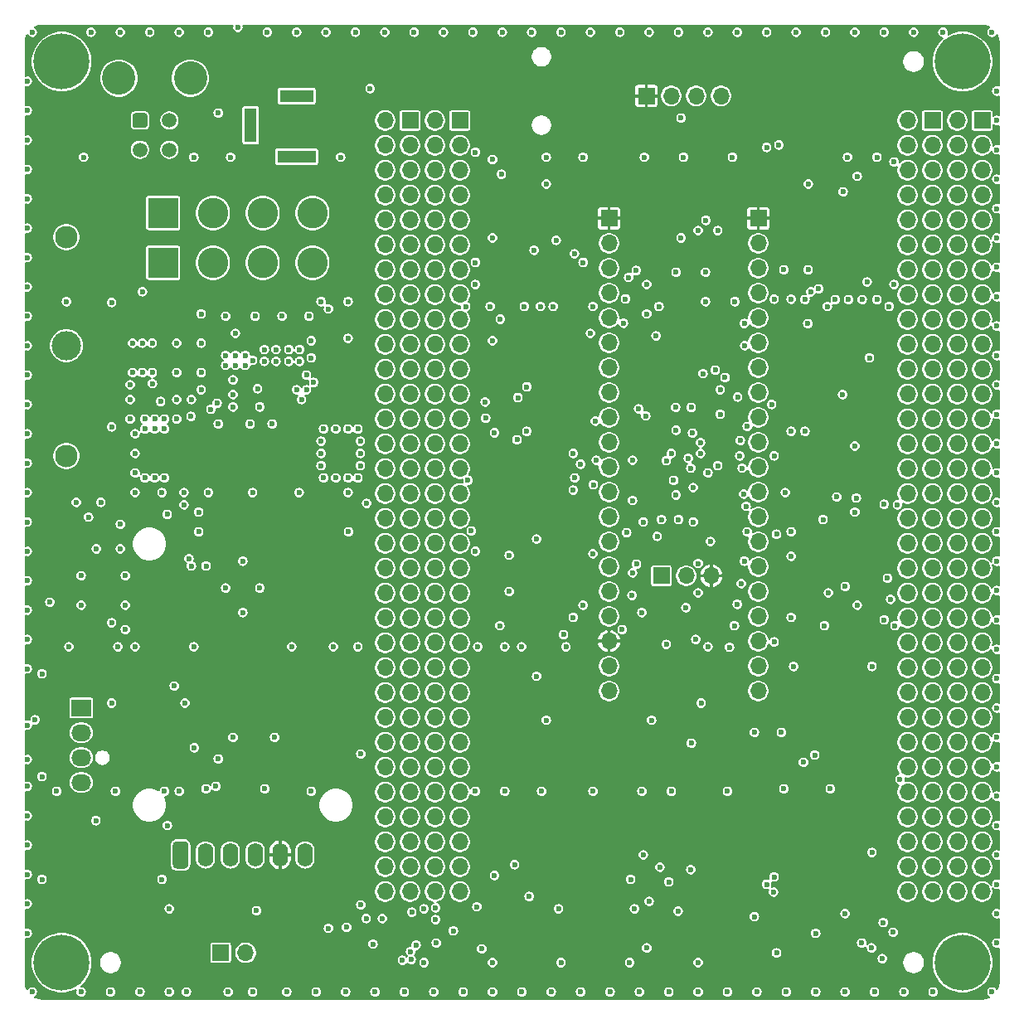
<source format=gbr>
%TF.GenerationSoftware,KiCad,Pcbnew,5.1.9-73d0e3b20d~88~ubuntu18.04.1*%
%TF.CreationDate,2020-12-31T09:15:49+01:00*%
%TF.ProjectId,frontpanel_dev_adapter,66726f6e-7470-4616-9e65-6c5f6465765f,r0.1*%
%TF.SameCoordinates,PX2faf080PY2faf080*%
%TF.FileFunction,Copper,L2,Inr*%
%TF.FilePolarity,Positive*%
%FSLAX46Y46*%
G04 Gerber Fmt 4.6, Leading zero omitted, Abs format (unit mm)*
G04 Created by KiCad (PCBNEW 5.1.9-73d0e3b20d~88~ubuntu18.04.1) date 2020-12-31 09:15:49*
%MOMM*%
%LPD*%
G01*
G04 APERTURE LIST*
%TA.AperFunction,ComponentPad*%
%ADD10C,3.100000*%
%TD*%
%TA.AperFunction,ComponentPad*%
%ADD11R,3.100000X3.100000*%
%TD*%
%TA.AperFunction,ComponentPad*%
%ADD12O,1.700000X1.700000*%
%TD*%
%TA.AperFunction,ComponentPad*%
%ADD13R,1.700000X1.700000*%
%TD*%
%TA.AperFunction,ComponentPad*%
%ADD14C,5.700000*%
%TD*%
%TA.AperFunction,ComponentPad*%
%ADD15C,0.600000*%
%TD*%
%TA.AperFunction,ComponentPad*%
%ADD16O,1.600000X2.400000*%
%TD*%
%TA.AperFunction,ComponentPad*%
%ADD17O,2.030000X1.730000*%
%TD*%
%TA.AperFunction,ComponentPad*%
%ADD18R,2.030000X1.730000*%
%TD*%
%TA.AperFunction,ComponentPad*%
%ADD19C,1.500000*%
%TD*%
%TA.AperFunction,ComponentPad*%
%ADD20C,3.410000*%
%TD*%
%TA.AperFunction,ComponentPad*%
%ADD21R,1.300000X3.500000*%
%TD*%
%TA.AperFunction,ComponentPad*%
%ADD22R,4.000000X1.300000*%
%TD*%
%TA.AperFunction,ComponentPad*%
%ADD23R,3.500000X1.300000*%
%TD*%
%TA.AperFunction,WasherPad*%
%ADD24C,3.000000*%
%TD*%
%TA.AperFunction,ComponentPad*%
%ADD25C,2.300000*%
%TD*%
%TA.AperFunction,ViaPad*%
%ADD26C,0.600000*%
%TD*%
%TA.AperFunction,Conductor*%
%ADD27C,0.150000*%
%TD*%
%TA.AperFunction,Conductor*%
%ADD28C,0.100000*%
%TD*%
G04 APERTURE END LIST*
D10*
%TO.N,GND*%
%TO.C,J202*%
X29620000Y-24540000D03*
X29620000Y-19460000D03*
X24540000Y-24540000D03*
X24540000Y-19460000D03*
%TO.N,+VDC*%
X19460000Y-19460000D03*
X19460000Y-24540000D03*
D11*
X14380000Y-19460000D03*
X14380000Y-24540000D03*
%TD*%
D12*
%TO.N,Net-(J303-Pad2)*%
%TO.C,J304*%
X22790000Y-95000000D03*
D13*
%TO.N,Net-(J303-Pad1)*%
X20250000Y-95000000D03*
%TD*%
D12*
%TO.N,VDD*%
%TO.C,J505*%
X70330000Y-56500000D03*
%TO.N,Net-(J505-Pad2)*%
X67790000Y-56500000D03*
D13*
%TO.N,GND*%
X65250000Y-56500000D03*
%TD*%
D14*
%TO.N,GND*%
%TO.C,H104*%
X96000000Y-96000000D03*
%TD*%
%TO.N,GND*%
%TO.C,H103*%
X4000000Y-96000000D03*
%TD*%
%TO.N,GND*%
%TO.C,H102*%
X96000000Y-4000000D03*
%TD*%
%TO.N,GND*%
%TO.C,H101*%
X4000000Y-4000000D03*
%TD*%
D15*
%TO.N,GND*%
%TO.C,U201*%
X28300000Y-33400000D03*
X27200000Y-33400000D03*
X27200000Y-34600000D03*
X28300000Y-34600000D03*
X24700000Y-33400000D03*
X25900000Y-33400000D03*
X25900000Y-34600000D03*
X24700000Y-34600000D03*
%TD*%
D16*
%TO.N,GND*%
%TO.C,RTC501*%
X28850000Y-85000000D03*
%TO.N,VDD*%
X26310000Y-85000000D03*
%TO.N,I2C1_SDA*%
X23770000Y-85000000D03*
%TO.N,I2C1_SCL*%
X21230000Y-85000000D03*
%TO.N,~RTC_INTn~_SQW*%
X18690000Y-85000000D03*
%TO.N,32k*%
%TA.AperFunction,ComponentPad*%
G36*
G01*
X16550000Y-86400000D02*
X15750000Y-86400000D01*
G75*
G02*
X15350000Y-86000000I0J400000D01*
G01*
X15350000Y-84000000D01*
G75*
G02*
X15750000Y-83600000I400000J0D01*
G01*
X16550000Y-83600000D01*
G75*
G02*
X16950000Y-84000000I0J-400000D01*
G01*
X16950000Y-86000000D01*
G75*
G02*
X16550000Y-86400000I-400000J0D01*
G01*
G37*
%TD.AperFunction*%
%TD*%
D17*
%TO.N,Net-(M401-Pad4)*%
%TO.C,M401*%
X6000000Y-77620000D03*
%TO.N,Net-(M401-Pad3)*%
X6000000Y-75080000D03*
%TO.N,Net-(C401-Pad2)*%
X6000000Y-72540000D03*
D18*
%TO.N,GND*%
X6000000Y-70000000D03*
%TD*%
D12*
%TO.N,GND*%
%TO.C,J604*%
X90380000Y-88740000D03*
X92920000Y-88740000D03*
%TO.N,/F429Discovery connection/PG2*%
X90380000Y-86200000D03*
%TO.N,/F429Discovery connection/PG3*%
X92920000Y-86200000D03*
%TO.N,/F429Discovery connection/PD14*%
X90380000Y-83660000D03*
%TO.N,/F429Discovery connection/PD15*%
X92920000Y-83660000D03*
%TO.N,/F429Discovery connection/PD12*%
X90380000Y-81120000D03*
%TO.N,/F429Discovery connection/PD13*%
X92920000Y-81120000D03*
%TO.N,/F429Discovery connection/PD10*%
X90380000Y-78580000D03*
%TO.N,/F429Discovery connection/PD11*%
X92920000Y-78580000D03*
%TO.N,/F429Discovery connection/PD8*%
X90380000Y-76040000D03*
%TO.N,/F429Discovery connection/PD9*%
X92920000Y-76040000D03*
%TO.N,/F429Discovery connection/PB14*%
X90380000Y-73500000D03*
%TO.N,/F429Discovery connection/PB15*%
X92920000Y-73500000D03*
%TO.N,/F429Discovery connection/PB12*%
X90380000Y-70960000D03*
%TO.N,/F429Discovery connection/PB13*%
X92920000Y-70960000D03*
%TO.N,/F429Discovery connection/PB10*%
X90380000Y-68420000D03*
%TO.N,/F429Discovery connection/PB11*%
X92920000Y-68420000D03*
%TO.N,~FP_ENC_SWn~*%
X90380000Y-65880000D03*
%TO.N,/F429Discovery connection/PE15*%
X92920000Y-65880000D03*
%TO.N,~FP_BTN_2An~*%
X90380000Y-63340000D03*
%TO.N,~FP_BTN_2Bn~*%
X92920000Y-63340000D03*
%TO.N,~FP_BTN_1An~*%
X90380000Y-60800000D03*
%TO.N,~FP_BTN_1Bn~*%
X92920000Y-60800000D03*
%TO.N,/F429Discovery connection/AUXUART7_TX*%
X90380000Y-58260000D03*
%TO.N,~AUX_INTn~*%
X92920000Y-58260000D03*
%TO.N,/F429Discovery connection/PG1*%
X90380000Y-55720000D03*
%TO.N,/F429Discovery connection/AUXUART7_RX*%
X92920000Y-55720000D03*
%TO.N,/F429Discovery connection/PF15*%
X90380000Y-53180000D03*
%TO.N,/F429Discovery connection/PG0*%
X92920000Y-53180000D03*
%TO.N,/F429Discovery connection/PF13*%
X90380000Y-50640000D03*
%TO.N,/F429Discovery connection/PF14*%
X92920000Y-50640000D03*
%TO.N,/F429Discovery connection/PF11*%
X90380000Y-48100000D03*
%TO.N,/F429Discovery connection/PF12*%
X92920000Y-48100000D03*
%TO.N,/F429Discovery connection/PB2*%
X90380000Y-45560000D03*
%TO.N,GND*%
X92920000Y-45560000D03*
%TO.N,/F429Discovery connection/PB0*%
X90380000Y-43020000D03*
%TO.N,/F429Discovery connection/PB1*%
X92920000Y-43020000D03*
%TO.N,/F429Discovery connection/PC4*%
X90380000Y-40480000D03*
%TO.N,/F429Discovery connection/PC5*%
X92920000Y-40480000D03*
%TO.N,/F429Discovery connection/PA6*%
X90380000Y-37940000D03*
%TO.N,/F429Discovery connection/PA7*%
X92920000Y-37940000D03*
%TO.N,/F429Discovery connection/PA4*%
X90380000Y-35400000D03*
%TO.N,FAN1_RPM*%
X92920000Y-35400000D03*
%TO.N,/F429Discovery connection/PA2*%
X90380000Y-32860000D03*
%TO.N,/F429Discovery connection/PA3*%
X92920000Y-32860000D03*
%TO.N,/F429Discovery connection/PA0*%
X90380000Y-30320000D03*
%TO.N,/F429Discovery connection/PA1*%
X92920000Y-30320000D03*
%TO.N,/F429Discovery connection/PC2*%
X90380000Y-27780000D03*
%TO.N,HWID_MB*%
X92920000Y-27780000D03*
%TO.N,HWID_FP*%
X90380000Y-25240000D03*
%TO.N,/F429Discovery connection/PC1*%
X92920000Y-25240000D03*
%TO.N,~RSTn~*%
X90380000Y-22700000D03*
%TO.N,GND*%
X92920000Y-22700000D03*
%TO.N,/F429Discovery connection/PH0*%
X90380000Y-20160000D03*
%TO.N,/F429Discovery connection/PH1*%
X92920000Y-20160000D03*
%TO.N,DISP_FLASH_MOSI*%
X90380000Y-17620000D03*
%TO.N,/F429Discovery connection/PF10*%
X92920000Y-17620000D03*
%TO.N,DISP_FLASH_SCK*%
X90380000Y-15080000D03*
%TO.N,DISP_FLASH_MISO*%
X92920000Y-15080000D03*
%TO.N,Net-(J604-Pad4)*%
X90380000Y-12540000D03*
%TO.N,~DISP_CSn~*%
X92920000Y-12540000D03*
%TO.N,Net-(J604-Pad2)*%
X90380000Y-10000000D03*
D13*
%TO.N,Net-(J604-Pad1)*%
X92920000Y-10000000D03*
%TD*%
D12*
%TO.N,GND*%
%TO.C,J603*%
X37040000Y-88740000D03*
X39580000Y-88740000D03*
%TO.N,/F429Discovery connection/PG4*%
X37040000Y-86200000D03*
%TO.N,/F429Discovery connection/PG5*%
X39580000Y-86200000D03*
%TO.N,/F429Discovery connection/PG6*%
X37040000Y-83660000D03*
%TO.N,/F429Discovery connection/PG7*%
X39580000Y-83660000D03*
%TO.N,~FP_ENC2_SWn~*%
X37040000Y-81120000D03*
%TO.N,/F429Discovery connection/PC6*%
X39580000Y-81120000D03*
%TO.N,/F429Discovery connection/PC7*%
X37040000Y-78580000D03*
%TO.N,/F429Discovery connection/PC8*%
X39580000Y-78580000D03*
%TO.N,I2C1_SDA*%
X37040000Y-76040000D03*
%TO.N,I2C1_SCL*%
X39580000Y-76040000D03*
%TO.N,/F429Discovery connection/PA9*%
X37040000Y-73500000D03*
%TO.N,/F429Discovery connection/PA10*%
X39580000Y-73500000D03*
%TO.N,/F429Discovery connection/PA11*%
X37040000Y-70960000D03*
%TO.N,/F429Discovery connection/PA12*%
X39580000Y-70960000D03*
%TO.N,/F429Discovery connection/PA13*%
X37040000Y-68420000D03*
%TO.N,/F429Discovery connection/PA14*%
X39580000Y-68420000D03*
%TO.N,/F429Discovery connection/PA15*%
X37040000Y-65880000D03*
%TO.N,/F429Discovery connection/PC10*%
X39580000Y-65880000D03*
%TO.N,/F429Discovery connection/PC11*%
X37040000Y-63340000D03*
%TO.N,DBGUART_TX*%
X39580000Y-63340000D03*
%TO.N,/F429Discovery connection/PD0*%
X37040000Y-60800000D03*
%TO.N,/F429Discovery connection/PD1*%
X39580000Y-60800000D03*
%TO.N,/F429Discovery connection/PD2*%
X37040000Y-58260000D03*
%TO.N,DBGUART_RX*%
X39580000Y-58260000D03*
%TO.N,/F429Discovery connection/PD4*%
X37040000Y-55720000D03*
%TO.N,/F429Discovery connection/PD5*%
X39580000Y-55720000D03*
%TO.N,/F429Discovery connection/PD6*%
X37040000Y-53180000D03*
%TO.N,/F429Discovery connection/PD7*%
X39580000Y-53180000D03*
%TO.N,/F429Discovery connection/PG10*%
X37040000Y-50640000D03*
%TO.N,/F429Discovery connection/PG9*%
X39580000Y-50640000D03*
%TO.N,/F429Discovery connection/PG12*%
X37040000Y-48100000D03*
%TO.N,/F429Discovery connection/PG11*%
X39580000Y-48100000D03*
%TO.N,/F429Discovery connection/PG14*%
X37040000Y-45560000D03*
%TO.N,/F429Discovery connection/PG13*%
X39580000Y-45560000D03*
%TO.N,~RTC_INTn~_SQW*%
X37040000Y-43020000D03*
%TO.N,/F429Discovery connection/PG15*%
X39580000Y-43020000D03*
%TO.N,FP_ENC2_B*%
X37040000Y-40480000D03*
%TO.N,FP_ENC2_A*%
X39580000Y-40480000D03*
%TO.N,FP_ENC_B*%
X37040000Y-37940000D03*
%TO.N,FP_ENC_A*%
X39580000Y-37940000D03*
%TO.N,Net-(J603-Pad22)*%
X37040000Y-35400000D03*
%TO.N,/F429Discovery connection/BOOT0*%
X39580000Y-35400000D03*
%TO.N,/F429Discovery connection/PB9*%
X37040000Y-32860000D03*
%TO.N,/F429Discovery connection/PB8*%
X39580000Y-32860000D03*
%TO.N,/F429Discovery connection/PE1*%
X37040000Y-30320000D03*
%TO.N,/F429Discovery connection/PE0*%
X39580000Y-30320000D03*
%TO.N,/F429Discovery connection/PE3*%
X37040000Y-27780000D03*
%TO.N,/F429Discovery connection/PE2*%
X39580000Y-27780000D03*
%TO.N,PWRBTN_LED_PWM*%
X37040000Y-25240000D03*
%TO.N,/F429Discovery connection/PE4*%
X39580000Y-25240000D03*
%TO.N,/F429Discovery connection/PC13*%
X37040000Y-22700000D03*
%TO.N,FAN1_PWM*%
X39580000Y-22700000D03*
%TO.N,/F429Discovery connection/PC15*%
X37040000Y-20160000D03*
%TO.N,32k*%
X39580000Y-20160000D03*
%TO.N,/F429Discovery connection/PF1*%
X37040000Y-17620000D03*
%TO.N,/F429Discovery connection/PF0*%
X39580000Y-17620000D03*
%TO.N,AUX_BOOT0*%
X37040000Y-15080000D03*
%TO.N,~SYS_RSTn~*%
X39580000Y-15080000D03*
%TO.N,DISP_D~Cn~*%
X37040000Y-12540000D03*
%TO.N,~FLASH_CSn~*%
X39580000Y-12540000D03*
%TO.N,VMAIN*%
X37040000Y-10000000D03*
D13*
X39580000Y-10000000D03*
%TD*%
D12*
%TO.N,GND*%
%TO.C,J602*%
X95460000Y-88740000D03*
X98000000Y-88740000D03*
%TO.N,/F429Discovery connection/PG2*%
X95460000Y-86200000D03*
%TO.N,/F429Discovery connection/PG3*%
X98000000Y-86200000D03*
%TO.N,/F429Discovery connection/PD14*%
X95460000Y-83660000D03*
%TO.N,/F429Discovery connection/PD15*%
X98000000Y-83660000D03*
%TO.N,/F429Discovery connection/PD12*%
X95460000Y-81120000D03*
%TO.N,/F429Discovery connection/PD13*%
X98000000Y-81120000D03*
%TO.N,/F429Discovery connection/PD10*%
X95460000Y-78580000D03*
%TO.N,/F429Discovery connection/PD11*%
X98000000Y-78580000D03*
%TO.N,/F429Discovery connection/PD8*%
X95460000Y-76040000D03*
%TO.N,/F429Discovery connection/PD9*%
X98000000Y-76040000D03*
%TO.N,/F429Discovery connection/PB14*%
X95460000Y-73500000D03*
%TO.N,/F429Discovery connection/PB15*%
X98000000Y-73500000D03*
%TO.N,/F429Discovery connection/PB12*%
X95460000Y-70960000D03*
%TO.N,/F429Discovery connection/PB13*%
X98000000Y-70960000D03*
%TO.N,/F429Discovery connection/PB10*%
X95460000Y-68420000D03*
%TO.N,/F429Discovery connection/PB11*%
X98000000Y-68420000D03*
%TO.N,~FP_ENC_SWn~*%
X95460000Y-65880000D03*
%TO.N,/F429Discovery connection/PE15*%
X98000000Y-65880000D03*
%TO.N,~FP_BTN_2An~*%
X95460000Y-63340000D03*
%TO.N,~FP_BTN_2Bn~*%
X98000000Y-63340000D03*
%TO.N,~FP_BTN_1An~*%
X95460000Y-60800000D03*
%TO.N,~FP_BTN_1Bn~*%
X98000000Y-60800000D03*
%TO.N,/F429Discovery connection/AUXUART7_TX*%
X95460000Y-58260000D03*
%TO.N,~AUX_INTn~*%
X98000000Y-58260000D03*
%TO.N,/F429Discovery connection/PG1*%
X95460000Y-55720000D03*
%TO.N,/F429Discovery connection/AUXUART7_RX*%
X98000000Y-55720000D03*
%TO.N,/F429Discovery connection/PF15*%
X95460000Y-53180000D03*
%TO.N,/F429Discovery connection/PG0*%
X98000000Y-53180000D03*
%TO.N,/F429Discovery connection/PF13*%
X95460000Y-50640000D03*
%TO.N,/F429Discovery connection/PF14*%
X98000000Y-50640000D03*
%TO.N,/F429Discovery connection/PF11*%
X95460000Y-48100000D03*
%TO.N,/F429Discovery connection/PF12*%
X98000000Y-48100000D03*
%TO.N,/F429Discovery connection/PB2*%
X95460000Y-45560000D03*
%TO.N,GND*%
X98000000Y-45560000D03*
%TO.N,/F429Discovery connection/PB0*%
X95460000Y-43020000D03*
%TO.N,/F429Discovery connection/PB1*%
X98000000Y-43020000D03*
%TO.N,/F429Discovery connection/PC4*%
X95460000Y-40480000D03*
%TO.N,/F429Discovery connection/PC5*%
X98000000Y-40480000D03*
%TO.N,/F429Discovery connection/PA6*%
X95460000Y-37940000D03*
%TO.N,/F429Discovery connection/PA7*%
X98000000Y-37940000D03*
%TO.N,/F429Discovery connection/PA4*%
X95460000Y-35400000D03*
%TO.N,FAN1_RPM*%
X98000000Y-35400000D03*
%TO.N,/F429Discovery connection/PA2*%
X95460000Y-32860000D03*
%TO.N,/F429Discovery connection/PA3*%
X98000000Y-32860000D03*
%TO.N,/F429Discovery connection/PA0*%
X95460000Y-30320000D03*
%TO.N,/F429Discovery connection/PA1*%
X98000000Y-30320000D03*
%TO.N,/F429Discovery connection/PC2*%
X95460000Y-27780000D03*
%TO.N,HWID_MB*%
X98000000Y-27780000D03*
%TO.N,HWID_FP*%
X95460000Y-25240000D03*
%TO.N,/F429Discovery connection/PC1*%
X98000000Y-25240000D03*
%TO.N,~RSTn~*%
X95460000Y-22700000D03*
%TO.N,GND*%
X98000000Y-22700000D03*
%TO.N,/F429Discovery connection/PH0*%
X95460000Y-20160000D03*
%TO.N,/F429Discovery connection/PH1*%
X98000000Y-20160000D03*
%TO.N,DISP_FLASH_MOSI*%
X95460000Y-17620000D03*
%TO.N,/F429Discovery connection/PF10*%
X98000000Y-17620000D03*
%TO.N,DISP_FLASH_SCK*%
X95460000Y-15080000D03*
%TO.N,DISP_FLASH_MISO*%
X98000000Y-15080000D03*
%TO.N,Net-(J602-Pad4)*%
X95460000Y-12540000D03*
%TO.N,~DISP_CSn~*%
X98000000Y-12540000D03*
%TO.N,Net-(J602-Pad2)*%
X95460000Y-10000000D03*
D13*
%TO.N,Net-(J602-Pad1)*%
X98000000Y-10000000D03*
%TD*%
D12*
%TO.N,GND*%
%TO.C,J601*%
X42120000Y-88740000D03*
X44660000Y-88740000D03*
%TO.N,/F429Discovery connection/PG4*%
X42120000Y-86200000D03*
%TO.N,/F429Discovery connection/PG5*%
X44660000Y-86200000D03*
%TO.N,/F429Discovery connection/PG6*%
X42120000Y-83660000D03*
%TO.N,/F429Discovery connection/PG7*%
X44660000Y-83660000D03*
%TO.N,~FP_ENC2_SWn~*%
X42120000Y-81120000D03*
%TO.N,/F429Discovery connection/PC6*%
X44660000Y-81120000D03*
%TO.N,/F429Discovery connection/PC7*%
X42120000Y-78580000D03*
%TO.N,/F429Discovery connection/PC8*%
X44660000Y-78580000D03*
%TO.N,I2C1_SDA*%
X42120000Y-76040000D03*
%TO.N,I2C1_SCL*%
X44660000Y-76040000D03*
%TO.N,/F429Discovery connection/PA9*%
X42120000Y-73500000D03*
%TO.N,/F429Discovery connection/PA10*%
X44660000Y-73500000D03*
%TO.N,/F429Discovery connection/PA11*%
X42120000Y-70960000D03*
%TO.N,/F429Discovery connection/PA12*%
X44660000Y-70960000D03*
%TO.N,/F429Discovery connection/PA13*%
X42120000Y-68420000D03*
%TO.N,/F429Discovery connection/PA14*%
X44660000Y-68420000D03*
%TO.N,/F429Discovery connection/PA15*%
X42120000Y-65880000D03*
%TO.N,/F429Discovery connection/PC10*%
X44660000Y-65880000D03*
%TO.N,/F429Discovery connection/PC11*%
X42120000Y-63340000D03*
%TO.N,DBGUART_TX*%
X44660000Y-63340000D03*
%TO.N,/F429Discovery connection/PD0*%
X42120000Y-60800000D03*
%TO.N,/F429Discovery connection/PD1*%
X44660000Y-60800000D03*
%TO.N,/F429Discovery connection/PD2*%
X42120000Y-58260000D03*
%TO.N,DBGUART_RX*%
X44660000Y-58260000D03*
%TO.N,/F429Discovery connection/PD4*%
X42120000Y-55720000D03*
%TO.N,/F429Discovery connection/PD5*%
X44660000Y-55720000D03*
%TO.N,/F429Discovery connection/PD6*%
X42120000Y-53180000D03*
%TO.N,/F429Discovery connection/PD7*%
X44660000Y-53180000D03*
%TO.N,/F429Discovery connection/PG10*%
X42120000Y-50640000D03*
%TO.N,/F429Discovery connection/PG9*%
X44660000Y-50640000D03*
%TO.N,/F429Discovery connection/PG12*%
X42120000Y-48100000D03*
%TO.N,/F429Discovery connection/PG11*%
X44660000Y-48100000D03*
%TO.N,/F429Discovery connection/PG14*%
X42120000Y-45560000D03*
%TO.N,/F429Discovery connection/PG13*%
X44660000Y-45560000D03*
%TO.N,~RTC_INTn~_SQW*%
X42120000Y-43020000D03*
%TO.N,/F429Discovery connection/PG15*%
X44660000Y-43020000D03*
%TO.N,FP_ENC2_B*%
X42120000Y-40480000D03*
%TO.N,FP_ENC2_A*%
X44660000Y-40480000D03*
%TO.N,FP_ENC_B*%
X42120000Y-37940000D03*
%TO.N,FP_ENC_A*%
X44660000Y-37940000D03*
%TO.N,Net-(J601-Pad22)*%
X42120000Y-35400000D03*
%TO.N,/F429Discovery connection/BOOT0*%
X44660000Y-35400000D03*
%TO.N,/F429Discovery connection/PB9*%
X42120000Y-32860000D03*
%TO.N,/F429Discovery connection/PB8*%
X44660000Y-32860000D03*
%TO.N,/F429Discovery connection/PE1*%
X42120000Y-30320000D03*
%TO.N,/F429Discovery connection/PE0*%
X44660000Y-30320000D03*
%TO.N,/F429Discovery connection/PE3*%
X42120000Y-27780000D03*
%TO.N,/F429Discovery connection/PE2*%
X44660000Y-27780000D03*
%TO.N,PWRBTN_LED_PWM*%
X42120000Y-25240000D03*
%TO.N,/F429Discovery connection/PE4*%
X44660000Y-25240000D03*
%TO.N,/F429Discovery connection/PC13*%
X42120000Y-22700000D03*
%TO.N,FAN1_PWM*%
X44660000Y-22700000D03*
%TO.N,/F429Discovery connection/PC15*%
X42120000Y-20160000D03*
%TO.N,32k*%
X44660000Y-20160000D03*
%TO.N,/F429Discovery connection/PF1*%
X42120000Y-17620000D03*
%TO.N,/F429Discovery connection/PF0*%
X44660000Y-17620000D03*
%TO.N,AUX_BOOT0*%
X42120000Y-15080000D03*
%TO.N,~SYS_RSTn~*%
X44660000Y-15080000D03*
%TO.N,DISP_D~Cn~*%
X42120000Y-12540000D03*
%TO.N,~FLASH_CSn~*%
X44660000Y-12540000D03*
%TO.N,VMAIN*%
X42120000Y-10000000D03*
D13*
X44660000Y-10000000D03*
%TD*%
D12*
%TO.N,GND*%
%TO.C,J503*%
X71330000Y-7500000D03*
%TO.N,/MCU / Bluepill/SWCLK*%
X68790000Y-7500000D03*
%TO.N,/MCU / Bluepill/SWDIO*%
X66250000Y-7500000D03*
D13*
%TO.N,VDD*%
X63710000Y-7500000D03*
%TD*%
D12*
%TO.N,~SYS_RSTn~*%
%TO.C,J502*%
X75140000Y-68260000D03*
%TO.N,~FP_BTN_2An~*%
X75140000Y-65720000D03*
%TO.N,~FP_BTN_2Bn~*%
X75140000Y-63180000D03*
%TO.N,~FP_ENC_SWn~*%
X75140000Y-60640000D03*
%TO.N,~DISP_CSn~*%
X75140000Y-58100000D03*
%TO.N,/MCU / Bluepill/PA9*%
X75140000Y-55560000D03*
%TO.N,DBGUART_RX*%
X75140000Y-53020000D03*
%TO.N,~FP_BTN_1Bn~*%
X75140000Y-50480000D03*
%TO.N,~FP_BTN_1An~*%
X75140000Y-47940000D03*
%TO.N,~FLASH_CSn~*%
X75140000Y-45400000D03*
%TO.N,DISP_FLASH_SCK*%
X75140000Y-42860000D03*
%TO.N,DISP_FLASH_MISO*%
X75140000Y-40320000D03*
%TO.N,DISP_FLASH_MOSI*%
X75140000Y-37780000D03*
%TO.N,FP_ENC_A*%
X75140000Y-35240000D03*
%TO.N,FP_ENC_B*%
X75140000Y-32700000D03*
%TO.N,I2C1_SCL*%
X75140000Y-30160000D03*
%TO.N,I2C1_SDA*%
X75140000Y-27620000D03*
%TO.N,Net-(D501-Pad2)*%
X75140000Y-25080000D03*
%TO.N,GND*%
X75140000Y-22540000D03*
D13*
%TO.N,VDD*%
X75140000Y-20000000D03*
%TD*%
D12*
%TO.N,GND*%
%TO.C,J501*%
X59900000Y-68260000D03*
X59900000Y-65720000D03*
%TO.N,VDD*%
X59900000Y-63180000D03*
%TO.N,~RSTn~*%
X59900000Y-60640000D03*
%TO.N,/F429Discovery connection/AUXUART7_RX*%
X59900000Y-58100000D03*
%TO.N,/MCU / Bluepill/USART3_TX*%
X59900000Y-55560000D03*
%TO.N,FAN1_PWM*%
X59900000Y-53020000D03*
%TO.N,PWRBTN_LED_PWM*%
X59900000Y-50480000D03*
%TO.N,DISP_D~Cn~*%
X59900000Y-47940000D03*
%TO.N,HWID_FP*%
X59900000Y-45400000D03*
%TO.N,HWID_MB*%
X59900000Y-42860000D03*
%TO.N,/MCU / Bluepill/PA4*%
X59900000Y-40320000D03*
%TO.N,/MCU / Bluepill/PA3*%
X59900000Y-37780000D03*
%TO.N,~AUX_INTn~*%
X59900000Y-35240000D03*
%TO.N,~RTC_INTn~_SQW*%
X59900000Y-32700000D03*
%TO.N,FAN1_RPM*%
X59900000Y-30160000D03*
%TO.N,/MCU / Bluepill/PC15*%
X59900000Y-27620000D03*
%TO.N,32k*%
X59900000Y-25080000D03*
%TO.N,AUX_BOOT0*%
X59900000Y-22540000D03*
D13*
%TO.N,VDD*%
X59900000Y-20000000D03*
%TD*%
D19*
%TO.N,GND*%
%TO.C,J203*%
X15000000Y-13000000D03*
%TO.N,+VDC*%
X12000000Y-13000000D03*
X15000000Y-10000000D03*
%TO.N,GND*%
%TA.AperFunction,ComponentPad*%
G36*
G01*
X11250000Y-10500000D02*
X11250000Y-9500000D01*
G75*
G02*
X11500000Y-9250000I250000J0D01*
G01*
X12500000Y-9250000D01*
G75*
G02*
X12750000Y-9500000I0J-250000D01*
G01*
X12750000Y-10500000D01*
G75*
G02*
X12500000Y-10750000I-250000J0D01*
G01*
X11500000Y-10750000D01*
G75*
G02*
X11250000Y-10500000I0J250000D01*
G01*
G37*
%TD.AperFunction*%
D20*
X17150000Y-5680000D03*
X9850000Y-5680000D03*
%TD*%
D21*
%TO.N,GND*%
%TO.C,J201*%
X23300000Y-10500000D03*
D22*
%TO.N,+VDC*%
X28000000Y-13700000D03*
D23*
%TO.N,GND*%
X28000000Y-7500000D03*
%TD*%
D24*
%TO.N,*%
%TO.C,F201*%
X4500000Y-33000000D03*
D25*
%TO.N,Net-(F201-Pad2)*%
X4500000Y-44250000D03*
%TO.N,+VDC*%
X4500000Y-21900000D03*
%TD*%
D26*
%TO.N,+BATT*%
X18750000Y-78250000D03*
%TO.N,GND*%
X500000Y-81000000D03*
X500000Y-78000000D03*
X500000Y-75250000D03*
X500000Y-71750000D03*
X500000Y-66000000D03*
X500000Y-63000000D03*
X500000Y-60000000D03*
X500000Y-57000000D03*
X500000Y-54000000D03*
X500000Y-51000000D03*
X500000Y-48000000D03*
X500000Y-45000000D03*
X500000Y-42000000D03*
X500000Y-39000000D03*
X500000Y-36000000D03*
X500000Y-33000000D03*
X500000Y-30000000D03*
X500000Y-27000000D03*
X500000Y-24000000D03*
X500000Y-21000000D03*
X500000Y-18000000D03*
X500000Y-15000000D03*
X500000Y-12000000D03*
X500000Y-9000000D03*
X500000Y-6000000D03*
X62925000Y-39450000D03*
X63661237Y-40175000D03*
X66740000Y-41640000D03*
X68290000Y-39300000D03*
X66700000Y-39300000D03*
X62300000Y-44700000D03*
X63400000Y-51000000D03*
X62300000Y-48800000D03*
X61700000Y-52100000D03*
X62300000Y-56200000D03*
X72200000Y-63800000D03*
X72700000Y-61600000D03*
X73000000Y-59400000D03*
X73400000Y-57300000D03*
X73700000Y-55000000D03*
X74000000Y-52000000D03*
X73900000Y-49400000D03*
X73650000Y-48150000D03*
X68425000Y-41925000D03*
X65250000Y-50750000D03*
X66750000Y-48250000D03*
X73025000Y-38250000D03*
X73300000Y-42700000D03*
X74000000Y-41250000D03*
X73700000Y-30725000D03*
X61900000Y-26025000D03*
X61575000Y-28225000D03*
X61375000Y-30700000D03*
X71250000Y-37500000D03*
X73750000Y-33000000D03*
X69500000Y-35850000D03*
X64700000Y-32000000D03*
X68500000Y-47500000D03*
X73500000Y-45500000D03*
X70000000Y-63750000D03*
X68500000Y-51000000D03*
X70250000Y-53000000D03*
X67000000Y-50750000D03*
X30750000Y-41500000D03*
X34250000Y-41500000D03*
X34500000Y-45250000D03*
X34250000Y-46500000D03*
X30750000Y-46500000D03*
X30500000Y-45250000D03*
X32000000Y-41500000D03*
X33250000Y-41500000D03*
X33250000Y-46500000D03*
X32000000Y-46500000D03*
X30500000Y-44000000D03*
X34500000Y-44000000D03*
X30500000Y-42750000D03*
X34500000Y-42750000D03*
X29000000Y-36000000D03*
X29000000Y-37500000D03*
X28500000Y-38500000D03*
X28000000Y-37500000D03*
X29750000Y-36750000D03*
X22750000Y-34000000D03*
X21750000Y-35000000D03*
X20750000Y-35000000D03*
X21750000Y-34000000D03*
X11000000Y-38500000D03*
X11000000Y-40500000D03*
X21500000Y-39250000D03*
X20000000Y-41000000D03*
X23250000Y-41000000D03*
X25500000Y-41000000D03*
X26500000Y-30000000D03*
X23750000Y-30000000D03*
X29250000Y-30000000D03*
X20750000Y-34000000D03*
X22750000Y-35000000D03*
X23500000Y-34500000D03*
X15750000Y-35750000D03*
X18250000Y-35750000D03*
X18250000Y-32750000D03*
X15750000Y-32750000D03*
X11000000Y-37000000D03*
X17250000Y-38500000D03*
X15750000Y-40500000D03*
X15750000Y-38500000D03*
X29500000Y-32500000D03*
X29500000Y-34250000D03*
X18250000Y-37500000D03*
X21500000Y-36500000D03*
X21750000Y-31750000D03*
X10000000Y-51250000D03*
X10000000Y-53750000D03*
X6000000Y-56500000D03*
X10500000Y-56500000D03*
X10500000Y-59500000D03*
X6000000Y-59500000D03*
X6750000Y-50500000D03*
X5500000Y-49000000D03*
X8000000Y-49000000D03*
X22500000Y-55000000D03*
X22500000Y-60250000D03*
X24250000Y-57750000D03*
X20750000Y-57750000D03*
X71250000Y-40000000D03*
X71000000Y-45250000D03*
X72750000Y-28500000D03*
X69750000Y-28500000D03*
X69750000Y-25500000D03*
X67250000Y-22000000D03*
X67250000Y-9750000D03*
X62250000Y-58500000D03*
X61250000Y-62000000D03*
X68000000Y-44500000D03*
X65750000Y-44750000D03*
X7547990Y-53750000D03*
X58600000Y-44700000D03*
X58300000Y-47200000D03*
X57000000Y-45100000D03*
X58500000Y-40700000D03*
X41000000Y-96000000D03*
X48000000Y-96000000D03*
X55000000Y-96000000D03*
X62000000Y-96000000D03*
X66000000Y-99000000D03*
X69000000Y-96000000D03*
X77000000Y-95000000D03*
X81000000Y-99000000D03*
X81000000Y-93000000D03*
X68250000Y-86500000D03*
X68300000Y-73600000D03*
X76500000Y-39000000D03*
X76750000Y-44250000D03*
X78500000Y-41750000D03*
X79900000Y-41750000D03*
X77900000Y-48000000D03*
X81300000Y-27200000D03*
X7000000Y-1000000D03*
X1000000Y-1000000D03*
X10000000Y-1000000D03*
X13000000Y-1000000D03*
X16000000Y-1000000D03*
X19000000Y-1000000D03*
X22000000Y-500000D03*
X25000000Y-1000000D03*
X28000000Y-1000000D03*
X31000000Y-1000000D03*
X34000000Y-1000000D03*
X37000000Y-1000000D03*
X40000000Y-1000000D03*
X43000000Y-1000000D03*
X46000000Y-1000000D03*
X49000000Y-1000000D03*
X52000000Y-1000000D03*
X55000000Y-1000000D03*
X58000000Y-1000000D03*
X61000000Y-1000000D03*
X64000000Y-1000000D03*
X67000000Y-1000000D03*
X70000000Y-1000000D03*
X73000000Y-1000000D03*
X76000000Y-1000000D03*
X79000000Y-1000000D03*
X82000000Y-1000000D03*
X85000000Y-1000000D03*
X88000000Y-1000000D03*
X91000000Y-1000000D03*
X94000000Y-1000000D03*
X99000000Y-1000000D03*
X99500000Y-10000000D03*
X99500000Y-13000000D03*
X99500000Y-16000000D03*
X99500000Y-19000000D03*
X99500000Y-25000000D03*
X99500000Y-28000000D03*
X99500000Y-31000000D03*
X99500000Y-34000000D03*
X99500000Y-37000000D03*
X99500000Y-40000000D03*
X99500000Y-43000000D03*
X99500000Y-46000000D03*
X99500000Y-49000000D03*
X99500000Y-52000000D03*
X99500000Y-55000000D03*
X99500000Y-58000000D03*
X99500000Y-61000000D03*
X99500000Y-64000000D03*
X99500000Y-67000000D03*
X99500000Y-70000000D03*
X99500000Y-73000000D03*
X99500000Y-76000000D03*
X99500000Y-79000000D03*
X99500000Y-82000000D03*
X99500000Y-85000000D03*
X99500000Y-88000000D03*
X99500000Y-22000000D03*
X99500000Y-7000000D03*
X99500000Y-91000000D03*
X99500000Y-94000000D03*
X99000000Y-99000000D03*
X93000000Y-99000000D03*
X90000000Y-99000000D03*
X87000000Y-99000000D03*
X84000000Y-99000000D03*
X78000000Y-99000000D03*
X75000000Y-99000000D03*
X72000000Y-99000000D03*
X69000000Y-99000000D03*
X63000000Y-99000000D03*
X60000000Y-99000000D03*
X57000000Y-99000000D03*
X54000000Y-99000000D03*
X51000000Y-99000000D03*
X48000000Y-99000000D03*
X45000000Y-99000000D03*
X42000000Y-99000000D03*
X39000000Y-99000000D03*
X36000000Y-99000000D03*
X33000000Y-99000000D03*
X30000000Y-99000000D03*
X27000000Y-99000000D03*
X23500000Y-99000000D03*
X21000000Y-99000000D03*
X16750000Y-99000000D03*
X15000000Y-99000000D03*
X12000000Y-99000000D03*
X9000000Y-99000000D03*
X6000000Y-99000000D03*
X1000000Y-99000000D03*
X500000Y-93000000D03*
X500000Y-90000000D03*
X500000Y-87000000D03*
X500000Y-84000000D03*
X49250000Y-78500000D03*
X46250000Y-78500000D03*
X53000000Y-78500000D03*
X58250000Y-78500000D03*
X63250000Y-78500000D03*
X66250000Y-78500000D03*
X72000000Y-78500000D03*
X77750000Y-78250000D03*
X82500000Y-78250000D03*
X89600000Y-77300000D03*
X29500000Y-78500000D03*
X24750000Y-78250000D03*
X19750000Y-78000000D03*
X16000000Y-78500000D03*
X14500000Y-78500000D03*
X9500000Y-78500000D03*
X3500000Y-78500000D03*
X65750000Y-63500000D03*
X55500000Y-63750000D03*
X50975000Y-63750000D03*
X49250000Y-63750000D03*
X46500000Y-63750000D03*
X34250000Y-63750000D03*
X31750000Y-63750000D03*
X27500000Y-63750000D03*
X17500000Y-63750000D03*
X11500000Y-63750000D03*
X9750000Y-63750000D03*
X4750000Y-63750000D03*
X11500000Y-48000000D03*
X14250000Y-48000000D03*
X19000000Y-48000000D03*
X23500000Y-48000000D03*
X28250000Y-48000000D03*
X33250000Y-48000000D03*
X45500000Y-46750000D03*
X46250000Y-54000000D03*
X47250000Y-38750000D03*
X77000000Y-52250000D03*
X83150000Y-48450000D03*
X85150000Y-48550000D03*
X89350000Y-49250000D03*
X88650000Y-58900000D03*
X4500000Y-28500000D03*
X12250000Y-27500000D03*
X18250000Y-29750000D03*
X33250000Y-32250000D03*
X33250000Y-28500000D03*
X45250000Y-29000000D03*
X47750000Y-29000000D03*
X51250000Y-29000000D03*
X52900000Y-29000000D03*
X54200000Y-29000000D03*
X58250000Y-29000000D03*
X65000000Y-29000000D03*
X76750000Y-28250000D03*
X78500000Y-28250000D03*
X79900000Y-28300000D03*
X83000000Y-28300000D03*
X84350000Y-28300000D03*
X85750000Y-28300000D03*
X87250000Y-28300000D03*
X89000000Y-26750000D03*
X6250000Y-13750000D03*
X17500000Y-13750000D03*
X21250000Y-13750000D03*
X32500000Y-13750000D03*
X46250000Y-13250000D03*
X48900000Y-15500000D03*
X53500000Y-13750000D03*
X57250000Y-13750000D03*
X63500000Y-13750000D03*
X67500000Y-13750000D03*
X72500000Y-13750000D03*
X77250000Y-12500000D03*
X84250000Y-13750000D03*
X87250000Y-13750000D03*
X89000000Y-14250000D03*
X18000000Y-52000000D03*
X18000000Y-50000000D03*
X17219504Y-40219504D03*
%TO.N,Net-(C201-Pad2)*%
X24250000Y-39250000D03*
X24000000Y-37400000D03*
%TO.N,VIN*%
X19875000Y-38875000D03*
X20750000Y-30000000D03*
X2800000Y-59200000D03*
X14250000Y-87500000D03*
X1999994Y-66500000D03*
X2000000Y-87500000D03*
X2000000Y-77000000D03*
X21500000Y-38000000D03*
X19250000Y-39500000D03*
X14775004Y-50225000D03*
X16500000Y-49250010D03*
X16500000Y-48000000D03*
%TO.N,VMAIN*%
X12500000Y-41500000D03*
X69000000Y-21250000D03*
X14500000Y-41500000D03*
X11500000Y-42000000D03*
X14500000Y-40500000D03*
X11250000Y-32750000D03*
X11250000Y-35750000D03*
X12250000Y-35750000D03*
X12250000Y-32750000D03*
X13250000Y-32750000D03*
X13250000Y-35750000D03*
X12500000Y-40500000D03*
X11500000Y-44000000D03*
X11500000Y-46000000D03*
X12500000Y-46500000D03*
X13500000Y-46500000D03*
X14500000Y-46500000D03*
X30500000Y-28500000D03*
X31250000Y-29250000D03*
X14100000Y-38700000D03*
X13500000Y-41500000D03*
X13500000Y-40500000D03*
X13275004Y-36875000D03*
X17000000Y-54750000D03*
X17250000Y-55500000D03*
X18750000Y-55500000D03*
X35500000Y-6750000D03*
X1300000Y-71200000D03*
X15000000Y-90500000D03*
X76750000Y-87250000D03*
X76000000Y-88000000D03*
X76700000Y-88800000D03*
X71000000Y-21250000D03*
X69800000Y-20200000D03*
%TO.N,+VDC*%
X20000000Y-9250000D03*
%TO.N,VDD*%
X97150000Y-7375000D03*
X97150000Y-8475000D03*
X96425000Y-7400000D03*
X96400000Y-8500000D03*
X90500000Y-6750000D03*
X93000000Y-6750000D03*
X89850000Y-7325000D03*
X93650000Y-7300000D03*
X34075000Y-34550000D03*
X34750000Y-33975000D03*
X78000000Y-19250000D03*
X63000000Y-41900000D03*
X69150000Y-38300000D03*
X65900000Y-38300000D03*
X30500000Y-51750000D03*
X30500000Y-53000000D03*
X29500000Y-53250000D03*
X39000000Y-6750000D03*
X11000000Y-70500000D03*
X11000000Y-71900000D03*
X22750000Y-62500000D03*
X21405000Y-62595000D03*
X26500000Y-63000000D03*
X13250000Y-62750000D03*
X13250000Y-64000000D03*
X13250000Y-65250000D03*
X20250000Y-82000000D03*
X17250000Y-81750000D03*
X87750000Y-4750000D03*
X84750000Y-4750000D03*
X82750000Y-5000000D03*
X79000000Y-4500000D03*
X77750000Y-13750000D03*
X78250000Y-14500000D03*
X77750000Y-46750000D03*
X86750000Y-41500000D03*
X87499970Y-42250000D03*
X74250000Y-46750000D03*
X65500000Y-51750000D03*
X59000000Y-6000000D03*
X52000000Y-15500000D03*
X60500000Y-7500000D03*
X61500000Y-7500000D03*
X66462500Y-29037500D03*
X65700002Y-28200000D03*
X69750000Y-54197990D03*
X68250000Y-54197990D03*
X64000000Y-63250000D03*
X78222990Y-20250000D03*
X20577831Y-67697990D03*
X19789923Y-68802010D03*
X47599968Y-36400000D03*
X47600000Y-35600000D03*
X87900000Y-45250000D03*
X64450000Y-43900000D03*
X25500000Y-52500000D03*
X24500000Y-52500000D03*
X23500000Y-52500000D03*
X22500000Y-52500000D03*
%TO.N,~RSTn~*%
X63250000Y-60250000D03*
X56250000Y-47750000D03*
X56250000Y-60750000D03*
X56367001Y-23617001D03*
X56250000Y-44000000D03*
X66250000Y-44000000D03*
%TO.N,~FP_BTN_1An~*%
X44000000Y-92750000D03*
X87999994Y-61000000D03*
X88000000Y-49200000D03*
X87900000Y-91900000D03*
%TO.N,~FP_BTN_1Bn~*%
X42250000Y-94000000D03*
X81750000Y-50750000D03*
X81900000Y-61600000D03*
X88900000Y-92900000D03*
X89099976Y-61600000D03*
%TO.N,~DISP_CSn~*%
X74750000Y-91302000D03*
X74750000Y-72500000D03*
X77500000Y-72500000D03*
X42200000Y-91600004D03*
X88329021Y-56750000D03*
%TO.N,~FP_ENC2_SWn~*%
X46400000Y-90300000D03*
X42200000Y-90400000D03*
%TO.N,I2C1_SCL*%
X41000000Y-90500000D03*
X80197990Y-30750000D03*
X17555000Y-74055000D03*
X34547990Y-74700000D03*
X34547990Y-90100000D03*
X79750000Y-75550000D03*
%TO.N,FP_ENC2_B*%
X40200000Y-94200000D03*
X35800006Y-94100000D03*
%TO.N,I2C1_SDA*%
X80500000Y-27500000D03*
X39750000Y-90849990D03*
X23900000Y-90700000D03*
X80900000Y-74800000D03*
X20000000Y-75200000D03*
%TO.N,FP_ENC2_A*%
X46900000Y-94600000D03*
X47300004Y-40400000D03*
X39640331Y-94859669D03*
%TO.N,DISP_FLASH_MOSI*%
X83750000Y-38000022D03*
X39700000Y-95700000D03*
X83800000Y-17300000D03*
X86700000Y-94500000D03*
%TO.N,DISP_FLASH_SCK*%
X85000000Y-43250000D03*
X38800000Y-95750000D03*
X85250000Y-15700000D03*
X87800000Y-95600000D03*
%TO.N,DISP_D~Cn~*%
X36750000Y-91500000D03*
X35099988Y-91500000D03*
X35147990Y-49100000D03*
%TO.N,~FP_BTN_2An~*%
X69302000Y-69500000D03*
X76750000Y-63250000D03*
%TO.N,~FP_BTN_2Bn~*%
X68750000Y-63000000D03*
%TO.N,HWID_FP*%
X57250000Y-59500000D03*
X67750000Y-59750000D03*
X57250000Y-24500000D03*
%TO.N,/F429Discovery connection/AUXUART7_TX*%
X66947990Y-90750000D03*
X84000000Y-91000000D03*
X84009991Y-57600000D03*
%TO.N,/F429Discovery connection/AUXUART7_RX*%
X66000000Y-87750000D03*
X78500000Y-54500000D03*
X78500000Y-52000000D03*
X62100000Y-87500000D03*
X64813004Y-52468993D03*
%TO.N,FP_ENC_A*%
X69250004Y-44000000D03*
X50500000Y-42600000D03*
X50600000Y-38300000D03*
X65100000Y-86250000D03*
X50250000Y-86000000D03*
%TO.N,~SYS_RSTn~*%
X64250000Y-71250000D03*
X53500000Y-71250000D03*
X53500000Y-16500000D03*
%TO.N,FP_ENC_B*%
X64000000Y-89750000D03*
X51750000Y-89250000D03*
X51500000Y-41750000D03*
X69250000Y-42896426D03*
X51500000Y-37200000D03*
%TO.N,~AUX_INTn~*%
X63750000Y-94500000D03*
X85250000Y-59500000D03*
X66500000Y-46750000D03*
X85000000Y-50000000D03*
X85700000Y-94000000D03*
%TO.N,~FP_ENC_SWn~*%
X86750000Y-65750000D03*
X86750000Y-84750000D03*
X78750000Y-65750000D03*
X78500000Y-60750000D03*
X63400000Y-85000000D03*
%TO.N,AUX_BOOT0*%
X54500000Y-22250000D03*
X48000000Y-14000000D03*
X48000000Y-22000000D03*
X62500000Y-90500000D03*
X54750000Y-90500008D03*
X66750000Y-25500000D03*
X62680002Y-25319998D03*
%TO.N,/MCU / Bluepill/USART3_TX*%
X69000000Y-58250000D03*
X69000000Y-55250000D03*
X82302010Y-58250000D03*
X62700003Y-55299997D03*
%TO.N,FAN1_PWM*%
X52250000Y-23250000D03*
X52500000Y-52750000D03*
X7500000Y-81500000D03*
X52500000Y-66750000D03*
X15500000Y-67750000D03*
X14800000Y-81999986D03*
%TO.N,PWRBTN_LED_PWM*%
X31250000Y-92500000D03*
X45832001Y-51917999D03*
X46250000Y-26750000D03*
X33100000Y-92400000D03*
X33300000Y-52000000D03*
%TO.N,HWID_MB*%
X88500000Y-29000000D03*
X58000000Y-31750000D03*
X82200000Y-29000006D03*
%TO.N,~RTC_INTn~_SQW*%
X48000000Y-32500000D03*
X48199992Y-41900000D03*
X48200000Y-87100000D03*
%TO.N,FAN1_RPM*%
X86250000Y-26500000D03*
X86500000Y-34250000D03*
X63750000Y-29750000D03*
X63750000Y-26750000D03*
X10500000Y-62000000D03*
X48800000Y-30300000D03*
X48752010Y-61600000D03*
%TO.N,32k*%
X46250000Y-24500000D03*
X9100000Y-41300000D03*
X9099999Y-28599999D03*
X9099990Y-61300000D03*
X9100010Y-69500000D03*
X16600000Y-69500000D03*
%TO.N,/MCU / Bluepill/PA9*%
X68249980Y-45500000D03*
X56400000Y-46500000D03*
%TO.N,DBGUART_RX*%
X58250000Y-54250000D03*
X49700002Y-54400002D03*
X49700000Y-58100000D03*
%TO.N,~FLASH_CSn~*%
X76000000Y-12750000D03*
%TO.N,DISP_FLASH_MISO*%
X80250000Y-16500000D03*
X77750000Y-25250000D03*
X80222999Y-25250000D03*
%TO.N,/MCU / Bluepill/SWCLK*%
X73250000Y-44249998D03*
X71750000Y-36250000D03*
%TO.N,/MCU / Bluepill/SWDIO*%
X70000000Y-46000012D03*
X70750000Y-35500000D03*
%TO.N,DBGUART_TX*%
X55252010Y-62500000D03*
%TO.N,/MCU / Bluepill/PwrGood*%
X25750000Y-73000000D03*
X21500016Y-73000000D03*
%TD*%
D27*
%TO.N,VDD*%
X21447097Y-332279D02*
X21425000Y-443367D01*
X21425000Y-556633D01*
X21447097Y-667721D01*
X21490442Y-772365D01*
X21553368Y-866541D01*
X21633459Y-946632D01*
X21727635Y-1009558D01*
X21832279Y-1052903D01*
X21943367Y-1075000D01*
X22056633Y-1075000D01*
X22167721Y-1052903D01*
X22272365Y-1009558D01*
X22366541Y-946632D01*
X22369806Y-943367D01*
X24425000Y-943367D01*
X24425000Y-1056633D01*
X24447097Y-1167721D01*
X24490442Y-1272365D01*
X24553368Y-1366541D01*
X24633459Y-1446632D01*
X24727635Y-1509558D01*
X24832279Y-1552903D01*
X24943367Y-1575000D01*
X25056633Y-1575000D01*
X25167721Y-1552903D01*
X25272365Y-1509558D01*
X25366541Y-1446632D01*
X25446632Y-1366541D01*
X25509558Y-1272365D01*
X25552903Y-1167721D01*
X25575000Y-1056633D01*
X25575000Y-943367D01*
X27425000Y-943367D01*
X27425000Y-1056633D01*
X27447097Y-1167721D01*
X27490442Y-1272365D01*
X27553368Y-1366541D01*
X27633459Y-1446632D01*
X27727635Y-1509558D01*
X27832279Y-1552903D01*
X27943367Y-1575000D01*
X28056633Y-1575000D01*
X28167721Y-1552903D01*
X28272365Y-1509558D01*
X28366541Y-1446632D01*
X28446632Y-1366541D01*
X28509558Y-1272365D01*
X28552903Y-1167721D01*
X28575000Y-1056633D01*
X28575000Y-943367D01*
X30425000Y-943367D01*
X30425000Y-1056633D01*
X30447097Y-1167721D01*
X30490442Y-1272365D01*
X30553368Y-1366541D01*
X30633459Y-1446632D01*
X30727635Y-1509558D01*
X30832279Y-1552903D01*
X30943367Y-1575000D01*
X31056633Y-1575000D01*
X31167721Y-1552903D01*
X31272365Y-1509558D01*
X31366541Y-1446632D01*
X31446632Y-1366541D01*
X31509558Y-1272365D01*
X31552903Y-1167721D01*
X31575000Y-1056633D01*
X31575000Y-943367D01*
X33425000Y-943367D01*
X33425000Y-1056633D01*
X33447097Y-1167721D01*
X33490442Y-1272365D01*
X33553368Y-1366541D01*
X33633459Y-1446632D01*
X33727635Y-1509558D01*
X33832279Y-1552903D01*
X33943367Y-1575000D01*
X34056633Y-1575000D01*
X34167721Y-1552903D01*
X34272365Y-1509558D01*
X34366541Y-1446632D01*
X34446632Y-1366541D01*
X34509558Y-1272365D01*
X34552903Y-1167721D01*
X34575000Y-1056633D01*
X34575000Y-943367D01*
X36425000Y-943367D01*
X36425000Y-1056633D01*
X36447097Y-1167721D01*
X36490442Y-1272365D01*
X36553368Y-1366541D01*
X36633459Y-1446632D01*
X36727635Y-1509558D01*
X36832279Y-1552903D01*
X36943367Y-1575000D01*
X37056633Y-1575000D01*
X37167721Y-1552903D01*
X37272365Y-1509558D01*
X37366541Y-1446632D01*
X37446632Y-1366541D01*
X37509558Y-1272365D01*
X37552903Y-1167721D01*
X37575000Y-1056633D01*
X37575000Y-943367D01*
X39425000Y-943367D01*
X39425000Y-1056633D01*
X39447097Y-1167721D01*
X39490442Y-1272365D01*
X39553368Y-1366541D01*
X39633459Y-1446632D01*
X39727635Y-1509558D01*
X39832279Y-1552903D01*
X39943367Y-1575000D01*
X40056633Y-1575000D01*
X40167721Y-1552903D01*
X40272365Y-1509558D01*
X40366541Y-1446632D01*
X40446632Y-1366541D01*
X40509558Y-1272365D01*
X40552903Y-1167721D01*
X40575000Y-1056633D01*
X40575000Y-943367D01*
X42425000Y-943367D01*
X42425000Y-1056633D01*
X42447097Y-1167721D01*
X42490442Y-1272365D01*
X42553368Y-1366541D01*
X42633459Y-1446632D01*
X42727635Y-1509558D01*
X42832279Y-1552903D01*
X42943367Y-1575000D01*
X43056633Y-1575000D01*
X43167721Y-1552903D01*
X43272365Y-1509558D01*
X43366541Y-1446632D01*
X43446632Y-1366541D01*
X43509558Y-1272365D01*
X43552903Y-1167721D01*
X43575000Y-1056633D01*
X43575000Y-943367D01*
X45425000Y-943367D01*
X45425000Y-1056633D01*
X45447097Y-1167721D01*
X45490442Y-1272365D01*
X45553368Y-1366541D01*
X45633459Y-1446632D01*
X45727635Y-1509558D01*
X45832279Y-1552903D01*
X45943367Y-1575000D01*
X46056633Y-1575000D01*
X46167721Y-1552903D01*
X46272365Y-1509558D01*
X46366541Y-1446632D01*
X46446632Y-1366541D01*
X46509558Y-1272365D01*
X46552903Y-1167721D01*
X46575000Y-1056633D01*
X46575000Y-943367D01*
X48425000Y-943367D01*
X48425000Y-1056633D01*
X48447097Y-1167721D01*
X48490442Y-1272365D01*
X48553368Y-1366541D01*
X48633459Y-1446632D01*
X48727635Y-1509558D01*
X48832279Y-1552903D01*
X48943367Y-1575000D01*
X49056633Y-1575000D01*
X49167721Y-1552903D01*
X49272365Y-1509558D01*
X49366541Y-1446632D01*
X49446632Y-1366541D01*
X49509558Y-1272365D01*
X49552903Y-1167721D01*
X49575000Y-1056633D01*
X49575000Y-943367D01*
X51425000Y-943367D01*
X51425000Y-1056633D01*
X51447097Y-1167721D01*
X51490442Y-1272365D01*
X51553368Y-1366541D01*
X51633459Y-1446632D01*
X51727635Y-1509558D01*
X51832279Y-1552903D01*
X51943367Y-1575000D01*
X52056633Y-1575000D01*
X52167721Y-1552903D01*
X52272365Y-1509558D01*
X52366541Y-1446632D01*
X52446632Y-1366541D01*
X52509558Y-1272365D01*
X52552903Y-1167721D01*
X52575000Y-1056633D01*
X52575000Y-943367D01*
X54425000Y-943367D01*
X54425000Y-1056633D01*
X54447097Y-1167721D01*
X54490442Y-1272365D01*
X54553368Y-1366541D01*
X54633459Y-1446632D01*
X54727635Y-1509558D01*
X54832279Y-1552903D01*
X54943367Y-1575000D01*
X55056633Y-1575000D01*
X55167721Y-1552903D01*
X55272365Y-1509558D01*
X55366541Y-1446632D01*
X55446632Y-1366541D01*
X55509558Y-1272365D01*
X55552903Y-1167721D01*
X55575000Y-1056633D01*
X55575000Y-943367D01*
X57425000Y-943367D01*
X57425000Y-1056633D01*
X57447097Y-1167721D01*
X57490442Y-1272365D01*
X57553368Y-1366541D01*
X57633459Y-1446632D01*
X57727635Y-1509558D01*
X57832279Y-1552903D01*
X57943367Y-1575000D01*
X58056633Y-1575000D01*
X58167721Y-1552903D01*
X58272365Y-1509558D01*
X58366541Y-1446632D01*
X58446632Y-1366541D01*
X58509558Y-1272365D01*
X58552903Y-1167721D01*
X58575000Y-1056633D01*
X58575000Y-943367D01*
X60425000Y-943367D01*
X60425000Y-1056633D01*
X60447097Y-1167721D01*
X60490442Y-1272365D01*
X60553368Y-1366541D01*
X60633459Y-1446632D01*
X60727635Y-1509558D01*
X60832279Y-1552903D01*
X60943367Y-1575000D01*
X61056633Y-1575000D01*
X61167721Y-1552903D01*
X61272365Y-1509558D01*
X61366541Y-1446632D01*
X61446632Y-1366541D01*
X61509558Y-1272365D01*
X61552903Y-1167721D01*
X61575000Y-1056633D01*
X61575000Y-943367D01*
X63425000Y-943367D01*
X63425000Y-1056633D01*
X63447097Y-1167721D01*
X63490442Y-1272365D01*
X63553368Y-1366541D01*
X63633459Y-1446632D01*
X63727635Y-1509558D01*
X63832279Y-1552903D01*
X63943367Y-1575000D01*
X64056633Y-1575000D01*
X64167721Y-1552903D01*
X64272365Y-1509558D01*
X64366541Y-1446632D01*
X64446632Y-1366541D01*
X64509558Y-1272365D01*
X64552903Y-1167721D01*
X64575000Y-1056633D01*
X64575000Y-943367D01*
X66425000Y-943367D01*
X66425000Y-1056633D01*
X66447097Y-1167721D01*
X66490442Y-1272365D01*
X66553368Y-1366541D01*
X66633459Y-1446632D01*
X66727635Y-1509558D01*
X66832279Y-1552903D01*
X66943367Y-1575000D01*
X67056633Y-1575000D01*
X67167721Y-1552903D01*
X67272365Y-1509558D01*
X67366541Y-1446632D01*
X67446632Y-1366541D01*
X67509558Y-1272365D01*
X67552903Y-1167721D01*
X67575000Y-1056633D01*
X67575000Y-943367D01*
X69425000Y-943367D01*
X69425000Y-1056633D01*
X69447097Y-1167721D01*
X69490442Y-1272365D01*
X69553368Y-1366541D01*
X69633459Y-1446632D01*
X69727635Y-1509558D01*
X69832279Y-1552903D01*
X69943367Y-1575000D01*
X70056633Y-1575000D01*
X70167721Y-1552903D01*
X70272365Y-1509558D01*
X70366541Y-1446632D01*
X70446632Y-1366541D01*
X70509558Y-1272365D01*
X70552903Y-1167721D01*
X70575000Y-1056633D01*
X70575000Y-943367D01*
X72425000Y-943367D01*
X72425000Y-1056633D01*
X72447097Y-1167721D01*
X72490442Y-1272365D01*
X72553368Y-1366541D01*
X72633459Y-1446632D01*
X72727635Y-1509558D01*
X72832279Y-1552903D01*
X72943367Y-1575000D01*
X73056633Y-1575000D01*
X73167721Y-1552903D01*
X73272365Y-1509558D01*
X73366541Y-1446632D01*
X73446632Y-1366541D01*
X73509558Y-1272365D01*
X73552903Y-1167721D01*
X73575000Y-1056633D01*
X73575000Y-943367D01*
X75425000Y-943367D01*
X75425000Y-1056633D01*
X75447097Y-1167721D01*
X75490442Y-1272365D01*
X75553368Y-1366541D01*
X75633459Y-1446632D01*
X75727635Y-1509558D01*
X75832279Y-1552903D01*
X75943367Y-1575000D01*
X76056633Y-1575000D01*
X76167721Y-1552903D01*
X76272365Y-1509558D01*
X76366541Y-1446632D01*
X76446632Y-1366541D01*
X76509558Y-1272365D01*
X76552903Y-1167721D01*
X76575000Y-1056633D01*
X76575000Y-943367D01*
X78425000Y-943367D01*
X78425000Y-1056633D01*
X78447097Y-1167721D01*
X78490442Y-1272365D01*
X78553368Y-1366541D01*
X78633459Y-1446632D01*
X78727635Y-1509558D01*
X78832279Y-1552903D01*
X78943367Y-1575000D01*
X79056633Y-1575000D01*
X79167721Y-1552903D01*
X79272365Y-1509558D01*
X79366541Y-1446632D01*
X79446632Y-1366541D01*
X79509558Y-1272365D01*
X79552903Y-1167721D01*
X79575000Y-1056633D01*
X79575000Y-943367D01*
X81425000Y-943367D01*
X81425000Y-1056633D01*
X81447097Y-1167721D01*
X81490442Y-1272365D01*
X81553368Y-1366541D01*
X81633459Y-1446632D01*
X81727635Y-1509558D01*
X81832279Y-1552903D01*
X81943367Y-1575000D01*
X82056633Y-1575000D01*
X82167721Y-1552903D01*
X82272365Y-1509558D01*
X82366541Y-1446632D01*
X82446632Y-1366541D01*
X82509558Y-1272365D01*
X82552903Y-1167721D01*
X82575000Y-1056633D01*
X82575000Y-943367D01*
X84425000Y-943367D01*
X84425000Y-1056633D01*
X84447097Y-1167721D01*
X84490442Y-1272365D01*
X84553368Y-1366541D01*
X84633459Y-1446632D01*
X84727635Y-1509558D01*
X84832279Y-1552903D01*
X84943367Y-1575000D01*
X85056633Y-1575000D01*
X85167721Y-1552903D01*
X85272365Y-1509558D01*
X85366541Y-1446632D01*
X85446632Y-1366541D01*
X85509558Y-1272365D01*
X85552903Y-1167721D01*
X85575000Y-1056633D01*
X85575000Y-943367D01*
X87425000Y-943367D01*
X87425000Y-1056633D01*
X87447097Y-1167721D01*
X87490442Y-1272365D01*
X87553368Y-1366541D01*
X87633459Y-1446632D01*
X87727635Y-1509558D01*
X87832279Y-1552903D01*
X87943367Y-1575000D01*
X88056633Y-1575000D01*
X88167721Y-1552903D01*
X88272365Y-1509558D01*
X88366541Y-1446632D01*
X88446632Y-1366541D01*
X88509558Y-1272365D01*
X88552903Y-1167721D01*
X88575000Y-1056633D01*
X88575000Y-943367D01*
X90425000Y-943367D01*
X90425000Y-1056633D01*
X90447097Y-1167721D01*
X90490442Y-1272365D01*
X90553368Y-1366541D01*
X90633459Y-1446632D01*
X90727635Y-1509558D01*
X90832279Y-1552903D01*
X90943367Y-1575000D01*
X91056633Y-1575000D01*
X91167721Y-1552903D01*
X91272365Y-1509558D01*
X91366541Y-1446632D01*
X91446632Y-1366541D01*
X91509558Y-1272365D01*
X91552903Y-1167721D01*
X91575000Y-1056633D01*
X91575000Y-943367D01*
X91552903Y-832279D01*
X91509558Y-727635D01*
X91446632Y-633459D01*
X91366541Y-553368D01*
X91272365Y-490442D01*
X91167721Y-447097D01*
X91056633Y-425000D01*
X90943367Y-425000D01*
X90832279Y-447097D01*
X90727635Y-490442D01*
X90633459Y-553368D01*
X90553368Y-633459D01*
X90490442Y-727635D01*
X90447097Y-832279D01*
X90425000Y-943367D01*
X88575000Y-943367D01*
X88552903Y-832279D01*
X88509558Y-727635D01*
X88446632Y-633459D01*
X88366541Y-553368D01*
X88272365Y-490442D01*
X88167721Y-447097D01*
X88056633Y-425000D01*
X87943367Y-425000D01*
X87832279Y-447097D01*
X87727635Y-490442D01*
X87633459Y-553368D01*
X87553368Y-633459D01*
X87490442Y-727635D01*
X87447097Y-832279D01*
X87425000Y-943367D01*
X85575000Y-943367D01*
X85552903Y-832279D01*
X85509558Y-727635D01*
X85446632Y-633459D01*
X85366541Y-553368D01*
X85272365Y-490442D01*
X85167721Y-447097D01*
X85056633Y-425000D01*
X84943367Y-425000D01*
X84832279Y-447097D01*
X84727635Y-490442D01*
X84633459Y-553368D01*
X84553368Y-633459D01*
X84490442Y-727635D01*
X84447097Y-832279D01*
X84425000Y-943367D01*
X82575000Y-943367D01*
X82552903Y-832279D01*
X82509558Y-727635D01*
X82446632Y-633459D01*
X82366541Y-553368D01*
X82272365Y-490442D01*
X82167721Y-447097D01*
X82056633Y-425000D01*
X81943367Y-425000D01*
X81832279Y-447097D01*
X81727635Y-490442D01*
X81633459Y-553368D01*
X81553368Y-633459D01*
X81490442Y-727635D01*
X81447097Y-832279D01*
X81425000Y-943367D01*
X79575000Y-943367D01*
X79552903Y-832279D01*
X79509558Y-727635D01*
X79446632Y-633459D01*
X79366541Y-553368D01*
X79272365Y-490442D01*
X79167721Y-447097D01*
X79056633Y-425000D01*
X78943367Y-425000D01*
X78832279Y-447097D01*
X78727635Y-490442D01*
X78633459Y-553368D01*
X78553368Y-633459D01*
X78490442Y-727635D01*
X78447097Y-832279D01*
X78425000Y-943367D01*
X76575000Y-943367D01*
X76552903Y-832279D01*
X76509558Y-727635D01*
X76446632Y-633459D01*
X76366541Y-553368D01*
X76272365Y-490442D01*
X76167721Y-447097D01*
X76056633Y-425000D01*
X75943367Y-425000D01*
X75832279Y-447097D01*
X75727635Y-490442D01*
X75633459Y-553368D01*
X75553368Y-633459D01*
X75490442Y-727635D01*
X75447097Y-832279D01*
X75425000Y-943367D01*
X73575000Y-943367D01*
X73552903Y-832279D01*
X73509558Y-727635D01*
X73446632Y-633459D01*
X73366541Y-553368D01*
X73272365Y-490442D01*
X73167721Y-447097D01*
X73056633Y-425000D01*
X72943367Y-425000D01*
X72832279Y-447097D01*
X72727635Y-490442D01*
X72633459Y-553368D01*
X72553368Y-633459D01*
X72490442Y-727635D01*
X72447097Y-832279D01*
X72425000Y-943367D01*
X70575000Y-943367D01*
X70552903Y-832279D01*
X70509558Y-727635D01*
X70446632Y-633459D01*
X70366541Y-553368D01*
X70272365Y-490442D01*
X70167721Y-447097D01*
X70056633Y-425000D01*
X69943367Y-425000D01*
X69832279Y-447097D01*
X69727635Y-490442D01*
X69633459Y-553368D01*
X69553368Y-633459D01*
X69490442Y-727635D01*
X69447097Y-832279D01*
X69425000Y-943367D01*
X67575000Y-943367D01*
X67552903Y-832279D01*
X67509558Y-727635D01*
X67446632Y-633459D01*
X67366541Y-553368D01*
X67272365Y-490442D01*
X67167721Y-447097D01*
X67056633Y-425000D01*
X66943367Y-425000D01*
X66832279Y-447097D01*
X66727635Y-490442D01*
X66633459Y-553368D01*
X66553368Y-633459D01*
X66490442Y-727635D01*
X66447097Y-832279D01*
X66425000Y-943367D01*
X64575000Y-943367D01*
X64552903Y-832279D01*
X64509558Y-727635D01*
X64446632Y-633459D01*
X64366541Y-553368D01*
X64272365Y-490442D01*
X64167721Y-447097D01*
X64056633Y-425000D01*
X63943367Y-425000D01*
X63832279Y-447097D01*
X63727635Y-490442D01*
X63633459Y-553368D01*
X63553368Y-633459D01*
X63490442Y-727635D01*
X63447097Y-832279D01*
X63425000Y-943367D01*
X61575000Y-943367D01*
X61552903Y-832279D01*
X61509558Y-727635D01*
X61446632Y-633459D01*
X61366541Y-553368D01*
X61272365Y-490442D01*
X61167721Y-447097D01*
X61056633Y-425000D01*
X60943367Y-425000D01*
X60832279Y-447097D01*
X60727635Y-490442D01*
X60633459Y-553368D01*
X60553368Y-633459D01*
X60490442Y-727635D01*
X60447097Y-832279D01*
X60425000Y-943367D01*
X58575000Y-943367D01*
X58552903Y-832279D01*
X58509558Y-727635D01*
X58446632Y-633459D01*
X58366541Y-553368D01*
X58272365Y-490442D01*
X58167721Y-447097D01*
X58056633Y-425000D01*
X57943367Y-425000D01*
X57832279Y-447097D01*
X57727635Y-490442D01*
X57633459Y-553368D01*
X57553368Y-633459D01*
X57490442Y-727635D01*
X57447097Y-832279D01*
X57425000Y-943367D01*
X55575000Y-943367D01*
X55552903Y-832279D01*
X55509558Y-727635D01*
X55446632Y-633459D01*
X55366541Y-553368D01*
X55272365Y-490442D01*
X55167721Y-447097D01*
X55056633Y-425000D01*
X54943367Y-425000D01*
X54832279Y-447097D01*
X54727635Y-490442D01*
X54633459Y-553368D01*
X54553368Y-633459D01*
X54490442Y-727635D01*
X54447097Y-832279D01*
X54425000Y-943367D01*
X52575000Y-943367D01*
X52552903Y-832279D01*
X52509558Y-727635D01*
X52446632Y-633459D01*
X52366541Y-553368D01*
X52272365Y-490442D01*
X52167721Y-447097D01*
X52056633Y-425000D01*
X51943367Y-425000D01*
X51832279Y-447097D01*
X51727635Y-490442D01*
X51633459Y-553368D01*
X51553368Y-633459D01*
X51490442Y-727635D01*
X51447097Y-832279D01*
X51425000Y-943367D01*
X49575000Y-943367D01*
X49552903Y-832279D01*
X49509558Y-727635D01*
X49446632Y-633459D01*
X49366541Y-553368D01*
X49272365Y-490442D01*
X49167721Y-447097D01*
X49056633Y-425000D01*
X48943367Y-425000D01*
X48832279Y-447097D01*
X48727635Y-490442D01*
X48633459Y-553368D01*
X48553368Y-633459D01*
X48490442Y-727635D01*
X48447097Y-832279D01*
X48425000Y-943367D01*
X46575000Y-943367D01*
X46552903Y-832279D01*
X46509558Y-727635D01*
X46446632Y-633459D01*
X46366541Y-553368D01*
X46272365Y-490442D01*
X46167721Y-447097D01*
X46056633Y-425000D01*
X45943367Y-425000D01*
X45832279Y-447097D01*
X45727635Y-490442D01*
X45633459Y-553368D01*
X45553368Y-633459D01*
X45490442Y-727635D01*
X45447097Y-832279D01*
X45425000Y-943367D01*
X43575000Y-943367D01*
X43552903Y-832279D01*
X43509558Y-727635D01*
X43446632Y-633459D01*
X43366541Y-553368D01*
X43272365Y-490442D01*
X43167721Y-447097D01*
X43056633Y-425000D01*
X42943367Y-425000D01*
X42832279Y-447097D01*
X42727635Y-490442D01*
X42633459Y-553368D01*
X42553368Y-633459D01*
X42490442Y-727635D01*
X42447097Y-832279D01*
X42425000Y-943367D01*
X40575000Y-943367D01*
X40552903Y-832279D01*
X40509558Y-727635D01*
X40446632Y-633459D01*
X40366541Y-553368D01*
X40272365Y-490442D01*
X40167721Y-447097D01*
X40056633Y-425000D01*
X39943367Y-425000D01*
X39832279Y-447097D01*
X39727635Y-490442D01*
X39633459Y-553368D01*
X39553368Y-633459D01*
X39490442Y-727635D01*
X39447097Y-832279D01*
X39425000Y-943367D01*
X37575000Y-943367D01*
X37552903Y-832279D01*
X37509558Y-727635D01*
X37446632Y-633459D01*
X37366541Y-553368D01*
X37272365Y-490442D01*
X37167721Y-447097D01*
X37056633Y-425000D01*
X36943367Y-425000D01*
X36832279Y-447097D01*
X36727635Y-490442D01*
X36633459Y-553368D01*
X36553368Y-633459D01*
X36490442Y-727635D01*
X36447097Y-832279D01*
X36425000Y-943367D01*
X34575000Y-943367D01*
X34552903Y-832279D01*
X34509558Y-727635D01*
X34446632Y-633459D01*
X34366541Y-553368D01*
X34272365Y-490442D01*
X34167721Y-447097D01*
X34056633Y-425000D01*
X33943367Y-425000D01*
X33832279Y-447097D01*
X33727635Y-490442D01*
X33633459Y-553368D01*
X33553368Y-633459D01*
X33490442Y-727635D01*
X33447097Y-832279D01*
X33425000Y-943367D01*
X31575000Y-943367D01*
X31552903Y-832279D01*
X31509558Y-727635D01*
X31446632Y-633459D01*
X31366541Y-553368D01*
X31272365Y-490442D01*
X31167721Y-447097D01*
X31056633Y-425000D01*
X30943367Y-425000D01*
X30832279Y-447097D01*
X30727635Y-490442D01*
X30633459Y-553368D01*
X30553368Y-633459D01*
X30490442Y-727635D01*
X30447097Y-832279D01*
X30425000Y-943367D01*
X28575000Y-943367D01*
X28552903Y-832279D01*
X28509558Y-727635D01*
X28446632Y-633459D01*
X28366541Y-553368D01*
X28272365Y-490442D01*
X28167721Y-447097D01*
X28056633Y-425000D01*
X27943367Y-425000D01*
X27832279Y-447097D01*
X27727635Y-490442D01*
X27633459Y-553368D01*
X27553368Y-633459D01*
X27490442Y-727635D01*
X27447097Y-832279D01*
X27425000Y-943367D01*
X25575000Y-943367D01*
X25552903Y-832279D01*
X25509558Y-727635D01*
X25446632Y-633459D01*
X25366541Y-553368D01*
X25272365Y-490442D01*
X25167721Y-447097D01*
X25056633Y-425000D01*
X24943367Y-425000D01*
X24832279Y-447097D01*
X24727635Y-490442D01*
X24633459Y-553368D01*
X24553368Y-633459D01*
X24490442Y-727635D01*
X24447097Y-832279D01*
X24425000Y-943367D01*
X22369806Y-943367D01*
X22446632Y-866541D01*
X22509558Y-772365D01*
X22552903Y-667721D01*
X22575000Y-556633D01*
X22575000Y-443367D01*
X22552903Y-332279D01*
X22539533Y-300000D01*
X97985330Y-300000D01*
X98329918Y-333787D01*
X98647273Y-429602D01*
X98746780Y-482512D01*
X98727635Y-490442D01*
X98633459Y-553368D01*
X98553368Y-633459D01*
X98490442Y-727635D01*
X98447097Y-832279D01*
X98425000Y-943367D01*
X98425000Y-1056633D01*
X98447097Y-1167721D01*
X98490442Y-1272365D01*
X98553368Y-1366541D01*
X98633459Y-1446632D01*
X98727635Y-1509558D01*
X98832279Y-1552903D01*
X98943367Y-1575000D01*
X99056633Y-1575000D01*
X99167721Y-1552903D01*
X99272365Y-1509558D01*
X99366541Y-1446632D01*
X99446632Y-1366541D01*
X99509558Y-1272365D01*
X99517691Y-1252730D01*
X99565840Y-1341781D01*
X99663868Y-1658456D01*
X99700000Y-2002229D01*
X99700000Y-6460467D01*
X99667721Y-6447097D01*
X99556633Y-6425000D01*
X99443367Y-6425000D01*
X99332279Y-6447097D01*
X99227635Y-6490442D01*
X99133459Y-6553368D01*
X99053368Y-6633459D01*
X98990442Y-6727635D01*
X98947097Y-6832279D01*
X98925000Y-6943367D01*
X98925000Y-7056633D01*
X98947097Y-7167721D01*
X98990442Y-7272365D01*
X99053368Y-7366541D01*
X99133459Y-7446632D01*
X99227635Y-7509558D01*
X99332279Y-7552903D01*
X99443367Y-7575000D01*
X99556633Y-7575000D01*
X99667721Y-7552903D01*
X99700000Y-7539533D01*
X99700000Y-9460467D01*
X99667721Y-9447097D01*
X99556633Y-9425000D01*
X99443367Y-9425000D01*
X99332279Y-9447097D01*
X99227635Y-9490442D01*
X99133459Y-9553368D01*
X99126330Y-9560497D01*
X99126330Y-9150000D01*
X99121020Y-9096091D01*
X99105296Y-9044253D01*
X99079760Y-8996479D01*
X99045395Y-8954605D01*
X99003521Y-8920240D01*
X98955747Y-8894704D01*
X98903909Y-8878980D01*
X98850000Y-8873670D01*
X97150000Y-8873670D01*
X97096091Y-8878980D01*
X97044253Y-8894704D01*
X96996479Y-8920240D01*
X96954605Y-8954605D01*
X96920240Y-8996479D01*
X96894704Y-9044253D01*
X96878980Y-9096091D01*
X96873670Y-9150000D01*
X96873670Y-10850000D01*
X96878980Y-10903909D01*
X96894704Y-10955747D01*
X96920240Y-11003521D01*
X96954605Y-11045395D01*
X96996479Y-11079760D01*
X97044253Y-11105296D01*
X97096091Y-11121020D01*
X97150000Y-11126330D01*
X98850000Y-11126330D01*
X98903909Y-11121020D01*
X98955747Y-11105296D01*
X99003521Y-11079760D01*
X99045395Y-11045395D01*
X99079760Y-11003521D01*
X99105296Y-10955747D01*
X99121020Y-10903909D01*
X99126330Y-10850000D01*
X99126330Y-10439503D01*
X99133459Y-10446632D01*
X99227635Y-10509558D01*
X99332279Y-10552903D01*
X99443367Y-10575000D01*
X99556633Y-10575000D01*
X99667721Y-10552903D01*
X99700000Y-10539533D01*
X99700000Y-12460467D01*
X99667721Y-12447097D01*
X99556633Y-12425000D01*
X99443367Y-12425000D01*
X99332279Y-12447097D01*
X99227635Y-12490442D01*
X99133459Y-12553368D01*
X99125000Y-12561827D01*
X99125000Y-12429197D01*
X99081767Y-12211850D01*
X98996962Y-12007113D01*
X98873844Y-11822855D01*
X98717145Y-11666156D01*
X98532887Y-11543038D01*
X98328150Y-11458233D01*
X98110803Y-11415000D01*
X97889197Y-11415000D01*
X97671850Y-11458233D01*
X97467113Y-11543038D01*
X97282855Y-11666156D01*
X97126156Y-11822855D01*
X97003038Y-12007113D01*
X96918233Y-12211850D01*
X96875000Y-12429197D01*
X96875000Y-12650803D01*
X96918233Y-12868150D01*
X97003038Y-13072887D01*
X97126156Y-13257145D01*
X97282855Y-13413844D01*
X97467113Y-13536962D01*
X97671850Y-13621767D01*
X97889197Y-13665000D01*
X98110803Y-13665000D01*
X98328150Y-13621767D01*
X98532887Y-13536962D01*
X98717145Y-13413844D01*
X98873844Y-13257145D01*
X98944000Y-13152150D01*
X98947097Y-13167721D01*
X98990442Y-13272365D01*
X99053368Y-13366541D01*
X99133459Y-13446632D01*
X99227635Y-13509558D01*
X99332279Y-13552903D01*
X99443367Y-13575000D01*
X99556633Y-13575000D01*
X99667721Y-13552903D01*
X99700000Y-13539533D01*
X99700000Y-15460467D01*
X99667721Y-15447097D01*
X99556633Y-15425000D01*
X99443367Y-15425000D01*
X99332279Y-15447097D01*
X99227635Y-15490442D01*
X99133459Y-15553368D01*
X99053368Y-15633459D01*
X98990442Y-15727635D01*
X98947097Y-15832279D01*
X98925000Y-15943367D01*
X98925000Y-16056633D01*
X98947097Y-16167721D01*
X98990442Y-16272365D01*
X99053368Y-16366541D01*
X99133459Y-16446632D01*
X99227635Y-16509558D01*
X99332279Y-16552903D01*
X99443367Y-16575000D01*
X99556633Y-16575000D01*
X99667721Y-16552903D01*
X99700000Y-16539533D01*
X99700000Y-18460467D01*
X99667721Y-18447097D01*
X99556633Y-18425000D01*
X99443367Y-18425000D01*
X99332279Y-18447097D01*
X99227635Y-18490442D01*
X99133459Y-18553368D01*
X99053368Y-18633459D01*
X98990442Y-18727635D01*
X98947097Y-18832279D01*
X98925000Y-18943367D01*
X98925000Y-19056633D01*
X98947097Y-19167721D01*
X98990442Y-19272365D01*
X99053368Y-19366541D01*
X99133459Y-19446632D01*
X99227635Y-19509558D01*
X99332279Y-19552903D01*
X99443367Y-19575000D01*
X99556633Y-19575000D01*
X99667721Y-19552903D01*
X99700000Y-19539533D01*
X99700000Y-21460467D01*
X99667721Y-21447097D01*
X99556633Y-21425000D01*
X99443367Y-21425000D01*
X99332279Y-21447097D01*
X99227635Y-21490442D01*
X99133459Y-21553368D01*
X99053368Y-21633459D01*
X98990442Y-21727635D01*
X98947097Y-21832279D01*
X98925000Y-21943367D01*
X98925000Y-22056633D01*
X98925788Y-22060594D01*
X98873844Y-21982855D01*
X98717145Y-21826156D01*
X98532887Y-21703038D01*
X98328150Y-21618233D01*
X98110803Y-21575000D01*
X97889197Y-21575000D01*
X97671850Y-21618233D01*
X97467113Y-21703038D01*
X97282855Y-21826156D01*
X97126156Y-21982855D01*
X97003038Y-22167113D01*
X96918233Y-22371850D01*
X96875000Y-22589197D01*
X96875000Y-22810803D01*
X96918233Y-23028150D01*
X97003038Y-23232887D01*
X97126156Y-23417145D01*
X97282855Y-23573844D01*
X97467113Y-23696962D01*
X97671850Y-23781767D01*
X97889197Y-23825000D01*
X98110803Y-23825000D01*
X98328150Y-23781767D01*
X98532887Y-23696962D01*
X98717145Y-23573844D01*
X98873844Y-23417145D01*
X98996962Y-23232887D01*
X99081767Y-23028150D01*
X99125000Y-22810803D01*
X99125000Y-22589197D01*
X99087500Y-22400673D01*
X99133459Y-22446632D01*
X99227635Y-22509558D01*
X99332279Y-22552903D01*
X99443367Y-22575000D01*
X99556633Y-22575000D01*
X99667721Y-22552903D01*
X99700000Y-22539533D01*
X99700000Y-24460468D01*
X99667721Y-24447097D01*
X99556633Y-24425000D01*
X99443367Y-24425000D01*
X99332279Y-24447097D01*
X99227635Y-24490442D01*
X99133459Y-24553368D01*
X99053368Y-24633459D01*
X98999714Y-24713758D01*
X98996962Y-24707113D01*
X98873844Y-24522855D01*
X98717145Y-24366156D01*
X98532887Y-24243038D01*
X98328150Y-24158233D01*
X98110803Y-24115000D01*
X97889197Y-24115000D01*
X97671850Y-24158233D01*
X97467113Y-24243038D01*
X97282855Y-24366156D01*
X97126156Y-24522855D01*
X97003038Y-24707113D01*
X96918233Y-24911850D01*
X96875000Y-25129197D01*
X96875000Y-25350803D01*
X96918233Y-25568150D01*
X97003038Y-25772887D01*
X97126156Y-25957145D01*
X97282855Y-26113844D01*
X97467113Y-26236962D01*
X97671850Y-26321767D01*
X97889197Y-26365000D01*
X98110803Y-26365000D01*
X98328150Y-26321767D01*
X98532887Y-26236962D01*
X98717145Y-26113844D01*
X98873844Y-25957145D01*
X98996962Y-25772887D01*
X99081767Y-25568150D01*
X99110504Y-25423677D01*
X99133459Y-25446632D01*
X99227635Y-25509558D01*
X99332279Y-25552903D01*
X99443367Y-25575000D01*
X99556633Y-25575000D01*
X99667721Y-25552903D01*
X99700000Y-25539532D01*
X99700000Y-27460468D01*
X99667721Y-27447097D01*
X99556633Y-27425000D01*
X99443367Y-27425000D01*
X99332279Y-27447097D01*
X99227635Y-27490442D01*
X99133459Y-27553368D01*
X99107186Y-27579641D01*
X99081767Y-27451850D01*
X98996962Y-27247113D01*
X98873844Y-27062855D01*
X98717145Y-26906156D01*
X98532887Y-26783038D01*
X98328150Y-26698233D01*
X98110803Y-26655000D01*
X97889197Y-26655000D01*
X97671850Y-26698233D01*
X97467113Y-26783038D01*
X97282855Y-26906156D01*
X97126156Y-27062855D01*
X97003038Y-27247113D01*
X96918233Y-27451850D01*
X96875000Y-27669197D01*
X96875000Y-27890803D01*
X96918233Y-28108150D01*
X97003038Y-28312887D01*
X97126156Y-28497145D01*
X97282855Y-28653844D01*
X97467113Y-28776962D01*
X97671850Y-28861767D01*
X97889197Y-28905000D01*
X98110803Y-28905000D01*
X98328150Y-28861767D01*
X98532887Y-28776962D01*
X98717145Y-28653844D01*
X98873844Y-28497145D01*
X98996962Y-28312887D01*
X99004828Y-28293896D01*
X99053368Y-28366541D01*
X99133459Y-28446632D01*
X99227635Y-28509558D01*
X99332279Y-28552903D01*
X99443367Y-28575000D01*
X99556633Y-28575000D01*
X99667721Y-28552903D01*
X99700000Y-28539532D01*
X99700000Y-30460468D01*
X99667721Y-30447097D01*
X99556633Y-30425000D01*
X99443367Y-30425000D01*
X99332279Y-30447097D01*
X99227635Y-30490442D01*
X99133459Y-30553368D01*
X99092466Y-30594361D01*
X99125000Y-30430803D01*
X99125000Y-30209197D01*
X99081767Y-29991850D01*
X98996962Y-29787113D01*
X98873844Y-29602855D01*
X98717145Y-29446156D01*
X98532887Y-29323038D01*
X98328150Y-29238233D01*
X98110803Y-29195000D01*
X97889197Y-29195000D01*
X97671850Y-29238233D01*
X97467113Y-29323038D01*
X97282855Y-29446156D01*
X97126156Y-29602855D01*
X97003038Y-29787113D01*
X96918233Y-29991850D01*
X96875000Y-30209197D01*
X96875000Y-30430803D01*
X96918233Y-30648150D01*
X97003038Y-30852887D01*
X97126156Y-31037145D01*
X97282855Y-31193844D01*
X97467113Y-31316962D01*
X97671850Y-31401767D01*
X97889197Y-31445000D01*
X98110803Y-31445000D01*
X98328150Y-31401767D01*
X98532887Y-31316962D01*
X98717145Y-31193844D01*
X98873844Y-31037145D01*
X98925000Y-30960585D01*
X98925000Y-31056633D01*
X98947097Y-31167721D01*
X98990442Y-31272365D01*
X99053368Y-31366541D01*
X99133459Y-31446632D01*
X99227635Y-31509558D01*
X99332279Y-31552903D01*
X99443367Y-31575000D01*
X99556633Y-31575000D01*
X99667721Y-31552903D01*
X99700000Y-31539532D01*
X99700000Y-33460468D01*
X99667721Y-33447097D01*
X99556633Y-33425000D01*
X99443367Y-33425000D01*
X99332279Y-33447097D01*
X99227635Y-33490442D01*
X99133459Y-33553368D01*
X99053368Y-33633459D01*
X98990442Y-33727635D01*
X98947097Y-33832279D01*
X98925000Y-33943367D01*
X98925000Y-34056633D01*
X98947097Y-34167721D01*
X98990442Y-34272365D01*
X99053368Y-34366541D01*
X99133459Y-34446632D01*
X99227635Y-34509558D01*
X99332279Y-34552903D01*
X99443367Y-34575000D01*
X99556633Y-34575000D01*
X99667721Y-34552903D01*
X99700000Y-34539532D01*
X99700000Y-36460468D01*
X99667721Y-36447097D01*
X99556633Y-36425000D01*
X99443367Y-36425000D01*
X99332279Y-36447097D01*
X99227635Y-36490442D01*
X99133459Y-36553368D01*
X99053368Y-36633459D01*
X98990442Y-36727635D01*
X98947097Y-36832279D01*
X98925000Y-36943367D01*
X98925000Y-37056633D01*
X98947097Y-37167721D01*
X98990442Y-37272365D01*
X99053368Y-37366541D01*
X99133459Y-37446632D01*
X99227635Y-37509558D01*
X99332279Y-37552903D01*
X99443367Y-37575000D01*
X99556633Y-37575000D01*
X99667721Y-37552903D01*
X99700000Y-37539532D01*
X99700000Y-39460468D01*
X99667721Y-39447097D01*
X99556633Y-39425000D01*
X99443367Y-39425000D01*
X99332279Y-39447097D01*
X99227635Y-39490442D01*
X99133459Y-39553368D01*
X99053368Y-39633459D01*
X98990442Y-39727635D01*
X98947097Y-39832279D01*
X98940934Y-39863262D01*
X98873844Y-39762855D01*
X98717145Y-39606156D01*
X98532887Y-39483038D01*
X98328150Y-39398233D01*
X98110803Y-39355000D01*
X97889197Y-39355000D01*
X97671850Y-39398233D01*
X97467113Y-39483038D01*
X97282855Y-39606156D01*
X97126156Y-39762855D01*
X97003038Y-39947113D01*
X96918233Y-40151850D01*
X96875000Y-40369197D01*
X96875000Y-40590803D01*
X96918233Y-40808150D01*
X97003038Y-41012887D01*
X97126156Y-41197145D01*
X97282855Y-41353844D01*
X97467113Y-41476962D01*
X97671850Y-41561767D01*
X97889197Y-41605000D01*
X98110803Y-41605000D01*
X98328150Y-41561767D01*
X98532887Y-41476962D01*
X98717145Y-41353844D01*
X98873844Y-41197145D01*
X98996962Y-41012887D01*
X99081767Y-40808150D01*
X99125000Y-40590803D01*
X99125000Y-40438173D01*
X99133459Y-40446632D01*
X99227635Y-40509558D01*
X99332279Y-40552903D01*
X99443367Y-40575000D01*
X99556633Y-40575000D01*
X99667721Y-40552903D01*
X99700000Y-40539532D01*
X99700000Y-42460468D01*
X99667721Y-42447097D01*
X99556633Y-42425000D01*
X99443367Y-42425000D01*
X99332279Y-42447097D01*
X99227635Y-42490442D01*
X99133459Y-42553368D01*
X99056347Y-42630480D01*
X98996962Y-42487113D01*
X98873844Y-42302855D01*
X98717145Y-42146156D01*
X98532887Y-42023038D01*
X98328150Y-41938233D01*
X98110803Y-41895000D01*
X97889197Y-41895000D01*
X97671850Y-41938233D01*
X97467113Y-42023038D01*
X97282855Y-42146156D01*
X97126156Y-42302855D01*
X97003038Y-42487113D01*
X96918233Y-42691850D01*
X96875000Y-42909197D01*
X96875000Y-43130803D01*
X96918233Y-43348150D01*
X97003038Y-43552887D01*
X97126156Y-43737145D01*
X97282855Y-43893844D01*
X97467113Y-44016962D01*
X97671850Y-44101767D01*
X97889197Y-44145000D01*
X98110803Y-44145000D01*
X98328150Y-44101767D01*
X98532887Y-44016962D01*
X98717145Y-43893844D01*
X98873844Y-43737145D01*
X98996962Y-43552887D01*
X99068063Y-43381236D01*
X99133459Y-43446632D01*
X99227635Y-43509558D01*
X99332279Y-43552903D01*
X99443367Y-43575000D01*
X99556633Y-43575000D01*
X99667721Y-43552903D01*
X99700000Y-43539532D01*
X99700000Y-45460468D01*
X99667721Y-45447097D01*
X99556633Y-45425000D01*
X99443367Y-45425000D01*
X99332279Y-45447097D01*
X99227635Y-45490442D01*
X99133459Y-45553368D01*
X99125000Y-45561827D01*
X99125000Y-45449197D01*
X99081767Y-45231850D01*
X98996962Y-45027113D01*
X98873844Y-44842855D01*
X98717145Y-44686156D01*
X98532887Y-44563038D01*
X98328150Y-44478233D01*
X98110803Y-44435000D01*
X97889197Y-44435000D01*
X97671850Y-44478233D01*
X97467113Y-44563038D01*
X97282855Y-44686156D01*
X97126156Y-44842855D01*
X97003038Y-45027113D01*
X96918233Y-45231850D01*
X96875000Y-45449197D01*
X96875000Y-45670803D01*
X96918233Y-45888150D01*
X97003038Y-46092887D01*
X97126156Y-46277145D01*
X97282855Y-46433844D01*
X97467113Y-46556962D01*
X97671850Y-46641767D01*
X97889197Y-46685000D01*
X98110803Y-46685000D01*
X98328150Y-46641767D01*
X98532887Y-46556962D01*
X98717145Y-46433844D01*
X98873844Y-46277145D01*
X98947065Y-46167562D01*
X98947097Y-46167721D01*
X98990442Y-46272365D01*
X99053368Y-46366541D01*
X99133459Y-46446632D01*
X99227635Y-46509558D01*
X99332279Y-46552903D01*
X99443367Y-46575000D01*
X99556633Y-46575000D01*
X99667721Y-46552903D01*
X99700000Y-46539532D01*
X99700000Y-48460468D01*
X99667721Y-48447097D01*
X99556633Y-48425000D01*
X99443367Y-48425000D01*
X99332279Y-48447097D01*
X99227635Y-48490442D01*
X99133459Y-48553368D01*
X99053368Y-48633459D01*
X98990442Y-48727635D01*
X98947097Y-48832279D01*
X98925000Y-48943367D01*
X98925000Y-49056633D01*
X98947097Y-49167721D01*
X98990442Y-49272365D01*
X99053368Y-49366541D01*
X99133459Y-49446632D01*
X99227635Y-49509558D01*
X99332279Y-49552903D01*
X99443367Y-49575000D01*
X99556633Y-49575000D01*
X99667721Y-49552903D01*
X99700000Y-49539532D01*
X99700001Y-51460468D01*
X99667721Y-51447097D01*
X99556633Y-51425000D01*
X99443367Y-51425000D01*
X99332279Y-51447097D01*
X99227635Y-51490442D01*
X99133459Y-51553368D01*
X99053368Y-51633459D01*
X98990442Y-51727635D01*
X98947097Y-51832279D01*
X98925000Y-51943367D01*
X98925000Y-52056633D01*
X98947097Y-52167721D01*
X98990442Y-52272365D01*
X99053368Y-52366541D01*
X99133459Y-52446632D01*
X99227635Y-52509558D01*
X99332279Y-52552903D01*
X99443367Y-52575000D01*
X99556633Y-52575000D01*
X99667721Y-52552903D01*
X99700001Y-52539532D01*
X99700001Y-54460468D01*
X99667721Y-54447097D01*
X99556633Y-54425000D01*
X99443367Y-54425000D01*
X99332279Y-54447097D01*
X99227635Y-54490442D01*
X99133459Y-54553368D01*
X99053368Y-54633459D01*
X98990442Y-54727635D01*
X98947097Y-54832279D01*
X98925000Y-54943367D01*
X98925000Y-55056633D01*
X98931453Y-55089072D01*
X98873844Y-55002855D01*
X98717145Y-54846156D01*
X98532887Y-54723038D01*
X98328150Y-54638233D01*
X98110803Y-54595000D01*
X97889197Y-54595000D01*
X97671850Y-54638233D01*
X97467113Y-54723038D01*
X97282855Y-54846156D01*
X97126156Y-55002855D01*
X97003038Y-55187113D01*
X96918233Y-55391850D01*
X96875000Y-55609197D01*
X96875000Y-55830803D01*
X96918233Y-56048150D01*
X97003038Y-56252887D01*
X97126156Y-56437145D01*
X97282855Y-56593844D01*
X97467113Y-56716962D01*
X97671850Y-56801767D01*
X97889197Y-56845000D01*
X98110803Y-56845000D01*
X98328150Y-56801767D01*
X98532887Y-56716962D01*
X98717145Y-56593844D01*
X98873844Y-56437145D01*
X98996962Y-56252887D01*
X99081767Y-56048150D01*
X99125000Y-55830803D01*
X99125000Y-55609197D01*
X99082534Y-55395707D01*
X99133459Y-55446632D01*
X99227635Y-55509558D01*
X99332279Y-55552903D01*
X99443367Y-55575000D01*
X99556633Y-55575000D01*
X99667721Y-55552903D01*
X99700001Y-55539532D01*
X99700001Y-57460468D01*
X99667721Y-57447097D01*
X99556633Y-57425000D01*
X99443367Y-57425000D01*
X99332279Y-57447097D01*
X99227635Y-57490442D01*
X99133459Y-57553368D01*
X99053368Y-57633459D01*
X98993876Y-57722495D01*
X98873844Y-57542855D01*
X98717145Y-57386156D01*
X98532887Y-57263038D01*
X98328150Y-57178233D01*
X98110803Y-57135000D01*
X97889197Y-57135000D01*
X97671850Y-57178233D01*
X97467113Y-57263038D01*
X97282855Y-57386156D01*
X97126156Y-57542855D01*
X97003038Y-57727113D01*
X96918233Y-57931850D01*
X96875000Y-58149197D01*
X96875000Y-58370803D01*
X96918233Y-58588150D01*
X97003038Y-58792887D01*
X97126156Y-58977145D01*
X97282855Y-59133844D01*
X97467113Y-59256962D01*
X97671850Y-59341767D01*
X97889197Y-59385000D01*
X98110803Y-59385000D01*
X98328150Y-59341767D01*
X98532887Y-59256962D01*
X98717145Y-59133844D01*
X98873844Y-58977145D01*
X98996962Y-58792887D01*
X99081767Y-58588150D01*
X99113823Y-58426996D01*
X99133459Y-58446632D01*
X99227635Y-58509558D01*
X99332279Y-58552903D01*
X99443367Y-58575000D01*
X99556633Y-58575000D01*
X99667721Y-58552903D01*
X99700001Y-58539532D01*
X99700001Y-60460468D01*
X99667721Y-60447097D01*
X99556633Y-60425000D01*
X99443367Y-60425000D01*
X99332279Y-60447097D01*
X99227635Y-60490442D01*
X99133459Y-60553368D01*
X99103868Y-60582959D01*
X99081767Y-60471850D01*
X98996962Y-60267113D01*
X98873844Y-60082855D01*
X98717145Y-59926156D01*
X98532887Y-59803038D01*
X98328150Y-59718233D01*
X98110803Y-59675000D01*
X97889197Y-59675000D01*
X97671850Y-59718233D01*
X97467113Y-59803038D01*
X97282855Y-59926156D01*
X97126156Y-60082855D01*
X97003038Y-60267113D01*
X96918233Y-60471850D01*
X96875000Y-60689197D01*
X96875000Y-60910803D01*
X96918233Y-61128150D01*
X97003038Y-61332887D01*
X97126156Y-61517145D01*
X97282855Y-61673844D01*
X97467113Y-61796962D01*
X97671850Y-61881767D01*
X97889197Y-61925000D01*
X98110803Y-61925000D01*
X98328150Y-61881767D01*
X98532887Y-61796962D01*
X98717145Y-61673844D01*
X98873844Y-61517145D01*
X98996962Y-61332887D01*
X99009942Y-61301550D01*
X99053368Y-61366541D01*
X99133459Y-61446632D01*
X99227635Y-61509558D01*
X99332279Y-61552903D01*
X99443367Y-61575000D01*
X99556633Y-61575000D01*
X99667721Y-61552903D01*
X99700001Y-61539532D01*
X99700001Y-63460468D01*
X99667721Y-63447097D01*
X99556633Y-63425000D01*
X99443367Y-63425000D01*
X99332279Y-63447097D01*
X99227635Y-63490442D01*
X99133459Y-63553368D01*
X99097432Y-63589395D01*
X99125000Y-63450803D01*
X99125000Y-63229197D01*
X99081767Y-63011850D01*
X98996962Y-62807113D01*
X98873844Y-62622855D01*
X98717145Y-62466156D01*
X98532887Y-62343038D01*
X98328150Y-62258233D01*
X98110803Y-62215000D01*
X97889197Y-62215000D01*
X97671850Y-62258233D01*
X97467113Y-62343038D01*
X97282855Y-62466156D01*
X97126156Y-62622855D01*
X97003038Y-62807113D01*
X96918233Y-63011850D01*
X96875000Y-63229197D01*
X96875000Y-63450803D01*
X96918233Y-63668150D01*
X97003038Y-63872887D01*
X97126156Y-64057145D01*
X97282855Y-64213844D01*
X97467113Y-64336962D01*
X97671850Y-64421767D01*
X97889197Y-64465000D01*
X98110803Y-64465000D01*
X98328150Y-64421767D01*
X98532887Y-64336962D01*
X98717145Y-64213844D01*
X98873844Y-64057145D01*
X98925000Y-63980585D01*
X98925000Y-64056633D01*
X98947097Y-64167721D01*
X98990442Y-64272365D01*
X99053368Y-64366541D01*
X99133459Y-64446632D01*
X99227635Y-64509558D01*
X99332279Y-64552903D01*
X99443367Y-64575000D01*
X99556633Y-64575000D01*
X99667721Y-64552903D01*
X99700001Y-64539532D01*
X99700001Y-66460468D01*
X99667721Y-66447097D01*
X99556633Y-66425000D01*
X99443367Y-66425000D01*
X99332279Y-66447097D01*
X99227635Y-66490442D01*
X99133459Y-66553368D01*
X99053368Y-66633459D01*
X98990442Y-66727635D01*
X98947097Y-66832279D01*
X98925000Y-66943367D01*
X98925000Y-67056633D01*
X98947097Y-67167721D01*
X98990442Y-67272365D01*
X99053368Y-67366541D01*
X99133459Y-67446632D01*
X99227635Y-67509558D01*
X99332279Y-67552903D01*
X99443367Y-67575000D01*
X99556633Y-67575000D01*
X99667721Y-67552903D01*
X99700001Y-67539532D01*
X99700001Y-69460468D01*
X99667721Y-69447097D01*
X99556633Y-69425000D01*
X99443367Y-69425000D01*
X99332279Y-69447097D01*
X99227635Y-69490442D01*
X99133459Y-69553368D01*
X99053368Y-69633459D01*
X98990442Y-69727635D01*
X98947097Y-69832279D01*
X98925000Y-69943367D01*
X98925000Y-70056633D01*
X98947097Y-70167721D01*
X98990442Y-70272365D01*
X99053368Y-70366541D01*
X99133459Y-70446632D01*
X99227635Y-70509558D01*
X99332279Y-70552903D01*
X99443367Y-70575000D01*
X99556633Y-70575000D01*
X99667721Y-70552903D01*
X99700001Y-70539532D01*
X99700001Y-72460468D01*
X99667721Y-72447097D01*
X99556633Y-72425000D01*
X99443367Y-72425000D01*
X99332279Y-72447097D01*
X99227635Y-72490442D01*
X99133459Y-72553368D01*
X99053368Y-72633459D01*
X98990442Y-72727635D01*
X98947097Y-72832279D01*
X98937868Y-72878674D01*
X98873844Y-72782855D01*
X98717145Y-72626156D01*
X98532887Y-72503038D01*
X98328150Y-72418233D01*
X98110803Y-72375000D01*
X97889197Y-72375000D01*
X97671850Y-72418233D01*
X97467113Y-72503038D01*
X97282855Y-72626156D01*
X97126156Y-72782855D01*
X97003038Y-72967113D01*
X96918233Y-73171850D01*
X96875000Y-73389197D01*
X96875000Y-73610803D01*
X96918233Y-73828150D01*
X97003038Y-74032887D01*
X97126156Y-74217145D01*
X97282855Y-74373844D01*
X97467113Y-74496962D01*
X97671850Y-74581767D01*
X97889197Y-74625000D01*
X98110803Y-74625000D01*
X98328150Y-74581767D01*
X98532887Y-74496962D01*
X98717145Y-74373844D01*
X98873844Y-74217145D01*
X98996962Y-74032887D01*
X99081767Y-73828150D01*
X99125000Y-73610803D01*
X99125000Y-73438173D01*
X99133459Y-73446632D01*
X99227635Y-73509558D01*
X99332279Y-73552903D01*
X99443367Y-73575000D01*
X99556633Y-73575000D01*
X99667721Y-73552903D01*
X99700001Y-73539532D01*
X99700001Y-75460468D01*
X99667721Y-75447097D01*
X99556633Y-75425000D01*
X99443367Y-75425000D01*
X99332279Y-75447097D01*
X99227635Y-75490442D01*
X99133459Y-75553368D01*
X99053368Y-75633459D01*
X99050854Y-75637221D01*
X98996962Y-75507113D01*
X98873844Y-75322855D01*
X98717145Y-75166156D01*
X98532887Y-75043038D01*
X98328150Y-74958233D01*
X98110803Y-74915000D01*
X97889197Y-74915000D01*
X97671850Y-74958233D01*
X97467113Y-75043038D01*
X97282855Y-75166156D01*
X97126156Y-75322855D01*
X97003038Y-75507113D01*
X96918233Y-75711850D01*
X96875000Y-75929197D01*
X96875000Y-76150803D01*
X96918233Y-76368150D01*
X97003038Y-76572887D01*
X97126156Y-76757145D01*
X97282855Y-76913844D01*
X97467113Y-77036962D01*
X97671850Y-77121767D01*
X97889197Y-77165000D01*
X98110803Y-77165000D01*
X98328150Y-77121767D01*
X98532887Y-77036962D01*
X98717145Y-76913844D01*
X98873844Y-76757145D01*
X98996962Y-76572887D01*
X99073920Y-76387093D01*
X99133459Y-76446632D01*
X99227635Y-76509558D01*
X99332279Y-76552903D01*
X99443367Y-76575000D01*
X99556633Y-76575000D01*
X99667721Y-76552903D01*
X99700001Y-76539532D01*
X99700001Y-78460468D01*
X99667721Y-78447097D01*
X99556633Y-78425000D01*
X99443367Y-78425000D01*
X99332279Y-78447097D01*
X99227635Y-78490442D01*
X99133459Y-78553368D01*
X99125000Y-78561827D01*
X99125000Y-78469197D01*
X99081767Y-78251850D01*
X98996962Y-78047113D01*
X98873844Y-77862855D01*
X98717145Y-77706156D01*
X98532887Y-77583038D01*
X98328150Y-77498233D01*
X98110803Y-77455000D01*
X97889197Y-77455000D01*
X97671850Y-77498233D01*
X97467113Y-77583038D01*
X97282855Y-77706156D01*
X97126156Y-77862855D01*
X97003038Y-78047113D01*
X96918233Y-78251850D01*
X96875000Y-78469197D01*
X96875000Y-78690803D01*
X96918233Y-78908150D01*
X97003038Y-79112887D01*
X97126156Y-79297145D01*
X97282855Y-79453844D01*
X97467113Y-79576962D01*
X97671850Y-79661767D01*
X97889197Y-79705000D01*
X98110803Y-79705000D01*
X98328150Y-79661767D01*
X98532887Y-79576962D01*
X98717145Y-79453844D01*
X98873844Y-79297145D01*
X98952158Y-79179940D01*
X98990442Y-79272365D01*
X99053368Y-79366541D01*
X99133459Y-79446632D01*
X99227635Y-79509558D01*
X99332279Y-79552903D01*
X99443367Y-79575000D01*
X99556633Y-79575000D01*
X99667721Y-79552903D01*
X99700001Y-79539532D01*
X99700001Y-81460468D01*
X99667721Y-81447097D01*
X99556633Y-81425000D01*
X99443367Y-81425000D01*
X99332279Y-81447097D01*
X99227635Y-81490442D01*
X99133459Y-81553368D01*
X99053368Y-81633459D01*
X98990442Y-81727635D01*
X98947097Y-81832279D01*
X98925000Y-81943367D01*
X98925000Y-82056633D01*
X98947097Y-82167721D01*
X98990442Y-82272365D01*
X99053368Y-82366541D01*
X99133459Y-82446632D01*
X99227635Y-82509558D01*
X99332279Y-82552903D01*
X99443367Y-82575000D01*
X99556633Y-82575000D01*
X99667721Y-82552903D01*
X99700001Y-82539532D01*
X99700001Y-84460468D01*
X99667721Y-84447097D01*
X99556633Y-84425000D01*
X99443367Y-84425000D01*
X99332279Y-84447097D01*
X99227635Y-84490442D01*
X99133459Y-84553368D01*
X99053368Y-84633459D01*
X98990442Y-84727635D01*
X98947097Y-84832279D01*
X98925000Y-84943367D01*
X98925000Y-85056633D01*
X98947097Y-85167721D01*
X98990442Y-85272365D01*
X99053368Y-85366541D01*
X99133459Y-85446632D01*
X99227635Y-85509558D01*
X99332279Y-85552903D01*
X99443367Y-85575000D01*
X99556633Y-85575000D01*
X99667721Y-85552903D01*
X99700001Y-85539532D01*
X99700001Y-87460468D01*
X99667721Y-87447097D01*
X99556633Y-87425000D01*
X99443367Y-87425000D01*
X99332279Y-87447097D01*
X99227635Y-87490442D01*
X99133459Y-87553368D01*
X99053368Y-87633459D01*
X98990442Y-87727635D01*
X98947097Y-87832279D01*
X98925000Y-87943367D01*
X98925000Y-88056633D01*
X98937117Y-88117549D01*
X98873844Y-88022855D01*
X98717145Y-87866156D01*
X98532887Y-87743038D01*
X98328150Y-87658233D01*
X98110803Y-87615000D01*
X97889197Y-87615000D01*
X97671850Y-87658233D01*
X97467113Y-87743038D01*
X97282855Y-87866156D01*
X97126156Y-88022855D01*
X97003038Y-88207113D01*
X96918233Y-88411850D01*
X96875000Y-88629197D01*
X96875000Y-88850803D01*
X96918233Y-89068150D01*
X97003038Y-89272887D01*
X97126156Y-89457145D01*
X97282855Y-89613844D01*
X97467113Y-89736962D01*
X97671850Y-89821767D01*
X97889197Y-89865000D01*
X98110803Y-89865000D01*
X98328150Y-89821767D01*
X98532887Y-89736962D01*
X98717145Y-89613844D01*
X98873844Y-89457145D01*
X98996962Y-89272887D01*
X99081767Y-89068150D01*
X99125000Y-88850803D01*
X99125000Y-88629197D01*
X99081767Y-88411850D01*
X99069810Y-88382983D01*
X99133459Y-88446632D01*
X99227635Y-88509558D01*
X99332279Y-88552903D01*
X99443367Y-88575000D01*
X99556633Y-88575000D01*
X99667721Y-88552903D01*
X99700001Y-88539532D01*
X99700001Y-90460468D01*
X99667721Y-90447097D01*
X99556633Y-90425000D01*
X99443367Y-90425000D01*
X99332279Y-90447097D01*
X99227635Y-90490442D01*
X99133459Y-90553368D01*
X99053368Y-90633459D01*
X98990442Y-90727635D01*
X98947097Y-90832279D01*
X98925000Y-90943367D01*
X98925000Y-91056633D01*
X98947097Y-91167721D01*
X98990442Y-91272365D01*
X99053368Y-91366541D01*
X99133459Y-91446632D01*
X99227635Y-91509558D01*
X99332279Y-91552903D01*
X99443367Y-91575000D01*
X99556633Y-91575000D01*
X99667721Y-91552903D01*
X99700001Y-91539532D01*
X99700001Y-93460468D01*
X99667721Y-93447097D01*
X99556633Y-93425000D01*
X99443367Y-93425000D01*
X99332279Y-93447097D01*
X99227635Y-93490442D01*
X99133459Y-93553368D01*
X99053368Y-93633459D01*
X98990442Y-93727635D01*
X98947097Y-93832279D01*
X98925000Y-93943367D01*
X98925000Y-94056633D01*
X98947097Y-94167721D01*
X98990442Y-94272365D01*
X99053368Y-94366541D01*
X99133459Y-94446632D01*
X99227635Y-94509558D01*
X99332279Y-94552903D01*
X99443367Y-94575000D01*
X99556633Y-94575000D01*
X99667721Y-94552903D01*
X99700001Y-94539532D01*
X99700001Y-97985319D01*
X99666213Y-98329918D01*
X99570398Y-98647274D01*
X99517488Y-98746781D01*
X99509558Y-98727635D01*
X99446632Y-98633459D01*
X99366541Y-98553368D01*
X99272365Y-98490442D01*
X99167721Y-98447097D01*
X99056633Y-98425000D01*
X98943367Y-98425000D01*
X98832279Y-98447097D01*
X98727635Y-98490442D01*
X98633459Y-98553368D01*
X98553368Y-98633459D01*
X98490442Y-98727635D01*
X98447097Y-98832279D01*
X98425000Y-98943367D01*
X98425000Y-99056633D01*
X98447097Y-99167721D01*
X98490442Y-99272365D01*
X98553368Y-99366541D01*
X98633459Y-99446632D01*
X98727635Y-99509558D01*
X98747270Y-99517691D01*
X98658217Y-99565842D01*
X98341544Y-99663868D01*
X97997770Y-99700000D01*
X2014670Y-99700000D01*
X1670082Y-99666213D01*
X1352726Y-99570398D01*
X1253219Y-99517488D01*
X1272365Y-99509558D01*
X1366541Y-99446632D01*
X1446632Y-99366541D01*
X1509558Y-99272365D01*
X1552903Y-99167721D01*
X1575000Y-99056633D01*
X1575000Y-98943367D01*
X1552903Y-98832279D01*
X1509558Y-98727635D01*
X1446632Y-98633459D01*
X1366541Y-98553368D01*
X1272365Y-98490442D01*
X1167721Y-98447097D01*
X1056633Y-98425000D01*
X943367Y-98425000D01*
X832279Y-98447097D01*
X727635Y-98490442D01*
X633459Y-98553368D01*
X553368Y-98633459D01*
X490442Y-98727635D01*
X482309Y-98747270D01*
X434158Y-98658217D01*
X336132Y-98341544D01*
X300000Y-97997770D01*
X300000Y-95692214D01*
X875000Y-95692214D01*
X875000Y-96307786D01*
X995092Y-96911529D01*
X1230661Y-97480243D01*
X1572654Y-97992072D01*
X2007928Y-98427346D01*
X2519757Y-98769339D01*
X3088471Y-99004908D01*
X3692214Y-99125000D01*
X4307786Y-99125000D01*
X4911529Y-99004908D01*
X5471702Y-98772877D01*
X5447097Y-98832279D01*
X5425000Y-98943367D01*
X5425000Y-99056633D01*
X5447097Y-99167721D01*
X5490442Y-99272365D01*
X5553368Y-99366541D01*
X5633459Y-99446632D01*
X5727635Y-99509558D01*
X5832279Y-99552903D01*
X5943367Y-99575000D01*
X6056633Y-99575000D01*
X6167721Y-99552903D01*
X6272365Y-99509558D01*
X6366541Y-99446632D01*
X6446632Y-99366541D01*
X6509558Y-99272365D01*
X6552903Y-99167721D01*
X6575000Y-99056633D01*
X6575000Y-98943367D01*
X8425000Y-98943367D01*
X8425000Y-99056633D01*
X8447097Y-99167721D01*
X8490442Y-99272365D01*
X8553368Y-99366541D01*
X8633459Y-99446632D01*
X8727635Y-99509558D01*
X8832279Y-99552903D01*
X8943367Y-99575000D01*
X9056633Y-99575000D01*
X9167721Y-99552903D01*
X9272365Y-99509558D01*
X9366541Y-99446632D01*
X9446632Y-99366541D01*
X9509558Y-99272365D01*
X9552903Y-99167721D01*
X9575000Y-99056633D01*
X9575000Y-98943367D01*
X11425000Y-98943367D01*
X11425000Y-99056633D01*
X11447097Y-99167721D01*
X11490442Y-99272365D01*
X11553368Y-99366541D01*
X11633459Y-99446632D01*
X11727635Y-99509558D01*
X11832279Y-99552903D01*
X11943367Y-99575000D01*
X12056633Y-99575000D01*
X12167721Y-99552903D01*
X12272365Y-99509558D01*
X12366541Y-99446632D01*
X12446632Y-99366541D01*
X12509558Y-99272365D01*
X12552903Y-99167721D01*
X12575000Y-99056633D01*
X12575000Y-98943367D01*
X14425000Y-98943367D01*
X14425000Y-99056633D01*
X14447097Y-99167721D01*
X14490442Y-99272365D01*
X14553368Y-99366541D01*
X14633459Y-99446632D01*
X14727635Y-99509558D01*
X14832279Y-99552903D01*
X14943367Y-99575000D01*
X15056633Y-99575000D01*
X15167721Y-99552903D01*
X15272365Y-99509558D01*
X15366541Y-99446632D01*
X15446632Y-99366541D01*
X15509558Y-99272365D01*
X15552903Y-99167721D01*
X15575000Y-99056633D01*
X15575000Y-98943367D01*
X16175000Y-98943367D01*
X16175000Y-99056633D01*
X16197097Y-99167721D01*
X16240442Y-99272365D01*
X16303368Y-99366541D01*
X16383459Y-99446632D01*
X16477635Y-99509558D01*
X16582279Y-99552903D01*
X16693367Y-99575000D01*
X16806633Y-99575000D01*
X16917721Y-99552903D01*
X17022365Y-99509558D01*
X17116541Y-99446632D01*
X17196632Y-99366541D01*
X17259558Y-99272365D01*
X17302903Y-99167721D01*
X17325000Y-99056633D01*
X17325000Y-98943367D01*
X20425000Y-98943367D01*
X20425000Y-99056633D01*
X20447097Y-99167721D01*
X20490442Y-99272365D01*
X20553368Y-99366541D01*
X20633459Y-99446632D01*
X20727635Y-99509558D01*
X20832279Y-99552903D01*
X20943367Y-99575000D01*
X21056633Y-99575000D01*
X21167721Y-99552903D01*
X21272365Y-99509558D01*
X21366541Y-99446632D01*
X21446632Y-99366541D01*
X21509558Y-99272365D01*
X21552903Y-99167721D01*
X21575000Y-99056633D01*
X21575000Y-98943367D01*
X22925000Y-98943367D01*
X22925000Y-99056633D01*
X22947097Y-99167721D01*
X22990442Y-99272365D01*
X23053368Y-99366541D01*
X23133459Y-99446632D01*
X23227635Y-99509558D01*
X23332279Y-99552903D01*
X23443367Y-99575000D01*
X23556633Y-99575000D01*
X23667721Y-99552903D01*
X23772365Y-99509558D01*
X23866541Y-99446632D01*
X23946632Y-99366541D01*
X24009558Y-99272365D01*
X24052903Y-99167721D01*
X24075000Y-99056633D01*
X24075000Y-98943367D01*
X26425000Y-98943367D01*
X26425000Y-99056633D01*
X26447097Y-99167721D01*
X26490442Y-99272365D01*
X26553368Y-99366541D01*
X26633459Y-99446632D01*
X26727635Y-99509558D01*
X26832279Y-99552903D01*
X26943367Y-99575000D01*
X27056633Y-99575000D01*
X27167721Y-99552903D01*
X27272365Y-99509558D01*
X27366541Y-99446632D01*
X27446632Y-99366541D01*
X27509558Y-99272365D01*
X27552903Y-99167721D01*
X27575000Y-99056633D01*
X27575000Y-98943367D01*
X29425000Y-98943367D01*
X29425000Y-99056633D01*
X29447097Y-99167721D01*
X29490442Y-99272365D01*
X29553368Y-99366541D01*
X29633459Y-99446632D01*
X29727635Y-99509558D01*
X29832279Y-99552903D01*
X29943367Y-99575000D01*
X30056633Y-99575000D01*
X30167721Y-99552903D01*
X30272365Y-99509558D01*
X30366541Y-99446632D01*
X30446632Y-99366541D01*
X30509558Y-99272365D01*
X30552903Y-99167721D01*
X30575000Y-99056633D01*
X30575000Y-98943367D01*
X32425000Y-98943367D01*
X32425000Y-99056633D01*
X32447097Y-99167721D01*
X32490442Y-99272365D01*
X32553368Y-99366541D01*
X32633459Y-99446632D01*
X32727635Y-99509558D01*
X32832279Y-99552903D01*
X32943367Y-99575000D01*
X33056633Y-99575000D01*
X33167721Y-99552903D01*
X33272365Y-99509558D01*
X33366541Y-99446632D01*
X33446632Y-99366541D01*
X33509558Y-99272365D01*
X33552903Y-99167721D01*
X33575000Y-99056633D01*
X33575000Y-98943367D01*
X35425000Y-98943367D01*
X35425000Y-99056633D01*
X35447097Y-99167721D01*
X35490442Y-99272365D01*
X35553368Y-99366541D01*
X35633459Y-99446632D01*
X35727635Y-99509558D01*
X35832279Y-99552903D01*
X35943367Y-99575000D01*
X36056633Y-99575000D01*
X36167721Y-99552903D01*
X36272365Y-99509558D01*
X36366541Y-99446632D01*
X36446632Y-99366541D01*
X36509558Y-99272365D01*
X36552903Y-99167721D01*
X36575000Y-99056633D01*
X36575000Y-98943367D01*
X38425000Y-98943367D01*
X38425000Y-99056633D01*
X38447097Y-99167721D01*
X38490442Y-99272365D01*
X38553368Y-99366541D01*
X38633459Y-99446632D01*
X38727635Y-99509558D01*
X38832279Y-99552903D01*
X38943367Y-99575000D01*
X39056633Y-99575000D01*
X39167721Y-99552903D01*
X39272365Y-99509558D01*
X39366541Y-99446632D01*
X39446632Y-99366541D01*
X39509558Y-99272365D01*
X39552903Y-99167721D01*
X39575000Y-99056633D01*
X39575000Y-98943367D01*
X41425000Y-98943367D01*
X41425000Y-99056633D01*
X41447097Y-99167721D01*
X41490442Y-99272365D01*
X41553368Y-99366541D01*
X41633459Y-99446632D01*
X41727635Y-99509558D01*
X41832279Y-99552903D01*
X41943367Y-99575000D01*
X42056633Y-99575000D01*
X42167721Y-99552903D01*
X42272365Y-99509558D01*
X42366541Y-99446632D01*
X42446632Y-99366541D01*
X42509558Y-99272365D01*
X42552903Y-99167721D01*
X42575000Y-99056633D01*
X42575000Y-98943367D01*
X44425000Y-98943367D01*
X44425000Y-99056633D01*
X44447097Y-99167721D01*
X44490442Y-99272365D01*
X44553368Y-99366541D01*
X44633459Y-99446632D01*
X44727635Y-99509558D01*
X44832279Y-99552903D01*
X44943367Y-99575000D01*
X45056633Y-99575000D01*
X45167721Y-99552903D01*
X45272365Y-99509558D01*
X45366541Y-99446632D01*
X45446632Y-99366541D01*
X45509558Y-99272365D01*
X45552903Y-99167721D01*
X45575000Y-99056633D01*
X45575000Y-98943367D01*
X47425000Y-98943367D01*
X47425000Y-99056633D01*
X47447097Y-99167721D01*
X47490442Y-99272365D01*
X47553368Y-99366541D01*
X47633459Y-99446632D01*
X47727635Y-99509558D01*
X47832279Y-99552903D01*
X47943367Y-99575000D01*
X48056633Y-99575000D01*
X48167721Y-99552903D01*
X48272365Y-99509558D01*
X48366541Y-99446632D01*
X48446632Y-99366541D01*
X48509558Y-99272365D01*
X48552903Y-99167721D01*
X48575000Y-99056633D01*
X48575000Y-98943367D01*
X50425000Y-98943367D01*
X50425000Y-99056633D01*
X50447097Y-99167721D01*
X50490442Y-99272365D01*
X50553368Y-99366541D01*
X50633459Y-99446632D01*
X50727635Y-99509558D01*
X50832279Y-99552903D01*
X50943367Y-99575000D01*
X51056633Y-99575000D01*
X51167721Y-99552903D01*
X51272365Y-99509558D01*
X51366541Y-99446632D01*
X51446632Y-99366541D01*
X51509558Y-99272365D01*
X51552903Y-99167721D01*
X51575000Y-99056633D01*
X51575000Y-98943367D01*
X53425000Y-98943367D01*
X53425000Y-99056633D01*
X53447097Y-99167721D01*
X53490442Y-99272365D01*
X53553368Y-99366541D01*
X53633459Y-99446632D01*
X53727635Y-99509558D01*
X53832279Y-99552903D01*
X53943367Y-99575000D01*
X54056633Y-99575000D01*
X54167721Y-99552903D01*
X54272365Y-99509558D01*
X54366541Y-99446632D01*
X54446632Y-99366541D01*
X54509558Y-99272365D01*
X54552903Y-99167721D01*
X54575000Y-99056633D01*
X54575000Y-98943367D01*
X56425000Y-98943367D01*
X56425000Y-99056633D01*
X56447097Y-99167721D01*
X56490442Y-99272365D01*
X56553368Y-99366541D01*
X56633459Y-99446632D01*
X56727635Y-99509558D01*
X56832279Y-99552903D01*
X56943367Y-99575000D01*
X57056633Y-99575000D01*
X57167721Y-99552903D01*
X57272365Y-99509558D01*
X57366541Y-99446632D01*
X57446632Y-99366541D01*
X57509558Y-99272365D01*
X57552903Y-99167721D01*
X57575000Y-99056633D01*
X57575000Y-98943367D01*
X59425000Y-98943367D01*
X59425000Y-99056633D01*
X59447097Y-99167721D01*
X59490442Y-99272365D01*
X59553368Y-99366541D01*
X59633459Y-99446632D01*
X59727635Y-99509558D01*
X59832279Y-99552903D01*
X59943367Y-99575000D01*
X60056633Y-99575000D01*
X60167721Y-99552903D01*
X60272365Y-99509558D01*
X60366541Y-99446632D01*
X60446632Y-99366541D01*
X60509558Y-99272365D01*
X60552903Y-99167721D01*
X60575000Y-99056633D01*
X60575000Y-98943367D01*
X62425000Y-98943367D01*
X62425000Y-99056633D01*
X62447097Y-99167721D01*
X62490442Y-99272365D01*
X62553368Y-99366541D01*
X62633459Y-99446632D01*
X62727635Y-99509558D01*
X62832279Y-99552903D01*
X62943367Y-99575000D01*
X63056633Y-99575000D01*
X63167721Y-99552903D01*
X63272365Y-99509558D01*
X63366541Y-99446632D01*
X63446632Y-99366541D01*
X63509558Y-99272365D01*
X63552903Y-99167721D01*
X63575000Y-99056633D01*
X63575000Y-98943367D01*
X65425000Y-98943367D01*
X65425000Y-99056633D01*
X65447097Y-99167721D01*
X65490442Y-99272365D01*
X65553368Y-99366541D01*
X65633459Y-99446632D01*
X65727635Y-99509558D01*
X65832279Y-99552903D01*
X65943367Y-99575000D01*
X66056633Y-99575000D01*
X66167721Y-99552903D01*
X66272365Y-99509558D01*
X66366541Y-99446632D01*
X66446632Y-99366541D01*
X66509558Y-99272365D01*
X66552903Y-99167721D01*
X66575000Y-99056633D01*
X66575000Y-98943367D01*
X68425000Y-98943367D01*
X68425000Y-99056633D01*
X68447097Y-99167721D01*
X68490442Y-99272365D01*
X68553368Y-99366541D01*
X68633459Y-99446632D01*
X68727635Y-99509558D01*
X68832279Y-99552903D01*
X68943367Y-99575000D01*
X69056633Y-99575000D01*
X69167721Y-99552903D01*
X69272365Y-99509558D01*
X69366541Y-99446632D01*
X69446632Y-99366541D01*
X69509558Y-99272365D01*
X69552903Y-99167721D01*
X69575000Y-99056633D01*
X69575000Y-98943367D01*
X71425000Y-98943367D01*
X71425000Y-99056633D01*
X71447097Y-99167721D01*
X71490442Y-99272365D01*
X71553368Y-99366541D01*
X71633459Y-99446632D01*
X71727635Y-99509558D01*
X71832279Y-99552903D01*
X71943367Y-99575000D01*
X72056633Y-99575000D01*
X72167721Y-99552903D01*
X72272365Y-99509558D01*
X72366541Y-99446632D01*
X72446632Y-99366541D01*
X72509558Y-99272365D01*
X72552903Y-99167721D01*
X72575000Y-99056633D01*
X72575000Y-98943367D01*
X74425000Y-98943367D01*
X74425000Y-99056633D01*
X74447097Y-99167721D01*
X74490442Y-99272365D01*
X74553368Y-99366541D01*
X74633459Y-99446632D01*
X74727635Y-99509558D01*
X74832279Y-99552903D01*
X74943367Y-99575000D01*
X75056633Y-99575000D01*
X75167721Y-99552903D01*
X75272365Y-99509558D01*
X75366541Y-99446632D01*
X75446632Y-99366541D01*
X75509558Y-99272365D01*
X75552903Y-99167721D01*
X75575000Y-99056633D01*
X75575000Y-98943367D01*
X77425000Y-98943367D01*
X77425000Y-99056633D01*
X77447097Y-99167721D01*
X77490442Y-99272365D01*
X77553368Y-99366541D01*
X77633459Y-99446632D01*
X77727635Y-99509558D01*
X77832279Y-99552903D01*
X77943367Y-99575000D01*
X78056633Y-99575000D01*
X78167721Y-99552903D01*
X78272365Y-99509558D01*
X78366541Y-99446632D01*
X78446632Y-99366541D01*
X78509558Y-99272365D01*
X78552903Y-99167721D01*
X78575000Y-99056633D01*
X78575000Y-98943367D01*
X80425000Y-98943367D01*
X80425000Y-99056633D01*
X80447097Y-99167721D01*
X80490442Y-99272365D01*
X80553368Y-99366541D01*
X80633459Y-99446632D01*
X80727635Y-99509558D01*
X80832279Y-99552903D01*
X80943367Y-99575000D01*
X81056633Y-99575000D01*
X81167721Y-99552903D01*
X81272365Y-99509558D01*
X81366541Y-99446632D01*
X81446632Y-99366541D01*
X81509558Y-99272365D01*
X81552903Y-99167721D01*
X81575000Y-99056633D01*
X81575000Y-98943367D01*
X83425000Y-98943367D01*
X83425000Y-99056633D01*
X83447097Y-99167721D01*
X83490442Y-99272365D01*
X83553368Y-99366541D01*
X83633459Y-99446632D01*
X83727635Y-99509558D01*
X83832279Y-99552903D01*
X83943367Y-99575000D01*
X84056633Y-99575000D01*
X84167721Y-99552903D01*
X84272365Y-99509558D01*
X84366541Y-99446632D01*
X84446632Y-99366541D01*
X84509558Y-99272365D01*
X84552903Y-99167721D01*
X84575000Y-99056633D01*
X84575000Y-98943367D01*
X86425000Y-98943367D01*
X86425000Y-99056633D01*
X86447097Y-99167721D01*
X86490442Y-99272365D01*
X86553368Y-99366541D01*
X86633459Y-99446632D01*
X86727635Y-99509558D01*
X86832279Y-99552903D01*
X86943367Y-99575000D01*
X87056633Y-99575000D01*
X87167721Y-99552903D01*
X87272365Y-99509558D01*
X87366541Y-99446632D01*
X87446632Y-99366541D01*
X87509558Y-99272365D01*
X87552903Y-99167721D01*
X87575000Y-99056633D01*
X87575000Y-98943367D01*
X89425000Y-98943367D01*
X89425000Y-99056633D01*
X89447097Y-99167721D01*
X89490442Y-99272365D01*
X89553368Y-99366541D01*
X89633459Y-99446632D01*
X89727635Y-99509558D01*
X89832279Y-99552903D01*
X89943367Y-99575000D01*
X90056633Y-99575000D01*
X90167721Y-99552903D01*
X90272365Y-99509558D01*
X90366541Y-99446632D01*
X90446632Y-99366541D01*
X90509558Y-99272365D01*
X90552903Y-99167721D01*
X90575000Y-99056633D01*
X90575000Y-98943367D01*
X92425000Y-98943367D01*
X92425000Y-99056633D01*
X92447097Y-99167721D01*
X92490442Y-99272365D01*
X92553368Y-99366541D01*
X92633459Y-99446632D01*
X92727635Y-99509558D01*
X92832279Y-99552903D01*
X92943367Y-99575000D01*
X93056633Y-99575000D01*
X93167721Y-99552903D01*
X93272365Y-99509558D01*
X93366541Y-99446632D01*
X93446632Y-99366541D01*
X93509558Y-99272365D01*
X93552903Y-99167721D01*
X93575000Y-99056633D01*
X93575000Y-98943367D01*
X93552903Y-98832279D01*
X93509558Y-98727635D01*
X93446632Y-98633459D01*
X93366541Y-98553368D01*
X93272365Y-98490442D01*
X93167721Y-98447097D01*
X93056633Y-98425000D01*
X92943367Y-98425000D01*
X92832279Y-98447097D01*
X92727635Y-98490442D01*
X92633459Y-98553368D01*
X92553368Y-98633459D01*
X92490442Y-98727635D01*
X92447097Y-98832279D01*
X92425000Y-98943367D01*
X90575000Y-98943367D01*
X90552903Y-98832279D01*
X90509558Y-98727635D01*
X90446632Y-98633459D01*
X90366541Y-98553368D01*
X90272365Y-98490442D01*
X90167721Y-98447097D01*
X90056633Y-98425000D01*
X89943367Y-98425000D01*
X89832279Y-98447097D01*
X89727635Y-98490442D01*
X89633459Y-98553368D01*
X89553368Y-98633459D01*
X89490442Y-98727635D01*
X89447097Y-98832279D01*
X89425000Y-98943367D01*
X87575000Y-98943367D01*
X87552903Y-98832279D01*
X87509558Y-98727635D01*
X87446632Y-98633459D01*
X87366541Y-98553368D01*
X87272365Y-98490442D01*
X87167721Y-98447097D01*
X87056633Y-98425000D01*
X86943367Y-98425000D01*
X86832279Y-98447097D01*
X86727635Y-98490442D01*
X86633459Y-98553368D01*
X86553368Y-98633459D01*
X86490442Y-98727635D01*
X86447097Y-98832279D01*
X86425000Y-98943367D01*
X84575000Y-98943367D01*
X84552903Y-98832279D01*
X84509558Y-98727635D01*
X84446632Y-98633459D01*
X84366541Y-98553368D01*
X84272365Y-98490442D01*
X84167721Y-98447097D01*
X84056633Y-98425000D01*
X83943367Y-98425000D01*
X83832279Y-98447097D01*
X83727635Y-98490442D01*
X83633459Y-98553368D01*
X83553368Y-98633459D01*
X83490442Y-98727635D01*
X83447097Y-98832279D01*
X83425000Y-98943367D01*
X81575000Y-98943367D01*
X81552903Y-98832279D01*
X81509558Y-98727635D01*
X81446632Y-98633459D01*
X81366541Y-98553368D01*
X81272365Y-98490442D01*
X81167721Y-98447097D01*
X81056633Y-98425000D01*
X80943367Y-98425000D01*
X80832279Y-98447097D01*
X80727635Y-98490442D01*
X80633459Y-98553368D01*
X80553368Y-98633459D01*
X80490442Y-98727635D01*
X80447097Y-98832279D01*
X80425000Y-98943367D01*
X78575000Y-98943367D01*
X78552903Y-98832279D01*
X78509558Y-98727635D01*
X78446632Y-98633459D01*
X78366541Y-98553368D01*
X78272365Y-98490442D01*
X78167721Y-98447097D01*
X78056633Y-98425000D01*
X77943367Y-98425000D01*
X77832279Y-98447097D01*
X77727635Y-98490442D01*
X77633459Y-98553368D01*
X77553368Y-98633459D01*
X77490442Y-98727635D01*
X77447097Y-98832279D01*
X77425000Y-98943367D01*
X75575000Y-98943367D01*
X75552903Y-98832279D01*
X75509558Y-98727635D01*
X75446632Y-98633459D01*
X75366541Y-98553368D01*
X75272365Y-98490442D01*
X75167721Y-98447097D01*
X75056633Y-98425000D01*
X74943367Y-98425000D01*
X74832279Y-98447097D01*
X74727635Y-98490442D01*
X74633459Y-98553368D01*
X74553368Y-98633459D01*
X74490442Y-98727635D01*
X74447097Y-98832279D01*
X74425000Y-98943367D01*
X72575000Y-98943367D01*
X72552903Y-98832279D01*
X72509558Y-98727635D01*
X72446632Y-98633459D01*
X72366541Y-98553368D01*
X72272365Y-98490442D01*
X72167721Y-98447097D01*
X72056633Y-98425000D01*
X71943367Y-98425000D01*
X71832279Y-98447097D01*
X71727635Y-98490442D01*
X71633459Y-98553368D01*
X71553368Y-98633459D01*
X71490442Y-98727635D01*
X71447097Y-98832279D01*
X71425000Y-98943367D01*
X69575000Y-98943367D01*
X69552903Y-98832279D01*
X69509558Y-98727635D01*
X69446632Y-98633459D01*
X69366541Y-98553368D01*
X69272365Y-98490442D01*
X69167721Y-98447097D01*
X69056633Y-98425000D01*
X68943367Y-98425000D01*
X68832279Y-98447097D01*
X68727635Y-98490442D01*
X68633459Y-98553368D01*
X68553368Y-98633459D01*
X68490442Y-98727635D01*
X68447097Y-98832279D01*
X68425000Y-98943367D01*
X66575000Y-98943367D01*
X66552903Y-98832279D01*
X66509558Y-98727635D01*
X66446632Y-98633459D01*
X66366541Y-98553368D01*
X66272365Y-98490442D01*
X66167721Y-98447097D01*
X66056633Y-98425000D01*
X65943367Y-98425000D01*
X65832279Y-98447097D01*
X65727635Y-98490442D01*
X65633459Y-98553368D01*
X65553368Y-98633459D01*
X65490442Y-98727635D01*
X65447097Y-98832279D01*
X65425000Y-98943367D01*
X63575000Y-98943367D01*
X63552903Y-98832279D01*
X63509558Y-98727635D01*
X63446632Y-98633459D01*
X63366541Y-98553368D01*
X63272365Y-98490442D01*
X63167721Y-98447097D01*
X63056633Y-98425000D01*
X62943367Y-98425000D01*
X62832279Y-98447097D01*
X62727635Y-98490442D01*
X62633459Y-98553368D01*
X62553368Y-98633459D01*
X62490442Y-98727635D01*
X62447097Y-98832279D01*
X62425000Y-98943367D01*
X60575000Y-98943367D01*
X60552903Y-98832279D01*
X60509558Y-98727635D01*
X60446632Y-98633459D01*
X60366541Y-98553368D01*
X60272365Y-98490442D01*
X60167721Y-98447097D01*
X60056633Y-98425000D01*
X59943367Y-98425000D01*
X59832279Y-98447097D01*
X59727635Y-98490442D01*
X59633459Y-98553368D01*
X59553368Y-98633459D01*
X59490442Y-98727635D01*
X59447097Y-98832279D01*
X59425000Y-98943367D01*
X57575000Y-98943367D01*
X57552903Y-98832279D01*
X57509558Y-98727635D01*
X57446632Y-98633459D01*
X57366541Y-98553368D01*
X57272365Y-98490442D01*
X57167721Y-98447097D01*
X57056633Y-98425000D01*
X56943367Y-98425000D01*
X56832279Y-98447097D01*
X56727635Y-98490442D01*
X56633459Y-98553368D01*
X56553368Y-98633459D01*
X56490442Y-98727635D01*
X56447097Y-98832279D01*
X56425000Y-98943367D01*
X54575000Y-98943367D01*
X54552903Y-98832279D01*
X54509558Y-98727635D01*
X54446632Y-98633459D01*
X54366541Y-98553368D01*
X54272365Y-98490442D01*
X54167721Y-98447097D01*
X54056633Y-98425000D01*
X53943367Y-98425000D01*
X53832279Y-98447097D01*
X53727635Y-98490442D01*
X53633459Y-98553368D01*
X53553368Y-98633459D01*
X53490442Y-98727635D01*
X53447097Y-98832279D01*
X53425000Y-98943367D01*
X51575000Y-98943367D01*
X51552903Y-98832279D01*
X51509558Y-98727635D01*
X51446632Y-98633459D01*
X51366541Y-98553368D01*
X51272365Y-98490442D01*
X51167721Y-98447097D01*
X51056633Y-98425000D01*
X50943367Y-98425000D01*
X50832279Y-98447097D01*
X50727635Y-98490442D01*
X50633459Y-98553368D01*
X50553368Y-98633459D01*
X50490442Y-98727635D01*
X50447097Y-98832279D01*
X50425000Y-98943367D01*
X48575000Y-98943367D01*
X48552903Y-98832279D01*
X48509558Y-98727635D01*
X48446632Y-98633459D01*
X48366541Y-98553368D01*
X48272365Y-98490442D01*
X48167721Y-98447097D01*
X48056633Y-98425000D01*
X47943367Y-98425000D01*
X47832279Y-98447097D01*
X47727635Y-98490442D01*
X47633459Y-98553368D01*
X47553368Y-98633459D01*
X47490442Y-98727635D01*
X47447097Y-98832279D01*
X47425000Y-98943367D01*
X45575000Y-98943367D01*
X45552903Y-98832279D01*
X45509558Y-98727635D01*
X45446632Y-98633459D01*
X45366541Y-98553368D01*
X45272365Y-98490442D01*
X45167721Y-98447097D01*
X45056633Y-98425000D01*
X44943367Y-98425000D01*
X44832279Y-98447097D01*
X44727635Y-98490442D01*
X44633459Y-98553368D01*
X44553368Y-98633459D01*
X44490442Y-98727635D01*
X44447097Y-98832279D01*
X44425000Y-98943367D01*
X42575000Y-98943367D01*
X42552903Y-98832279D01*
X42509558Y-98727635D01*
X42446632Y-98633459D01*
X42366541Y-98553368D01*
X42272365Y-98490442D01*
X42167721Y-98447097D01*
X42056633Y-98425000D01*
X41943367Y-98425000D01*
X41832279Y-98447097D01*
X41727635Y-98490442D01*
X41633459Y-98553368D01*
X41553368Y-98633459D01*
X41490442Y-98727635D01*
X41447097Y-98832279D01*
X41425000Y-98943367D01*
X39575000Y-98943367D01*
X39552903Y-98832279D01*
X39509558Y-98727635D01*
X39446632Y-98633459D01*
X39366541Y-98553368D01*
X39272365Y-98490442D01*
X39167721Y-98447097D01*
X39056633Y-98425000D01*
X38943367Y-98425000D01*
X38832279Y-98447097D01*
X38727635Y-98490442D01*
X38633459Y-98553368D01*
X38553368Y-98633459D01*
X38490442Y-98727635D01*
X38447097Y-98832279D01*
X38425000Y-98943367D01*
X36575000Y-98943367D01*
X36552903Y-98832279D01*
X36509558Y-98727635D01*
X36446632Y-98633459D01*
X36366541Y-98553368D01*
X36272365Y-98490442D01*
X36167721Y-98447097D01*
X36056633Y-98425000D01*
X35943367Y-98425000D01*
X35832279Y-98447097D01*
X35727635Y-98490442D01*
X35633459Y-98553368D01*
X35553368Y-98633459D01*
X35490442Y-98727635D01*
X35447097Y-98832279D01*
X35425000Y-98943367D01*
X33575000Y-98943367D01*
X33552903Y-98832279D01*
X33509558Y-98727635D01*
X33446632Y-98633459D01*
X33366541Y-98553368D01*
X33272365Y-98490442D01*
X33167721Y-98447097D01*
X33056633Y-98425000D01*
X32943367Y-98425000D01*
X32832279Y-98447097D01*
X32727635Y-98490442D01*
X32633459Y-98553368D01*
X32553368Y-98633459D01*
X32490442Y-98727635D01*
X32447097Y-98832279D01*
X32425000Y-98943367D01*
X30575000Y-98943367D01*
X30552903Y-98832279D01*
X30509558Y-98727635D01*
X30446632Y-98633459D01*
X30366541Y-98553368D01*
X30272365Y-98490442D01*
X30167721Y-98447097D01*
X30056633Y-98425000D01*
X29943367Y-98425000D01*
X29832279Y-98447097D01*
X29727635Y-98490442D01*
X29633459Y-98553368D01*
X29553368Y-98633459D01*
X29490442Y-98727635D01*
X29447097Y-98832279D01*
X29425000Y-98943367D01*
X27575000Y-98943367D01*
X27552903Y-98832279D01*
X27509558Y-98727635D01*
X27446632Y-98633459D01*
X27366541Y-98553368D01*
X27272365Y-98490442D01*
X27167721Y-98447097D01*
X27056633Y-98425000D01*
X26943367Y-98425000D01*
X26832279Y-98447097D01*
X26727635Y-98490442D01*
X26633459Y-98553368D01*
X26553368Y-98633459D01*
X26490442Y-98727635D01*
X26447097Y-98832279D01*
X26425000Y-98943367D01*
X24075000Y-98943367D01*
X24052903Y-98832279D01*
X24009558Y-98727635D01*
X23946632Y-98633459D01*
X23866541Y-98553368D01*
X23772365Y-98490442D01*
X23667721Y-98447097D01*
X23556633Y-98425000D01*
X23443367Y-98425000D01*
X23332279Y-98447097D01*
X23227635Y-98490442D01*
X23133459Y-98553368D01*
X23053368Y-98633459D01*
X22990442Y-98727635D01*
X22947097Y-98832279D01*
X22925000Y-98943367D01*
X21575000Y-98943367D01*
X21552903Y-98832279D01*
X21509558Y-98727635D01*
X21446632Y-98633459D01*
X21366541Y-98553368D01*
X21272365Y-98490442D01*
X21167721Y-98447097D01*
X21056633Y-98425000D01*
X20943367Y-98425000D01*
X20832279Y-98447097D01*
X20727635Y-98490442D01*
X20633459Y-98553368D01*
X20553368Y-98633459D01*
X20490442Y-98727635D01*
X20447097Y-98832279D01*
X20425000Y-98943367D01*
X17325000Y-98943367D01*
X17302903Y-98832279D01*
X17259558Y-98727635D01*
X17196632Y-98633459D01*
X17116541Y-98553368D01*
X17022365Y-98490442D01*
X16917721Y-98447097D01*
X16806633Y-98425000D01*
X16693367Y-98425000D01*
X16582279Y-98447097D01*
X16477635Y-98490442D01*
X16383459Y-98553368D01*
X16303368Y-98633459D01*
X16240442Y-98727635D01*
X16197097Y-98832279D01*
X16175000Y-98943367D01*
X15575000Y-98943367D01*
X15552903Y-98832279D01*
X15509558Y-98727635D01*
X15446632Y-98633459D01*
X15366541Y-98553368D01*
X15272365Y-98490442D01*
X15167721Y-98447097D01*
X15056633Y-98425000D01*
X14943367Y-98425000D01*
X14832279Y-98447097D01*
X14727635Y-98490442D01*
X14633459Y-98553368D01*
X14553368Y-98633459D01*
X14490442Y-98727635D01*
X14447097Y-98832279D01*
X14425000Y-98943367D01*
X12575000Y-98943367D01*
X12552903Y-98832279D01*
X12509558Y-98727635D01*
X12446632Y-98633459D01*
X12366541Y-98553368D01*
X12272365Y-98490442D01*
X12167721Y-98447097D01*
X12056633Y-98425000D01*
X11943367Y-98425000D01*
X11832279Y-98447097D01*
X11727635Y-98490442D01*
X11633459Y-98553368D01*
X11553368Y-98633459D01*
X11490442Y-98727635D01*
X11447097Y-98832279D01*
X11425000Y-98943367D01*
X9575000Y-98943367D01*
X9552903Y-98832279D01*
X9509558Y-98727635D01*
X9446632Y-98633459D01*
X9366541Y-98553368D01*
X9272365Y-98490442D01*
X9167721Y-98447097D01*
X9056633Y-98425000D01*
X8943367Y-98425000D01*
X8832279Y-98447097D01*
X8727635Y-98490442D01*
X8633459Y-98553368D01*
X8553368Y-98633459D01*
X8490442Y-98727635D01*
X8447097Y-98832279D01*
X8425000Y-98943367D01*
X6575000Y-98943367D01*
X6552903Y-98832279D01*
X6509558Y-98727635D01*
X6446632Y-98633459D01*
X6366541Y-98553368D01*
X6272365Y-98490442D01*
X6167721Y-98447097D01*
X6056633Y-98425000D01*
X5994418Y-98425000D01*
X6427346Y-97992072D01*
X6769339Y-97480243D01*
X7004908Y-96911529D01*
X7125000Y-96307786D01*
X7125000Y-95886636D01*
X7849000Y-95886636D01*
X7849000Y-96113364D01*
X7893232Y-96335734D01*
X7979997Y-96545203D01*
X8105960Y-96733720D01*
X8266280Y-96894040D01*
X8454797Y-97020003D01*
X8664266Y-97106768D01*
X8886636Y-97151000D01*
X9113364Y-97151000D01*
X9335734Y-97106768D01*
X9545203Y-97020003D01*
X9733720Y-96894040D01*
X9894040Y-96733720D01*
X10020003Y-96545203D01*
X10106768Y-96335734D01*
X10151000Y-96113364D01*
X10151000Y-95886636D01*
X10106768Y-95664266D01*
X10020003Y-95454797D01*
X9894040Y-95266280D01*
X9733720Y-95105960D01*
X9545203Y-94979997D01*
X9335734Y-94893232D01*
X9113364Y-94849000D01*
X8886636Y-94849000D01*
X8664266Y-94893232D01*
X8454797Y-94979997D01*
X8266280Y-95105960D01*
X8105960Y-95266280D01*
X7979997Y-95454797D01*
X7893232Y-95664266D01*
X7849000Y-95886636D01*
X7125000Y-95886636D01*
X7125000Y-95692214D01*
X7004908Y-95088471D01*
X6769339Y-94519757D01*
X6522276Y-94150000D01*
X19123670Y-94150000D01*
X19123670Y-95850000D01*
X19128980Y-95903909D01*
X19144704Y-95955747D01*
X19170240Y-96003521D01*
X19204605Y-96045395D01*
X19246479Y-96079760D01*
X19294253Y-96105296D01*
X19346091Y-96121020D01*
X19400000Y-96126330D01*
X21100000Y-96126330D01*
X21153909Y-96121020D01*
X21205747Y-96105296D01*
X21253521Y-96079760D01*
X21295395Y-96045395D01*
X21329760Y-96003521D01*
X21355296Y-95955747D01*
X21371020Y-95903909D01*
X21376330Y-95850000D01*
X21376330Y-94889197D01*
X21665000Y-94889197D01*
X21665000Y-95110803D01*
X21708233Y-95328150D01*
X21793038Y-95532887D01*
X21916156Y-95717145D01*
X22072855Y-95873844D01*
X22257113Y-95996962D01*
X22461850Y-96081767D01*
X22679197Y-96125000D01*
X22900803Y-96125000D01*
X23118150Y-96081767D01*
X23322887Y-95996962D01*
X23507145Y-95873844D01*
X23663844Y-95717145D01*
X23679732Y-95693367D01*
X38225000Y-95693367D01*
X38225000Y-95806633D01*
X38247097Y-95917721D01*
X38290442Y-96022365D01*
X38353368Y-96116541D01*
X38433459Y-96196632D01*
X38527635Y-96259558D01*
X38632279Y-96302903D01*
X38743367Y-96325000D01*
X38856633Y-96325000D01*
X38967721Y-96302903D01*
X39072365Y-96259558D01*
X39166541Y-96196632D01*
X39246632Y-96116541D01*
X39269357Y-96082530D01*
X39333459Y-96146632D01*
X39427635Y-96209558D01*
X39532279Y-96252903D01*
X39643367Y-96275000D01*
X39756633Y-96275000D01*
X39867721Y-96252903D01*
X39972365Y-96209558D01*
X40066541Y-96146632D01*
X40146632Y-96066541D01*
X40209558Y-95972365D01*
X40221569Y-95943367D01*
X40425000Y-95943367D01*
X40425000Y-96056633D01*
X40447097Y-96167721D01*
X40490442Y-96272365D01*
X40553368Y-96366541D01*
X40633459Y-96446632D01*
X40727635Y-96509558D01*
X40832279Y-96552903D01*
X40943367Y-96575000D01*
X41056633Y-96575000D01*
X41167721Y-96552903D01*
X41272365Y-96509558D01*
X41366541Y-96446632D01*
X41446632Y-96366541D01*
X41509558Y-96272365D01*
X41552903Y-96167721D01*
X41575000Y-96056633D01*
X41575000Y-95943367D01*
X47425000Y-95943367D01*
X47425000Y-96056633D01*
X47447097Y-96167721D01*
X47490442Y-96272365D01*
X47553368Y-96366541D01*
X47633459Y-96446632D01*
X47727635Y-96509558D01*
X47832279Y-96552903D01*
X47943367Y-96575000D01*
X48056633Y-96575000D01*
X48167721Y-96552903D01*
X48272365Y-96509558D01*
X48366541Y-96446632D01*
X48446632Y-96366541D01*
X48509558Y-96272365D01*
X48552903Y-96167721D01*
X48575000Y-96056633D01*
X48575000Y-95943367D01*
X54425000Y-95943367D01*
X54425000Y-96056633D01*
X54447097Y-96167721D01*
X54490442Y-96272365D01*
X54553368Y-96366541D01*
X54633459Y-96446632D01*
X54727635Y-96509558D01*
X54832279Y-96552903D01*
X54943367Y-96575000D01*
X55056633Y-96575000D01*
X55167721Y-96552903D01*
X55272365Y-96509558D01*
X55366541Y-96446632D01*
X55446632Y-96366541D01*
X55509558Y-96272365D01*
X55552903Y-96167721D01*
X55575000Y-96056633D01*
X55575000Y-95943367D01*
X61425000Y-95943367D01*
X61425000Y-96056633D01*
X61447097Y-96167721D01*
X61490442Y-96272365D01*
X61553368Y-96366541D01*
X61633459Y-96446632D01*
X61727635Y-96509558D01*
X61832279Y-96552903D01*
X61943367Y-96575000D01*
X62056633Y-96575000D01*
X62167721Y-96552903D01*
X62272365Y-96509558D01*
X62366541Y-96446632D01*
X62446632Y-96366541D01*
X62509558Y-96272365D01*
X62552903Y-96167721D01*
X62575000Y-96056633D01*
X62575000Y-95943367D01*
X68425000Y-95943367D01*
X68425000Y-96056633D01*
X68447097Y-96167721D01*
X68490442Y-96272365D01*
X68553368Y-96366541D01*
X68633459Y-96446632D01*
X68727635Y-96509558D01*
X68832279Y-96552903D01*
X68943367Y-96575000D01*
X69056633Y-96575000D01*
X69167721Y-96552903D01*
X69272365Y-96509558D01*
X69366541Y-96446632D01*
X69446632Y-96366541D01*
X69509558Y-96272365D01*
X69552903Y-96167721D01*
X69575000Y-96056633D01*
X69575000Y-95943367D01*
X69552903Y-95832279D01*
X69509558Y-95727635D01*
X69446632Y-95633459D01*
X69366541Y-95553368D01*
X69272365Y-95490442D01*
X69167721Y-95447097D01*
X69056633Y-95425000D01*
X68943367Y-95425000D01*
X68832279Y-95447097D01*
X68727635Y-95490442D01*
X68633459Y-95553368D01*
X68553368Y-95633459D01*
X68490442Y-95727635D01*
X68447097Y-95832279D01*
X68425000Y-95943367D01*
X62575000Y-95943367D01*
X62552903Y-95832279D01*
X62509558Y-95727635D01*
X62446632Y-95633459D01*
X62366541Y-95553368D01*
X62272365Y-95490442D01*
X62167721Y-95447097D01*
X62056633Y-95425000D01*
X61943367Y-95425000D01*
X61832279Y-95447097D01*
X61727635Y-95490442D01*
X61633459Y-95553368D01*
X61553368Y-95633459D01*
X61490442Y-95727635D01*
X61447097Y-95832279D01*
X61425000Y-95943367D01*
X55575000Y-95943367D01*
X55552903Y-95832279D01*
X55509558Y-95727635D01*
X55446632Y-95633459D01*
X55366541Y-95553368D01*
X55272365Y-95490442D01*
X55167721Y-95447097D01*
X55056633Y-95425000D01*
X54943367Y-95425000D01*
X54832279Y-95447097D01*
X54727635Y-95490442D01*
X54633459Y-95553368D01*
X54553368Y-95633459D01*
X54490442Y-95727635D01*
X54447097Y-95832279D01*
X54425000Y-95943367D01*
X48575000Y-95943367D01*
X48552903Y-95832279D01*
X48509558Y-95727635D01*
X48446632Y-95633459D01*
X48366541Y-95553368D01*
X48272365Y-95490442D01*
X48167721Y-95447097D01*
X48056633Y-95425000D01*
X47943367Y-95425000D01*
X47832279Y-95447097D01*
X47727635Y-95490442D01*
X47633459Y-95553368D01*
X47553368Y-95633459D01*
X47490442Y-95727635D01*
X47447097Y-95832279D01*
X47425000Y-95943367D01*
X41575000Y-95943367D01*
X41552903Y-95832279D01*
X41509558Y-95727635D01*
X41446632Y-95633459D01*
X41366541Y-95553368D01*
X41272365Y-95490442D01*
X41167721Y-95447097D01*
X41056633Y-95425000D01*
X40943367Y-95425000D01*
X40832279Y-95447097D01*
X40727635Y-95490442D01*
X40633459Y-95553368D01*
X40553368Y-95633459D01*
X40490442Y-95727635D01*
X40447097Y-95832279D01*
X40425000Y-95943367D01*
X40221569Y-95943367D01*
X40252903Y-95867721D01*
X40275000Y-95756633D01*
X40275000Y-95643367D01*
X40252903Y-95532279D01*
X40209558Y-95427635D01*
X40146632Y-95333459D01*
X40066541Y-95253368D01*
X40062503Y-95250670D01*
X40086963Y-95226210D01*
X40149889Y-95132034D01*
X40193234Y-95027390D01*
X40215331Y-94916302D01*
X40215331Y-94803036D01*
X40209754Y-94775000D01*
X40256633Y-94775000D01*
X40367721Y-94752903D01*
X40472365Y-94709558D01*
X40566541Y-94646632D01*
X40646632Y-94566541D01*
X40709558Y-94472365D01*
X40752903Y-94367721D01*
X40775000Y-94256633D01*
X40775000Y-94143367D01*
X40752903Y-94032279D01*
X40716075Y-93943367D01*
X41675000Y-93943367D01*
X41675000Y-94056633D01*
X41697097Y-94167721D01*
X41740442Y-94272365D01*
X41803368Y-94366541D01*
X41883459Y-94446632D01*
X41977635Y-94509558D01*
X42082279Y-94552903D01*
X42193367Y-94575000D01*
X42306633Y-94575000D01*
X42417721Y-94552903D01*
X42440742Y-94543367D01*
X46325000Y-94543367D01*
X46325000Y-94656633D01*
X46347097Y-94767721D01*
X46390442Y-94872365D01*
X46453368Y-94966541D01*
X46533459Y-95046632D01*
X46627635Y-95109558D01*
X46732279Y-95152903D01*
X46843367Y-95175000D01*
X46956633Y-95175000D01*
X47067721Y-95152903D01*
X47172365Y-95109558D01*
X47266541Y-95046632D01*
X47346632Y-94966541D01*
X47409558Y-94872365D01*
X47452903Y-94767721D01*
X47475000Y-94656633D01*
X47475000Y-94543367D01*
X47455109Y-94443367D01*
X63175000Y-94443367D01*
X63175000Y-94556633D01*
X63197097Y-94667721D01*
X63240442Y-94772365D01*
X63303368Y-94866541D01*
X63383459Y-94946632D01*
X63477635Y-95009558D01*
X63582279Y-95052903D01*
X63693367Y-95075000D01*
X63806633Y-95075000D01*
X63917721Y-95052903D01*
X64022365Y-95009558D01*
X64116541Y-94946632D01*
X64119806Y-94943367D01*
X76425000Y-94943367D01*
X76425000Y-95056633D01*
X76447097Y-95167721D01*
X76490442Y-95272365D01*
X76553368Y-95366541D01*
X76633459Y-95446632D01*
X76727635Y-95509558D01*
X76832279Y-95552903D01*
X76943367Y-95575000D01*
X77056633Y-95575000D01*
X77167721Y-95552903D01*
X77190742Y-95543367D01*
X87225000Y-95543367D01*
X87225000Y-95656633D01*
X87247097Y-95767721D01*
X87290442Y-95872365D01*
X87353368Y-95966541D01*
X87433459Y-96046632D01*
X87527635Y-96109558D01*
X87632279Y-96152903D01*
X87743367Y-96175000D01*
X87856633Y-96175000D01*
X87967721Y-96152903D01*
X88072365Y-96109558D01*
X88166541Y-96046632D01*
X88246632Y-95966541D01*
X88300022Y-95886636D01*
X89849000Y-95886636D01*
X89849000Y-96113364D01*
X89893232Y-96335734D01*
X89979997Y-96545203D01*
X90105960Y-96733720D01*
X90266280Y-96894040D01*
X90454797Y-97020003D01*
X90664266Y-97106768D01*
X90886636Y-97151000D01*
X91113364Y-97151000D01*
X91335734Y-97106768D01*
X91545203Y-97020003D01*
X91733720Y-96894040D01*
X91894040Y-96733720D01*
X92020003Y-96545203D01*
X92106768Y-96335734D01*
X92151000Y-96113364D01*
X92151000Y-95886636D01*
X92112328Y-95692214D01*
X92875000Y-95692214D01*
X92875000Y-96307786D01*
X92995092Y-96911529D01*
X93230661Y-97480243D01*
X93572654Y-97992072D01*
X94007928Y-98427346D01*
X94519757Y-98769339D01*
X95088471Y-99004908D01*
X95692214Y-99125000D01*
X96307786Y-99125000D01*
X96911529Y-99004908D01*
X97480243Y-98769339D01*
X97992072Y-98427346D01*
X98427346Y-97992072D01*
X98769339Y-97480243D01*
X99004908Y-96911529D01*
X99125000Y-96307786D01*
X99125000Y-95692214D01*
X99004908Y-95088471D01*
X98769339Y-94519757D01*
X98427346Y-94007928D01*
X97992072Y-93572654D01*
X97480243Y-93230661D01*
X96911529Y-92995092D01*
X96307786Y-92875000D01*
X95692214Y-92875000D01*
X95088471Y-92995092D01*
X94519757Y-93230661D01*
X94007928Y-93572654D01*
X93572654Y-94007928D01*
X93230661Y-94519757D01*
X92995092Y-95088471D01*
X92875000Y-95692214D01*
X92112328Y-95692214D01*
X92106768Y-95664266D01*
X92020003Y-95454797D01*
X91894040Y-95266280D01*
X91733720Y-95105960D01*
X91545203Y-94979997D01*
X91335734Y-94893232D01*
X91113364Y-94849000D01*
X90886636Y-94849000D01*
X90664266Y-94893232D01*
X90454797Y-94979997D01*
X90266280Y-95105960D01*
X90105960Y-95266280D01*
X89979997Y-95454797D01*
X89893232Y-95664266D01*
X89849000Y-95886636D01*
X88300022Y-95886636D01*
X88309558Y-95872365D01*
X88352903Y-95767721D01*
X88375000Y-95656633D01*
X88375000Y-95543367D01*
X88352903Y-95432279D01*
X88309558Y-95327635D01*
X88246632Y-95233459D01*
X88166541Y-95153368D01*
X88072365Y-95090442D01*
X87967721Y-95047097D01*
X87856633Y-95025000D01*
X87743367Y-95025000D01*
X87632279Y-95047097D01*
X87527635Y-95090442D01*
X87433459Y-95153368D01*
X87353368Y-95233459D01*
X87290442Y-95327635D01*
X87247097Y-95432279D01*
X87225000Y-95543367D01*
X77190742Y-95543367D01*
X77272365Y-95509558D01*
X77366541Y-95446632D01*
X77446632Y-95366541D01*
X77509558Y-95272365D01*
X77552903Y-95167721D01*
X77575000Y-95056633D01*
X77575000Y-94943367D01*
X77552903Y-94832279D01*
X77509558Y-94727635D01*
X77446632Y-94633459D01*
X77366541Y-94553368D01*
X77272365Y-94490442D01*
X77167721Y-94447097D01*
X77056633Y-94425000D01*
X76943367Y-94425000D01*
X76832279Y-94447097D01*
X76727635Y-94490442D01*
X76633459Y-94553368D01*
X76553368Y-94633459D01*
X76490442Y-94727635D01*
X76447097Y-94832279D01*
X76425000Y-94943367D01*
X64119806Y-94943367D01*
X64196632Y-94866541D01*
X64259558Y-94772365D01*
X64302903Y-94667721D01*
X64325000Y-94556633D01*
X64325000Y-94443367D01*
X64302903Y-94332279D01*
X64259558Y-94227635D01*
X64196632Y-94133459D01*
X64116541Y-94053368D01*
X64022365Y-93990442D01*
X63917721Y-93947097D01*
X63898970Y-93943367D01*
X85125000Y-93943367D01*
X85125000Y-94056633D01*
X85147097Y-94167721D01*
X85190442Y-94272365D01*
X85253368Y-94366541D01*
X85333459Y-94446632D01*
X85427635Y-94509558D01*
X85532279Y-94552903D01*
X85643367Y-94575000D01*
X85756633Y-94575000D01*
X85867721Y-94552903D01*
X85972365Y-94509558D01*
X86066541Y-94446632D01*
X86138705Y-94374468D01*
X86125000Y-94443367D01*
X86125000Y-94556633D01*
X86147097Y-94667721D01*
X86190442Y-94772365D01*
X86253368Y-94866541D01*
X86333459Y-94946632D01*
X86427635Y-95009558D01*
X86532279Y-95052903D01*
X86643367Y-95075000D01*
X86756633Y-95075000D01*
X86867721Y-95052903D01*
X86972365Y-95009558D01*
X87066541Y-94946632D01*
X87146632Y-94866541D01*
X87209558Y-94772365D01*
X87252903Y-94667721D01*
X87275000Y-94556633D01*
X87275000Y-94443367D01*
X87252903Y-94332279D01*
X87209558Y-94227635D01*
X87146632Y-94133459D01*
X87066541Y-94053368D01*
X86972365Y-93990442D01*
X86867721Y-93947097D01*
X86756633Y-93925000D01*
X86643367Y-93925000D01*
X86532279Y-93947097D01*
X86427635Y-93990442D01*
X86333459Y-94053368D01*
X86261295Y-94125532D01*
X86275000Y-94056633D01*
X86275000Y-93943367D01*
X86252903Y-93832279D01*
X86209558Y-93727635D01*
X86146632Y-93633459D01*
X86066541Y-93553368D01*
X85972365Y-93490442D01*
X85867721Y-93447097D01*
X85756633Y-93425000D01*
X85643367Y-93425000D01*
X85532279Y-93447097D01*
X85427635Y-93490442D01*
X85333459Y-93553368D01*
X85253368Y-93633459D01*
X85190442Y-93727635D01*
X85147097Y-93832279D01*
X85125000Y-93943367D01*
X63898970Y-93943367D01*
X63806633Y-93925000D01*
X63693367Y-93925000D01*
X63582279Y-93947097D01*
X63477635Y-93990442D01*
X63383459Y-94053368D01*
X63303368Y-94133459D01*
X63240442Y-94227635D01*
X63197097Y-94332279D01*
X63175000Y-94443367D01*
X47455109Y-94443367D01*
X47452903Y-94432279D01*
X47409558Y-94327635D01*
X47346632Y-94233459D01*
X47266541Y-94153368D01*
X47172365Y-94090442D01*
X47067721Y-94047097D01*
X46956633Y-94025000D01*
X46843367Y-94025000D01*
X46732279Y-94047097D01*
X46627635Y-94090442D01*
X46533459Y-94153368D01*
X46453368Y-94233459D01*
X46390442Y-94327635D01*
X46347097Y-94432279D01*
X46325000Y-94543367D01*
X42440742Y-94543367D01*
X42522365Y-94509558D01*
X42616541Y-94446632D01*
X42696632Y-94366541D01*
X42759558Y-94272365D01*
X42802903Y-94167721D01*
X42825000Y-94056633D01*
X42825000Y-93943367D01*
X42802903Y-93832279D01*
X42759558Y-93727635D01*
X42696632Y-93633459D01*
X42616541Y-93553368D01*
X42522365Y-93490442D01*
X42417721Y-93447097D01*
X42306633Y-93425000D01*
X42193367Y-93425000D01*
X42082279Y-93447097D01*
X41977635Y-93490442D01*
X41883459Y-93553368D01*
X41803368Y-93633459D01*
X41740442Y-93727635D01*
X41697097Y-93832279D01*
X41675000Y-93943367D01*
X40716075Y-93943367D01*
X40709558Y-93927635D01*
X40646632Y-93833459D01*
X40566541Y-93753368D01*
X40472365Y-93690442D01*
X40367721Y-93647097D01*
X40256633Y-93625000D01*
X40143367Y-93625000D01*
X40032279Y-93647097D01*
X39927635Y-93690442D01*
X39833459Y-93753368D01*
X39753368Y-93833459D01*
X39690442Y-93927635D01*
X39647097Y-94032279D01*
X39625000Y-94143367D01*
X39625000Y-94256633D01*
X39630577Y-94284669D01*
X39583698Y-94284669D01*
X39472610Y-94306766D01*
X39367966Y-94350111D01*
X39273790Y-94413037D01*
X39193699Y-94493128D01*
X39130773Y-94587304D01*
X39087428Y-94691948D01*
X39065331Y-94803036D01*
X39065331Y-94916302D01*
X39087428Y-95027390D01*
X39130773Y-95132034D01*
X39193699Y-95226210D01*
X39273790Y-95306301D01*
X39277828Y-95308999D01*
X39253368Y-95333459D01*
X39230643Y-95367470D01*
X39166541Y-95303368D01*
X39072365Y-95240442D01*
X38967721Y-95197097D01*
X38856633Y-95175000D01*
X38743367Y-95175000D01*
X38632279Y-95197097D01*
X38527635Y-95240442D01*
X38433459Y-95303368D01*
X38353368Y-95383459D01*
X38290442Y-95477635D01*
X38247097Y-95582279D01*
X38225000Y-95693367D01*
X23679732Y-95693367D01*
X23786962Y-95532887D01*
X23871767Y-95328150D01*
X23915000Y-95110803D01*
X23915000Y-94889197D01*
X23871767Y-94671850D01*
X23786962Y-94467113D01*
X23663844Y-94282855D01*
X23507145Y-94126156D01*
X23383244Y-94043367D01*
X35225006Y-94043367D01*
X35225006Y-94156633D01*
X35247103Y-94267721D01*
X35290448Y-94372365D01*
X35353374Y-94466541D01*
X35433465Y-94546632D01*
X35527641Y-94609558D01*
X35632285Y-94652903D01*
X35743373Y-94675000D01*
X35856639Y-94675000D01*
X35967727Y-94652903D01*
X36072371Y-94609558D01*
X36166547Y-94546632D01*
X36246638Y-94466541D01*
X36309564Y-94372365D01*
X36352909Y-94267721D01*
X36375006Y-94156633D01*
X36375006Y-94043367D01*
X36352909Y-93932279D01*
X36309564Y-93827635D01*
X36246638Y-93733459D01*
X36166547Y-93653368D01*
X36072371Y-93590442D01*
X35967727Y-93547097D01*
X35856639Y-93525000D01*
X35743373Y-93525000D01*
X35632285Y-93547097D01*
X35527641Y-93590442D01*
X35433465Y-93653368D01*
X35353374Y-93733459D01*
X35290448Y-93827635D01*
X35247103Y-93932279D01*
X35225006Y-94043367D01*
X23383244Y-94043367D01*
X23322887Y-94003038D01*
X23118150Y-93918233D01*
X22900803Y-93875000D01*
X22679197Y-93875000D01*
X22461850Y-93918233D01*
X22257113Y-94003038D01*
X22072855Y-94126156D01*
X21916156Y-94282855D01*
X21793038Y-94467113D01*
X21708233Y-94671850D01*
X21665000Y-94889197D01*
X21376330Y-94889197D01*
X21376330Y-94150000D01*
X21371020Y-94096091D01*
X21355296Y-94044253D01*
X21329760Y-93996479D01*
X21295395Y-93954605D01*
X21253521Y-93920240D01*
X21205747Y-93894704D01*
X21153909Y-93878980D01*
X21100000Y-93873670D01*
X19400000Y-93873670D01*
X19346091Y-93878980D01*
X19294253Y-93894704D01*
X19246479Y-93920240D01*
X19204605Y-93954605D01*
X19170240Y-93996479D01*
X19144704Y-94044253D01*
X19128980Y-94096091D01*
X19123670Y-94150000D01*
X6522276Y-94150000D01*
X6427346Y-94007928D01*
X5992072Y-93572654D01*
X5480243Y-93230661D01*
X4911529Y-92995092D01*
X4307786Y-92875000D01*
X3692214Y-92875000D01*
X3088471Y-92995092D01*
X2519757Y-93230661D01*
X2007928Y-93572654D01*
X1572654Y-94007928D01*
X1230661Y-94519757D01*
X995092Y-95088471D01*
X875000Y-95692214D01*
X300000Y-95692214D01*
X300000Y-93539533D01*
X332279Y-93552903D01*
X443367Y-93575000D01*
X556633Y-93575000D01*
X667721Y-93552903D01*
X772365Y-93509558D01*
X866541Y-93446632D01*
X946632Y-93366541D01*
X1009558Y-93272365D01*
X1052903Y-93167721D01*
X1075000Y-93056633D01*
X1075000Y-92943367D01*
X1052903Y-92832279D01*
X1009558Y-92727635D01*
X946632Y-92633459D01*
X866541Y-92553368D01*
X772365Y-92490442D01*
X667721Y-92447097D01*
X648970Y-92443367D01*
X30675000Y-92443367D01*
X30675000Y-92556633D01*
X30697097Y-92667721D01*
X30740442Y-92772365D01*
X30803368Y-92866541D01*
X30883459Y-92946632D01*
X30977635Y-93009558D01*
X31082279Y-93052903D01*
X31193367Y-93075000D01*
X31306633Y-93075000D01*
X31417721Y-93052903D01*
X31522365Y-93009558D01*
X31616541Y-92946632D01*
X31696632Y-92866541D01*
X31759558Y-92772365D01*
X31802903Y-92667721D01*
X31825000Y-92556633D01*
X31825000Y-92443367D01*
X31805109Y-92343367D01*
X32525000Y-92343367D01*
X32525000Y-92456633D01*
X32547097Y-92567721D01*
X32590442Y-92672365D01*
X32653368Y-92766541D01*
X32733459Y-92846632D01*
X32827635Y-92909558D01*
X32932279Y-92952903D01*
X33043367Y-92975000D01*
X33156633Y-92975000D01*
X33267721Y-92952903D01*
X33372365Y-92909558D01*
X33466541Y-92846632D01*
X33546632Y-92766541D01*
X33595524Y-92693367D01*
X43425000Y-92693367D01*
X43425000Y-92806633D01*
X43447097Y-92917721D01*
X43490442Y-93022365D01*
X43553368Y-93116541D01*
X43633459Y-93196632D01*
X43727635Y-93259558D01*
X43832279Y-93302903D01*
X43943367Y-93325000D01*
X44056633Y-93325000D01*
X44167721Y-93302903D01*
X44272365Y-93259558D01*
X44366541Y-93196632D01*
X44446632Y-93116541D01*
X44509558Y-93022365D01*
X44542280Y-92943367D01*
X80425000Y-92943367D01*
X80425000Y-93056633D01*
X80447097Y-93167721D01*
X80490442Y-93272365D01*
X80553368Y-93366541D01*
X80633459Y-93446632D01*
X80727635Y-93509558D01*
X80832279Y-93552903D01*
X80943367Y-93575000D01*
X81056633Y-93575000D01*
X81167721Y-93552903D01*
X81272365Y-93509558D01*
X81366541Y-93446632D01*
X81446632Y-93366541D01*
X81509558Y-93272365D01*
X81552903Y-93167721D01*
X81575000Y-93056633D01*
X81575000Y-92943367D01*
X81555109Y-92843367D01*
X88325000Y-92843367D01*
X88325000Y-92956633D01*
X88347097Y-93067721D01*
X88390442Y-93172365D01*
X88453368Y-93266541D01*
X88533459Y-93346632D01*
X88627635Y-93409558D01*
X88732279Y-93452903D01*
X88843367Y-93475000D01*
X88956633Y-93475000D01*
X89067721Y-93452903D01*
X89172365Y-93409558D01*
X89266541Y-93346632D01*
X89346632Y-93266541D01*
X89409558Y-93172365D01*
X89452903Y-93067721D01*
X89475000Y-92956633D01*
X89475000Y-92843367D01*
X89452903Y-92732279D01*
X89409558Y-92627635D01*
X89346632Y-92533459D01*
X89266541Y-92453368D01*
X89172365Y-92390442D01*
X89067721Y-92347097D01*
X88956633Y-92325000D01*
X88843367Y-92325000D01*
X88732279Y-92347097D01*
X88627635Y-92390442D01*
X88533459Y-92453368D01*
X88453368Y-92533459D01*
X88390442Y-92627635D01*
X88347097Y-92732279D01*
X88325000Y-92843367D01*
X81555109Y-92843367D01*
X81552903Y-92832279D01*
X81509558Y-92727635D01*
X81446632Y-92633459D01*
X81366541Y-92553368D01*
X81272365Y-92490442D01*
X81167721Y-92447097D01*
X81056633Y-92425000D01*
X80943367Y-92425000D01*
X80832279Y-92447097D01*
X80727635Y-92490442D01*
X80633459Y-92553368D01*
X80553368Y-92633459D01*
X80490442Y-92727635D01*
X80447097Y-92832279D01*
X80425000Y-92943367D01*
X44542280Y-92943367D01*
X44552903Y-92917721D01*
X44575000Y-92806633D01*
X44575000Y-92693367D01*
X44552903Y-92582279D01*
X44509558Y-92477635D01*
X44446632Y-92383459D01*
X44366541Y-92303368D01*
X44272365Y-92240442D01*
X44167721Y-92197097D01*
X44056633Y-92175000D01*
X43943367Y-92175000D01*
X43832279Y-92197097D01*
X43727635Y-92240442D01*
X43633459Y-92303368D01*
X43553368Y-92383459D01*
X43490442Y-92477635D01*
X43447097Y-92582279D01*
X43425000Y-92693367D01*
X33595524Y-92693367D01*
X33609558Y-92672365D01*
X33652903Y-92567721D01*
X33675000Y-92456633D01*
X33675000Y-92343367D01*
X33652903Y-92232279D01*
X33609558Y-92127635D01*
X33546632Y-92033459D01*
X33466541Y-91953368D01*
X33372365Y-91890442D01*
X33267721Y-91847097D01*
X33156633Y-91825000D01*
X33043367Y-91825000D01*
X32932279Y-91847097D01*
X32827635Y-91890442D01*
X32733459Y-91953368D01*
X32653368Y-92033459D01*
X32590442Y-92127635D01*
X32547097Y-92232279D01*
X32525000Y-92343367D01*
X31805109Y-92343367D01*
X31802903Y-92332279D01*
X31759558Y-92227635D01*
X31696632Y-92133459D01*
X31616541Y-92053368D01*
X31522365Y-91990442D01*
X31417721Y-91947097D01*
X31306633Y-91925000D01*
X31193367Y-91925000D01*
X31082279Y-91947097D01*
X30977635Y-91990442D01*
X30883459Y-92053368D01*
X30803368Y-92133459D01*
X30740442Y-92227635D01*
X30697097Y-92332279D01*
X30675000Y-92443367D01*
X648970Y-92443367D01*
X556633Y-92425000D01*
X443367Y-92425000D01*
X332279Y-92447097D01*
X300000Y-92460467D01*
X300000Y-91443367D01*
X34524988Y-91443367D01*
X34524988Y-91556633D01*
X34547085Y-91667721D01*
X34590430Y-91772365D01*
X34653356Y-91866541D01*
X34733447Y-91946632D01*
X34827623Y-92009558D01*
X34932267Y-92052903D01*
X35043355Y-92075000D01*
X35156621Y-92075000D01*
X35267709Y-92052903D01*
X35372353Y-92009558D01*
X35466529Y-91946632D01*
X35546620Y-91866541D01*
X35609546Y-91772365D01*
X35652891Y-91667721D01*
X35674988Y-91556633D01*
X35674988Y-91443367D01*
X36175000Y-91443367D01*
X36175000Y-91556633D01*
X36197097Y-91667721D01*
X36240442Y-91772365D01*
X36303368Y-91866541D01*
X36383459Y-91946632D01*
X36477635Y-92009558D01*
X36582279Y-92052903D01*
X36693367Y-92075000D01*
X36806633Y-92075000D01*
X36917721Y-92052903D01*
X37022365Y-92009558D01*
X37116541Y-91946632D01*
X37196632Y-91866541D01*
X37259558Y-91772365D01*
X37302903Y-91667721D01*
X37325000Y-91556633D01*
X37325000Y-91543371D01*
X41625000Y-91543371D01*
X41625000Y-91656637D01*
X41647097Y-91767725D01*
X41690442Y-91872369D01*
X41753368Y-91966545D01*
X41833459Y-92046636D01*
X41927635Y-92109562D01*
X42032279Y-92152907D01*
X42143367Y-92175004D01*
X42256633Y-92175004D01*
X42367721Y-92152907D01*
X42472365Y-92109562D01*
X42566541Y-92046636D01*
X42646632Y-91966545D01*
X42709558Y-91872369D01*
X42752903Y-91767725D01*
X42775000Y-91656637D01*
X42775000Y-91543371D01*
X42752903Y-91432283D01*
X42709558Y-91327639D01*
X42646632Y-91233463D01*
X42566541Y-91153372D01*
X42472365Y-91090446D01*
X42367721Y-91047101D01*
X42256633Y-91025004D01*
X42143367Y-91025004D01*
X42032279Y-91047101D01*
X41927635Y-91090446D01*
X41833459Y-91153372D01*
X41753368Y-91233463D01*
X41690442Y-91327639D01*
X41647097Y-91432283D01*
X41625000Y-91543371D01*
X37325000Y-91543371D01*
X37325000Y-91443367D01*
X37302903Y-91332279D01*
X37259558Y-91227635D01*
X37196632Y-91133459D01*
X37116541Y-91053368D01*
X37022365Y-90990442D01*
X36917721Y-90947097D01*
X36806633Y-90925000D01*
X36693367Y-90925000D01*
X36582279Y-90947097D01*
X36477635Y-90990442D01*
X36383459Y-91053368D01*
X36303368Y-91133459D01*
X36240442Y-91227635D01*
X36197097Y-91332279D01*
X36175000Y-91443367D01*
X35674988Y-91443367D01*
X35652891Y-91332279D01*
X35609546Y-91227635D01*
X35546620Y-91133459D01*
X35466529Y-91053368D01*
X35372353Y-90990442D01*
X35267709Y-90947097D01*
X35156621Y-90925000D01*
X35043355Y-90925000D01*
X34932267Y-90947097D01*
X34827623Y-90990442D01*
X34733447Y-91053368D01*
X34653356Y-91133459D01*
X34590430Y-91227635D01*
X34547085Y-91332279D01*
X34524988Y-91443367D01*
X300000Y-91443367D01*
X300000Y-90539533D01*
X332279Y-90552903D01*
X443367Y-90575000D01*
X556633Y-90575000D01*
X667721Y-90552903D01*
X772365Y-90509558D01*
X866541Y-90446632D01*
X869806Y-90443367D01*
X14425000Y-90443367D01*
X14425000Y-90556633D01*
X14447097Y-90667721D01*
X14490442Y-90772365D01*
X14553368Y-90866541D01*
X14633459Y-90946632D01*
X14727635Y-91009558D01*
X14832279Y-91052903D01*
X14943367Y-91075000D01*
X15056633Y-91075000D01*
X15167721Y-91052903D01*
X15272365Y-91009558D01*
X15366541Y-90946632D01*
X15446632Y-90866541D01*
X15509558Y-90772365D01*
X15552903Y-90667721D01*
X15557747Y-90643367D01*
X23325000Y-90643367D01*
X23325000Y-90756633D01*
X23347097Y-90867721D01*
X23390442Y-90972365D01*
X23453368Y-91066541D01*
X23533459Y-91146632D01*
X23627635Y-91209558D01*
X23732279Y-91252903D01*
X23843367Y-91275000D01*
X23956633Y-91275000D01*
X24067721Y-91252903D01*
X24172365Y-91209558D01*
X24266541Y-91146632D01*
X24346632Y-91066541D01*
X24409558Y-90972365D01*
X24452903Y-90867721D01*
X24467695Y-90793357D01*
X39175000Y-90793357D01*
X39175000Y-90906623D01*
X39197097Y-91017711D01*
X39240442Y-91122355D01*
X39303368Y-91216531D01*
X39383459Y-91296622D01*
X39477635Y-91359548D01*
X39582279Y-91402893D01*
X39693367Y-91424990D01*
X39806633Y-91424990D01*
X39917721Y-91402893D01*
X40022365Y-91359548D01*
X40116541Y-91296622D01*
X40196632Y-91216531D01*
X40259558Y-91122355D01*
X40302903Y-91017711D01*
X40325000Y-90906623D01*
X40325000Y-90793357D01*
X40302903Y-90682269D01*
X40259558Y-90577625D01*
X40196632Y-90483449D01*
X40156550Y-90443367D01*
X40425000Y-90443367D01*
X40425000Y-90556633D01*
X40447097Y-90667721D01*
X40490442Y-90772365D01*
X40553368Y-90866541D01*
X40633459Y-90946632D01*
X40727635Y-91009558D01*
X40832279Y-91052903D01*
X40943367Y-91075000D01*
X41056633Y-91075000D01*
X41167721Y-91052903D01*
X41272365Y-91009558D01*
X41366541Y-90946632D01*
X41446632Y-90866541D01*
X41509558Y-90772365D01*
X41552903Y-90667721D01*
X41575000Y-90556633D01*
X41575000Y-90443367D01*
X41552903Y-90332279D01*
X41509558Y-90227635D01*
X41446632Y-90133459D01*
X41366541Y-90053368D01*
X41272365Y-89990442D01*
X41167721Y-89947097D01*
X41056633Y-89925000D01*
X40943367Y-89925000D01*
X40832279Y-89947097D01*
X40727635Y-89990442D01*
X40633459Y-90053368D01*
X40553368Y-90133459D01*
X40490442Y-90227635D01*
X40447097Y-90332279D01*
X40425000Y-90443367D01*
X40156550Y-90443367D01*
X40116541Y-90403358D01*
X40022365Y-90340432D01*
X39917721Y-90297087D01*
X39806633Y-90274990D01*
X39693367Y-90274990D01*
X39582279Y-90297087D01*
X39477635Y-90340432D01*
X39383459Y-90403358D01*
X39303368Y-90483449D01*
X39240442Y-90577625D01*
X39197097Y-90682269D01*
X39175000Y-90793357D01*
X24467695Y-90793357D01*
X24475000Y-90756633D01*
X24475000Y-90643367D01*
X24452903Y-90532279D01*
X24409558Y-90427635D01*
X24346632Y-90333459D01*
X24266541Y-90253368D01*
X24172365Y-90190442D01*
X24067721Y-90147097D01*
X23956633Y-90125000D01*
X23843367Y-90125000D01*
X23732279Y-90147097D01*
X23627635Y-90190442D01*
X23533459Y-90253368D01*
X23453368Y-90333459D01*
X23390442Y-90427635D01*
X23347097Y-90532279D01*
X23325000Y-90643367D01*
X15557747Y-90643367D01*
X15575000Y-90556633D01*
X15575000Y-90443367D01*
X15552903Y-90332279D01*
X15509558Y-90227635D01*
X15446632Y-90133459D01*
X15366541Y-90053368D01*
X15351574Y-90043367D01*
X33972990Y-90043367D01*
X33972990Y-90156633D01*
X33995087Y-90267721D01*
X34038432Y-90372365D01*
X34101358Y-90466541D01*
X34181449Y-90546632D01*
X34275625Y-90609558D01*
X34380269Y-90652903D01*
X34491357Y-90675000D01*
X34604623Y-90675000D01*
X34715711Y-90652903D01*
X34820355Y-90609558D01*
X34914531Y-90546632D01*
X34994622Y-90466541D01*
X35057548Y-90372365D01*
X35100893Y-90267721D01*
X35122990Y-90156633D01*
X35122990Y-90043367D01*
X35100893Y-89932279D01*
X35057548Y-89827635D01*
X34994622Y-89733459D01*
X34914531Y-89653368D01*
X34820355Y-89590442D01*
X34715711Y-89547097D01*
X34604623Y-89525000D01*
X34491357Y-89525000D01*
X34380269Y-89547097D01*
X34275625Y-89590442D01*
X34181449Y-89653368D01*
X34101358Y-89733459D01*
X34038432Y-89827635D01*
X33995087Y-89932279D01*
X33972990Y-90043367D01*
X15351574Y-90043367D01*
X15272365Y-89990442D01*
X15167721Y-89947097D01*
X15056633Y-89925000D01*
X14943367Y-89925000D01*
X14832279Y-89947097D01*
X14727635Y-89990442D01*
X14633459Y-90053368D01*
X14553368Y-90133459D01*
X14490442Y-90227635D01*
X14447097Y-90332279D01*
X14425000Y-90443367D01*
X869806Y-90443367D01*
X946632Y-90366541D01*
X1009558Y-90272365D01*
X1052903Y-90167721D01*
X1075000Y-90056633D01*
X1075000Y-89943367D01*
X1052903Y-89832279D01*
X1009558Y-89727635D01*
X946632Y-89633459D01*
X866541Y-89553368D01*
X772365Y-89490442D01*
X667721Y-89447097D01*
X556633Y-89425000D01*
X443367Y-89425000D01*
X332279Y-89447097D01*
X300000Y-89460467D01*
X300000Y-88629197D01*
X35915000Y-88629197D01*
X35915000Y-88850803D01*
X35958233Y-89068150D01*
X36043038Y-89272887D01*
X36166156Y-89457145D01*
X36322855Y-89613844D01*
X36507113Y-89736962D01*
X36711850Y-89821767D01*
X36929197Y-89865000D01*
X37150803Y-89865000D01*
X37368150Y-89821767D01*
X37572887Y-89736962D01*
X37757145Y-89613844D01*
X37913844Y-89457145D01*
X38036962Y-89272887D01*
X38121767Y-89068150D01*
X38165000Y-88850803D01*
X38165000Y-88629197D01*
X38455000Y-88629197D01*
X38455000Y-88850803D01*
X38498233Y-89068150D01*
X38583038Y-89272887D01*
X38706156Y-89457145D01*
X38862855Y-89613844D01*
X39047113Y-89736962D01*
X39251850Y-89821767D01*
X39469197Y-89865000D01*
X39690803Y-89865000D01*
X39908150Y-89821767D01*
X40112887Y-89736962D01*
X40297145Y-89613844D01*
X40453844Y-89457145D01*
X40576962Y-89272887D01*
X40661767Y-89068150D01*
X40705000Y-88850803D01*
X40705000Y-88629197D01*
X40995000Y-88629197D01*
X40995000Y-88850803D01*
X41038233Y-89068150D01*
X41123038Y-89272887D01*
X41246156Y-89457145D01*
X41402855Y-89613844D01*
X41587113Y-89736962D01*
X41791850Y-89821767D01*
X41995591Y-89862294D01*
X41927635Y-89890442D01*
X41833459Y-89953368D01*
X41753368Y-90033459D01*
X41690442Y-90127635D01*
X41647097Y-90232279D01*
X41625000Y-90343367D01*
X41625000Y-90456633D01*
X41647097Y-90567721D01*
X41690442Y-90672365D01*
X41753368Y-90766541D01*
X41833459Y-90846632D01*
X41927635Y-90909558D01*
X42032279Y-90952903D01*
X42143367Y-90975000D01*
X42256633Y-90975000D01*
X42367721Y-90952903D01*
X42472365Y-90909558D01*
X42566541Y-90846632D01*
X42646632Y-90766541D01*
X42709558Y-90672365D01*
X42752903Y-90567721D01*
X42775000Y-90456633D01*
X42775000Y-90343367D01*
X42755109Y-90243367D01*
X45825000Y-90243367D01*
X45825000Y-90356633D01*
X45847097Y-90467721D01*
X45890442Y-90572365D01*
X45953368Y-90666541D01*
X46033459Y-90746632D01*
X46127635Y-90809558D01*
X46232279Y-90852903D01*
X46343367Y-90875000D01*
X46456633Y-90875000D01*
X46567721Y-90852903D01*
X46672365Y-90809558D01*
X46766541Y-90746632D01*
X46846632Y-90666541D01*
X46909558Y-90572365D01*
X46952903Y-90467721D01*
X46957745Y-90443375D01*
X54175000Y-90443375D01*
X54175000Y-90556641D01*
X54197097Y-90667729D01*
X54240442Y-90772373D01*
X54303368Y-90866549D01*
X54383459Y-90946640D01*
X54477635Y-91009566D01*
X54582279Y-91052911D01*
X54693367Y-91075008D01*
X54806633Y-91075008D01*
X54917721Y-91052911D01*
X55022365Y-91009566D01*
X55116541Y-90946640D01*
X55196632Y-90866549D01*
X55259558Y-90772373D01*
X55302903Y-90667729D01*
X55325000Y-90556641D01*
X55325000Y-90443375D01*
X55324999Y-90443367D01*
X61925000Y-90443367D01*
X61925000Y-90556633D01*
X61947097Y-90667721D01*
X61990442Y-90772365D01*
X62053368Y-90866541D01*
X62133459Y-90946632D01*
X62227635Y-91009558D01*
X62332279Y-91052903D01*
X62443367Y-91075000D01*
X62556633Y-91075000D01*
X62667721Y-91052903D01*
X62772365Y-91009558D01*
X62866541Y-90946632D01*
X62946632Y-90866541D01*
X63009558Y-90772365D01*
X63042280Y-90693367D01*
X66372990Y-90693367D01*
X66372990Y-90806633D01*
X66395087Y-90917721D01*
X66438432Y-91022365D01*
X66501358Y-91116541D01*
X66581449Y-91196632D01*
X66675625Y-91259558D01*
X66780269Y-91302903D01*
X66891357Y-91325000D01*
X67004623Y-91325000D01*
X67115711Y-91302903D01*
X67220355Y-91259558D01*
X67241593Y-91245367D01*
X74175000Y-91245367D01*
X74175000Y-91358633D01*
X74197097Y-91469721D01*
X74240442Y-91574365D01*
X74303368Y-91668541D01*
X74383459Y-91748632D01*
X74477635Y-91811558D01*
X74582279Y-91854903D01*
X74693367Y-91877000D01*
X74806633Y-91877000D01*
X74917721Y-91854903D01*
X74945571Y-91843367D01*
X87325000Y-91843367D01*
X87325000Y-91956633D01*
X87347097Y-92067721D01*
X87390442Y-92172365D01*
X87453368Y-92266541D01*
X87533459Y-92346632D01*
X87627635Y-92409558D01*
X87732279Y-92452903D01*
X87843367Y-92475000D01*
X87956633Y-92475000D01*
X88067721Y-92452903D01*
X88172365Y-92409558D01*
X88266541Y-92346632D01*
X88346632Y-92266541D01*
X88409558Y-92172365D01*
X88452903Y-92067721D01*
X88475000Y-91956633D01*
X88475000Y-91843367D01*
X88452903Y-91732279D01*
X88409558Y-91627635D01*
X88346632Y-91533459D01*
X88266541Y-91453368D01*
X88172365Y-91390442D01*
X88067721Y-91347097D01*
X87956633Y-91325000D01*
X87843367Y-91325000D01*
X87732279Y-91347097D01*
X87627635Y-91390442D01*
X87533459Y-91453368D01*
X87453368Y-91533459D01*
X87390442Y-91627635D01*
X87347097Y-91732279D01*
X87325000Y-91843367D01*
X74945571Y-91843367D01*
X75022365Y-91811558D01*
X75116541Y-91748632D01*
X75196632Y-91668541D01*
X75259558Y-91574365D01*
X75302903Y-91469721D01*
X75325000Y-91358633D01*
X75325000Y-91245367D01*
X75302903Y-91134279D01*
X75259558Y-91029635D01*
X75201916Y-90943367D01*
X83425000Y-90943367D01*
X83425000Y-91056633D01*
X83447097Y-91167721D01*
X83490442Y-91272365D01*
X83553368Y-91366541D01*
X83633459Y-91446632D01*
X83727635Y-91509558D01*
X83832279Y-91552903D01*
X83943367Y-91575000D01*
X84056633Y-91575000D01*
X84167721Y-91552903D01*
X84272365Y-91509558D01*
X84366541Y-91446632D01*
X84446632Y-91366541D01*
X84509558Y-91272365D01*
X84552903Y-91167721D01*
X84575000Y-91056633D01*
X84575000Y-90943367D01*
X84552903Y-90832279D01*
X84509558Y-90727635D01*
X84446632Y-90633459D01*
X84366541Y-90553368D01*
X84272365Y-90490442D01*
X84167721Y-90447097D01*
X84056633Y-90425000D01*
X83943367Y-90425000D01*
X83832279Y-90447097D01*
X83727635Y-90490442D01*
X83633459Y-90553368D01*
X83553368Y-90633459D01*
X83490442Y-90727635D01*
X83447097Y-90832279D01*
X83425000Y-90943367D01*
X75201916Y-90943367D01*
X75196632Y-90935459D01*
X75116541Y-90855368D01*
X75022365Y-90792442D01*
X74917721Y-90749097D01*
X74806633Y-90727000D01*
X74693367Y-90727000D01*
X74582279Y-90749097D01*
X74477635Y-90792442D01*
X74383459Y-90855368D01*
X74303368Y-90935459D01*
X74240442Y-91029635D01*
X74197097Y-91134279D01*
X74175000Y-91245367D01*
X67241593Y-91245367D01*
X67314531Y-91196632D01*
X67394622Y-91116541D01*
X67457548Y-91022365D01*
X67500893Y-90917721D01*
X67522990Y-90806633D01*
X67522990Y-90693367D01*
X67500893Y-90582279D01*
X67457548Y-90477635D01*
X67394622Y-90383459D01*
X67314531Y-90303368D01*
X67220355Y-90240442D01*
X67115711Y-90197097D01*
X67004623Y-90175000D01*
X66891357Y-90175000D01*
X66780269Y-90197097D01*
X66675625Y-90240442D01*
X66581449Y-90303368D01*
X66501358Y-90383459D01*
X66438432Y-90477635D01*
X66395087Y-90582279D01*
X66372990Y-90693367D01*
X63042280Y-90693367D01*
X63052903Y-90667721D01*
X63075000Y-90556633D01*
X63075000Y-90443367D01*
X63052903Y-90332279D01*
X63009558Y-90227635D01*
X62946632Y-90133459D01*
X62866541Y-90053368D01*
X62772365Y-89990442D01*
X62667721Y-89947097D01*
X62556633Y-89925000D01*
X62443367Y-89925000D01*
X62332279Y-89947097D01*
X62227635Y-89990442D01*
X62133459Y-90053368D01*
X62053368Y-90133459D01*
X61990442Y-90227635D01*
X61947097Y-90332279D01*
X61925000Y-90443367D01*
X55324999Y-90443367D01*
X55302903Y-90332287D01*
X55259558Y-90227643D01*
X55196632Y-90133467D01*
X55116541Y-90053376D01*
X55022365Y-89990450D01*
X54917721Y-89947105D01*
X54806633Y-89925008D01*
X54693367Y-89925008D01*
X54582279Y-89947105D01*
X54477635Y-89990450D01*
X54383459Y-90053376D01*
X54303368Y-90133467D01*
X54240442Y-90227643D01*
X54197097Y-90332287D01*
X54175000Y-90443375D01*
X46957745Y-90443375D01*
X46975000Y-90356633D01*
X46975000Y-90243367D01*
X46952903Y-90132279D01*
X46909558Y-90027635D01*
X46846632Y-89933459D01*
X46766541Y-89853368D01*
X46672365Y-89790442D01*
X46567721Y-89747097D01*
X46456633Y-89725000D01*
X46343367Y-89725000D01*
X46232279Y-89747097D01*
X46127635Y-89790442D01*
X46033459Y-89853368D01*
X45953368Y-89933459D01*
X45890442Y-90027635D01*
X45847097Y-90132279D01*
X45825000Y-90243367D01*
X42755109Y-90243367D01*
X42752903Y-90232279D01*
X42709558Y-90127635D01*
X42646632Y-90033459D01*
X42566541Y-89953368D01*
X42472365Y-89890442D01*
X42367721Y-89847097D01*
X42344264Y-89842431D01*
X42448150Y-89821767D01*
X42652887Y-89736962D01*
X42837145Y-89613844D01*
X42993844Y-89457145D01*
X43116962Y-89272887D01*
X43201767Y-89068150D01*
X43245000Y-88850803D01*
X43245000Y-88629197D01*
X43535000Y-88629197D01*
X43535000Y-88850803D01*
X43578233Y-89068150D01*
X43663038Y-89272887D01*
X43786156Y-89457145D01*
X43942855Y-89613844D01*
X44127113Y-89736962D01*
X44331850Y-89821767D01*
X44549197Y-89865000D01*
X44770803Y-89865000D01*
X44988150Y-89821767D01*
X45192887Y-89736962D01*
X45377145Y-89613844D01*
X45533844Y-89457145D01*
X45656962Y-89272887D01*
X45689900Y-89193367D01*
X51175000Y-89193367D01*
X51175000Y-89306633D01*
X51197097Y-89417721D01*
X51240442Y-89522365D01*
X51303368Y-89616541D01*
X51383459Y-89696632D01*
X51477635Y-89759558D01*
X51582279Y-89802903D01*
X51693367Y-89825000D01*
X51806633Y-89825000D01*
X51917721Y-89802903D01*
X52022365Y-89759558D01*
X52116541Y-89696632D01*
X52119806Y-89693367D01*
X63425000Y-89693367D01*
X63425000Y-89806633D01*
X63447097Y-89917721D01*
X63490442Y-90022365D01*
X63553368Y-90116541D01*
X63633459Y-90196632D01*
X63727635Y-90259558D01*
X63832279Y-90302903D01*
X63943367Y-90325000D01*
X64056633Y-90325000D01*
X64167721Y-90302903D01*
X64272365Y-90259558D01*
X64366541Y-90196632D01*
X64446632Y-90116541D01*
X64509558Y-90022365D01*
X64552903Y-89917721D01*
X64575000Y-89806633D01*
X64575000Y-89693367D01*
X64552903Y-89582279D01*
X64509558Y-89477635D01*
X64446632Y-89383459D01*
X64366541Y-89303368D01*
X64272365Y-89240442D01*
X64167721Y-89197097D01*
X64056633Y-89175000D01*
X63943367Y-89175000D01*
X63832279Y-89197097D01*
X63727635Y-89240442D01*
X63633459Y-89303368D01*
X63553368Y-89383459D01*
X63490442Y-89477635D01*
X63447097Y-89582279D01*
X63425000Y-89693367D01*
X52119806Y-89693367D01*
X52196632Y-89616541D01*
X52259558Y-89522365D01*
X52302903Y-89417721D01*
X52325000Y-89306633D01*
X52325000Y-89193367D01*
X52302903Y-89082279D01*
X52259558Y-88977635D01*
X52196632Y-88883459D01*
X52116541Y-88803368D01*
X52022365Y-88740442D01*
X51917721Y-88697097D01*
X51806633Y-88675000D01*
X51693367Y-88675000D01*
X51582279Y-88697097D01*
X51477635Y-88740442D01*
X51383459Y-88803368D01*
X51303368Y-88883459D01*
X51240442Y-88977635D01*
X51197097Y-89082279D01*
X51175000Y-89193367D01*
X45689900Y-89193367D01*
X45741767Y-89068150D01*
X45785000Y-88850803D01*
X45785000Y-88629197D01*
X45741767Y-88411850D01*
X45656962Y-88207113D01*
X45533844Y-88022855D01*
X45377145Y-87866156D01*
X45192887Y-87743038D01*
X44988150Y-87658233D01*
X44770803Y-87615000D01*
X44549197Y-87615000D01*
X44331850Y-87658233D01*
X44127113Y-87743038D01*
X43942855Y-87866156D01*
X43786156Y-88022855D01*
X43663038Y-88207113D01*
X43578233Y-88411850D01*
X43535000Y-88629197D01*
X43245000Y-88629197D01*
X43201767Y-88411850D01*
X43116962Y-88207113D01*
X42993844Y-88022855D01*
X42837145Y-87866156D01*
X42652887Y-87743038D01*
X42448150Y-87658233D01*
X42230803Y-87615000D01*
X42009197Y-87615000D01*
X41791850Y-87658233D01*
X41587113Y-87743038D01*
X41402855Y-87866156D01*
X41246156Y-88022855D01*
X41123038Y-88207113D01*
X41038233Y-88411850D01*
X40995000Y-88629197D01*
X40705000Y-88629197D01*
X40661767Y-88411850D01*
X40576962Y-88207113D01*
X40453844Y-88022855D01*
X40297145Y-87866156D01*
X40112887Y-87743038D01*
X39908150Y-87658233D01*
X39690803Y-87615000D01*
X39469197Y-87615000D01*
X39251850Y-87658233D01*
X39047113Y-87743038D01*
X38862855Y-87866156D01*
X38706156Y-88022855D01*
X38583038Y-88207113D01*
X38498233Y-88411850D01*
X38455000Y-88629197D01*
X38165000Y-88629197D01*
X38121767Y-88411850D01*
X38036962Y-88207113D01*
X37913844Y-88022855D01*
X37757145Y-87866156D01*
X37572887Y-87743038D01*
X37368150Y-87658233D01*
X37150803Y-87615000D01*
X36929197Y-87615000D01*
X36711850Y-87658233D01*
X36507113Y-87743038D01*
X36322855Y-87866156D01*
X36166156Y-88022855D01*
X36043038Y-88207113D01*
X35958233Y-88411850D01*
X35915000Y-88629197D01*
X300000Y-88629197D01*
X300000Y-87539533D01*
X332279Y-87552903D01*
X443367Y-87575000D01*
X556633Y-87575000D01*
X667721Y-87552903D01*
X772365Y-87509558D01*
X866541Y-87446632D01*
X869806Y-87443367D01*
X1425000Y-87443367D01*
X1425000Y-87556633D01*
X1447097Y-87667721D01*
X1490442Y-87772365D01*
X1553368Y-87866541D01*
X1633459Y-87946632D01*
X1727635Y-88009558D01*
X1832279Y-88052903D01*
X1943367Y-88075000D01*
X2056633Y-88075000D01*
X2167721Y-88052903D01*
X2272365Y-88009558D01*
X2366541Y-87946632D01*
X2446632Y-87866541D01*
X2509558Y-87772365D01*
X2552903Y-87667721D01*
X2575000Y-87556633D01*
X2575000Y-87443367D01*
X13675000Y-87443367D01*
X13675000Y-87556633D01*
X13697097Y-87667721D01*
X13740442Y-87772365D01*
X13803368Y-87866541D01*
X13883459Y-87946632D01*
X13977635Y-88009558D01*
X14082279Y-88052903D01*
X14193367Y-88075000D01*
X14306633Y-88075000D01*
X14417721Y-88052903D01*
X14522365Y-88009558D01*
X14616541Y-87946632D01*
X14696632Y-87866541D01*
X14759558Y-87772365D01*
X14802903Y-87667721D01*
X14825000Y-87556633D01*
X14825000Y-87443367D01*
X14802903Y-87332279D01*
X14759558Y-87227635D01*
X14696632Y-87133459D01*
X14616541Y-87053368D01*
X14522365Y-86990442D01*
X14417721Y-86947097D01*
X14306633Y-86925000D01*
X14193367Y-86925000D01*
X14082279Y-86947097D01*
X13977635Y-86990442D01*
X13883459Y-87053368D01*
X13803368Y-87133459D01*
X13740442Y-87227635D01*
X13697097Y-87332279D01*
X13675000Y-87443367D01*
X2575000Y-87443367D01*
X2552903Y-87332279D01*
X2509558Y-87227635D01*
X2446632Y-87133459D01*
X2366541Y-87053368D01*
X2272365Y-86990442D01*
X2167721Y-86947097D01*
X2056633Y-86925000D01*
X1943367Y-86925000D01*
X1832279Y-86947097D01*
X1727635Y-86990442D01*
X1633459Y-87053368D01*
X1553368Y-87133459D01*
X1490442Y-87227635D01*
X1447097Y-87332279D01*
X1425000Y-87443367D01*
X869806Y-87443367D01*
X946632Y-87366541D01*
X1009558Y-87272365D01*
X1052903Y-87167721D01*
X1075000Y-87056633D01*
X1075000Y-86943367D01*
X1052903Y-86832279D01*
X1009558Y-86727635D01*
X946632Y-86633459D01*
X866541Y-86553368D01*
X772365Y-86490442D01*
X667721Y-86447097D01*
X556633Y-86425000D01*
X443367Y-86425000D01*
X332279Y-86447097D01*
X300000Y-86460467D01*
X300000Y-84539533D01*
X332279Y-84552903D01*
X443367Y-84575000D01*
X556633Y-84575000D01*
X667721Y-84552903D01*
X772365Y-84509558D01*
X866541Y-84446632D01*
X946632Y-84366541D01*
X1009558Y-84272365D01*
X1052903Y-84167721D01*
X1075000Y-84056633D01*
X1075000Y-84000000D01*
X15073670Y-84000000D01*
X15073670Y-86000000D01*
X15086665Y-86131945D01*
X15125153Y-86258820D01*
X15187652Y-86375749D01*
X15271762Y-86478238D01*
X15374251Y-86562348D01*
X15491180Y-86624847D01*
X15618055Y-86663335D01*
X15750000Y-86676330D01*
X16550000Y-86676330D01*
X16681945Y-86663335D01*
X16808820Y-86624847D01*
X16925749Y-86562348D01*
X17028238Y-86478238D01*
X17112348Y-86375749D01*
X17174847Y-86258820D01*
X17213335Y-86131945D01*
X17226330Y-86000000D01*
X17226330Y-84547195D01*
X17615000Y-84547195D01*
X17615000Y-85452806D01*
X17630555Y-85610737D01*
X17692025Y-85813375D01*
X17791847Y-86000128D01*
X17926184Y-86163817D01*
X18089873Y-86298154D01*
X18276626Y-86397976D01*
X18479264Y-86459445D01*
X18690000Y-86480201D01*
X18900737Y-86459445D01*
X19103375Y-86397976D01*
X19290128Y-86298154D01*
X19453817Y-86163817D01*
X19588154Y-86000128D01*
X19687976Y-85813375D01*
X19749445Y-85610736D01*
X19765000Y-85452805D01*
X19765000Y-84547195D01*
X20155000Y-84547195D01*
X20155000Y-85452806D01*
X20170555Y-85610737D01*
X20232025Y-85813375D01*
X20331847Y-86000128D01*
X20466184Y-86163817D01*
X20629873Y-86298154D01*
X20816626Y-86397976D01*
X21019264Y-86459445D01*
X21230000Y-86480201D01*
X21440737Y-86459445D01*
X21643375Y-86397976D01*
X21830128Y-86298154D01*
X21993817Y-86163817D01*
X22128154Y-86000128D01*
X22227976Y-85813375D01*
X22289445Y-85610736D01*
X22305000Y-85452805D01*
X22305000Y-84547195D01*
X22695000Y-84547195D01*
X22695000Y-85452806D01*
X22710555Y-85610737D01*
X22772025Y-85813375D01*
X22871847Y-86000128D01*
X23006184Y-86163817D01*
X23169873Y-86298154D01*
X23356626Y-86397976D01*
X23559264Y-86459445D01*
X23770000Y-86480201D01*
X23980737Y-86459445D01*
X24183375Y-86397976D01*
X24370128Y-86298154D01*
X24533817Y-86163817D01*
X24668154Y-86000128D01*
X24767976Y-85813375D01*
X24829445Y-85610736D01*
X24845000Y-85452805D01*
X24845000Y-85075000D01*
X25135000Y-85075000D01*
X25135000Y-85475000D01*
X25172209Y-85702790D01*
X25253143Y-85918944D01*
X25374691Y-86115155D01*
X25532183Y-86283883D01*
X25719566Y-86418644D01*
X25929639Y-86514259D01*
X26052488Y-86546435D01*
X26235000Y-86478646D01*
X26235000Y-85075000D01*
X26385000Y-85075000D01*
X26385000Y-86478646D01*
X26567512Y-86546435D01*
X26690361Y-86514259D01*
X26900434Y-86418644D01*
X27087817Y-86283883D01*
X27245309Y-86115155D01*
X27366857Y-85918944D01*
X27447791Y-85702790D01*
X27485000Y-85475000D01*
X27485000Y-85075000D01*
X26385000Y-85075000D01*
X26235000Y-85075000D01*
X25135000Y-85075000D01*
X24845000Y-85075000D01*
X24845000Y-84547194D01*
X24842815Y-84525000D01*
X25135000Y-84525000D01*
X25135000Y-84925000D01*
X26235000Y-84925000D01*
X26235000Y-83521354D01*
X26385000Y-83521354D01*
X26385000Y-84925000D01*
X27485000Y-84925000D01*
X27485000Y-84547195D01*
X27775000Y-84547195D01*
X27775000Y-85452806D01*
X27790555Y-85610737D01*
X27852025Y-85813375D01*
X27951847Y-86000128D01*
X28086184Y-86163817D01*
X28249873Y-86298154D01*
X28436626Y-86397976D01*
X28639264Y-86459445D01*
X28850000Y-86480201D01*
X29060737Y-86459445D01*
X29263375Y-86397976D01*
X29450128Y-86298154D01*
X29613817Y-86163817D01*
X29675056Y-86089197D01*
X35915000Y-86089197D01*
X35915000Y-86310803D01*
X35958233Y-86528150D01*
X36043038Y-86732887D01*
X36166156Y-86917145D01*
X36322855Y-87073844D01*
X36507113Y-87196962D01*
X36711850Y-87281767D01*
X36929197Y-87325000D01*
X37150803Y-87325000D01*
X37368150Y-87281767D01*
X37572887Y-87196962D01*
X37757145Y-87073844D01*
X37913844Y-86917145D01*
X38036962Y-86732887D01*
X38121767Y-86528150D01*
X38165000Y-86310803D01*
X38165000Y-86089197D01*
X38455000Y-86089197D01*
X38455000Y-86310803D01*
X38498233Y-86528150D01*
X38583038Y-86732887D01*
X38706156Y-86917145D01*
X38862855Y-87073844D01*
X39047113Y-87196962D01*
X39251850Y-87281767D01*
X39469197Y-87325000D01*
X39690803Y-87325000D01*
X39908150Y-87281767D01*
X40112887Y-87196962D01*
X40297145Y-87073844D01*
X40453844Y-86917145D01*
X40576962Y-86732887D01*
X40661767Y-86528150D01*
X40705000Y-86310803D01*
X40705000Y-86089197D01*
X40995000Y-86089197D01*
X40995000Y-86310803D01*
X41038233Y-86528150D01*
X41123038Y-86732887D01*
X41246156Y-86917145D01*
X41402855Y-87073844D01*
X41587113Y-87196962D01*
X41791850Y-87281767D01*
X42009197Y-87325000D01*
X42230803Y-87325000D01*
X42448150Y-87281767D01*
X42652887Y-87196962D01*
X42837145Y-87073844D01*
X42993844Y-86917145D01*
X43116962Y-86732887D01*
X43201767Y-86528150D01*
X43245000Y-86310803D01*
X43245000Y-86089197D01*
X43535000Y-86089197D01*
X43535000Y-86310803D01*
X43578233Y-86528150D01*
X43663038Y-86732887D01*
X43786156Y-86917145D01*
X43942855Y-87073844D01*
X44127113Y-87196962D01*
X44331850Y-87281767D01*
X44549197Y-87325000D01*
X44770803Y-87325000D01*
X44988150Y-87281767D01*
X45192887Y-87196962D01*
X45377145Y-87073844D01*
X45407622Y-87043367D01*
X47625000Y-87043367D01*
X47625000Y-87156633D01*
X47647097Y-87267721D01*
X47690442Y-87372365D01*
X47753368Y-87466541D01*
X47833459Y-87546632D01*
X47927635Y-87609558D01*
X48032279Y-87652903D01*
X48143367Y-87675000D01*
X48256633Y-87675000D01*
X48367721Y-87652903D01*
X48472365Y-87609558D01*
X48566541Y-87546632D01*
X48646632Y-87466541D01*
X48662116Y-87443367D01*
X61525000Y-87443367D01*
X61525000Y-87556633D01*
X61547097Y-87667721D01*
X61590442Y-87772365D01*
X61653368Y-87866541D01*
X61733459Y-87946632D01*
X61827635Y-88009558D01*
X61932279Y-88052903D01*
X62043367Y-88075000D01*
X62156633Y-88075000D01*
X62267721Y-88052903D01*
X62372365Y-88009558D01*
X62466541Y-87946632D01*
X62546632Y-87866541D01*
X62609558Y-87772365D01*
X62642280Y-87693367D01*
X65425000Y-87693367D01*
X65425000Y-87806633D01*
X65447097Y-87917721D01*
X65490442Y-88022365D01*
X65553368Y-88116541D01*
X65633459Y-88196632D01*
X65727635Y-88259558D01*
X65832279Y-88302903D01*
X65943367Y-88325000D01*
X66056633Y-88325000D01*
X66167721Y-88302903D01*
X66272365Y-88259558D01*
X66366541Y-88196632D01*
X66446632Y-88116541D01*
X66509558Y-88022365D01*
X66542280Y-87943367D01*
X75425000Y-87943367D01*
X75425000Y-88056633D01*
X75447097Y-88167721D01*
X75490442Y-88272365D01*
X75553368Y-88366541D01*
X75633459Y-88446632D01*
X75727635Y-88509558D01*
X75832279Y-88552903D01*
X75943367Y-88575000D01*
X76056633Y-88575000D01*
X76167721Y-88552903D01*
X76182514Y-88546776D01*
X76147097Y-88632279D01*
X76125000Y-88743367D01*
X76125000Y-88856633D01*
X76147097Y-88967721D01*
X76190442Y-89072365D01*
X76253368Y-89166541D01*
X76333459Y-89246632D01*
X76427635Y-89309558D01*
X76532279Y-89352903D01*
X76643367Y-89375000D01*
X76756633Y-89375000D01*
X76867721Y-89352903D01*
X76972365Y-89309558D01*
X77066541Y-89246632D01*
X77146632Y-89166541D01*
X77209558Y-89072365D01*
X77252903Y-88967721D01*
X77275000Y-88856633D01*
X77275000Y-88743367D01*
X77252903Y-88632279D01*
X77251627Y-88629197D01*
X89255000Y-88629197D01*
X89255000Y-88850803D01*
X89298233Y-89068150D01*
X89383038Y-89272887D01*
X89506156Y-89457145D01*
X89662855Y-89613844D01*
X89847113Y-89736962D01*
X90051850Y-89821767D01*
X90269197Y-89865000D01*
X90490803Y-89865000D01*
X90708150Y-89821767D01*
X90912887Y-89736962D01*
X91097145Y-89613844D01*
X91253844Y-89457145D01*
X91376962Y-89272887D01*
X91461767Y-89068150D01*
X91505000Y-88850803D01*
X91505000Y-88629197D01*
X91795000Y-88629197D01*
X91795000Y-88850803D01*
X91838233Y-89068150D01*
X91923038Y-89272887D01*
X92046156Y-89457145D01*
X92202855Y-89613844D01*
X92387113Y-89736962D01*
X92591850Y-89821767D01*
X92809197Y-89865000D01*
X93030803Y-89865000D01*
X93248150Y-89821767D01*
X93452887Y-89736962D01*
X93637145Y-89613844D01*
X93793844Y-89457145D01*
X93916962Y-89272887D01*
X94001767Y-89068150D01*
X94045000Y-88850803D01*
X94045000Y-88629197D01*
X94335000Y-88629197D01*
X94335000Y-88850803D01*
X94378233Y-89068150D01*
X94463038Y-89272887D01*
X94586156Y-89457145D01*
X94742855Y-89613844D01*
X94927113Y-89736962D01*
X95131850Y-89821767D01*
X95349197Y-89865000D01*
X95570803Y-89865000D01*
X95788150Y-89821767D01*
X95992887Y-89736962D01*
X96177145Y-89613844D01*
X96333844Y-89457145D01*
X96456962Y-89272887D01*
X96541767Y-89068150D01*
X96585000Y-88850803D01*
X96585000Y-88629197D01*
X96541767Y-88411850D01*
X96456962Y-88207113D01*
X96333844Y-88022855D01*
X96177145Y-87866156D01*
X95992887Y-87743038D01*
X95788150Y-87658233D01*
X95570803Y-87615000D01*
X95349197Y-87615000D01*
X95131850Y-87658233D01*
X94927113Y-87743038D01*
X94742855Y-87866156D01*
X94586156Y-88022855D01*
X94463038Y-88207113D01*
X94378233Y-88411850D01*
X94335000Y-88629197D01*
X94045000Y-88629197D01*
X94001767Y-88411850D01*
X93916962Y-88207113D01*
X93793844Y-88022855D01*
X93637145Y-87866156D01*
X93452887Y-87743038D01*
X93248150Y-87658233D01*
X93030803Y-87615000D01*
X92809197Y-87615000D01*
X92591850Y-87658233D01*
X92387113Y-87743038D01*
X92202855Y-87866156D01*
X92046156Y-88022855D01*
X91923038Y-88207113D01*
X91838233Y-88411850D01*
X91795000Y-88629197D01*
X91505000Y-88629197D01*
X91461767Y-88411850D01*
X91376962Y-88207113D01*
X91253844Y-88022855D01*
X91097145Y-87866156D01*
X90912887Y-87743038D01*
X90708150Y-87658233D01*
X90490803Y-87615000D01*
X90269197Y-87615000D01*
X90051850Y-87658233D01*
X89847113Y-87743038D01*
X89662855Y-87866156D01*
X89506156Y-88022855D01*
X89383038Y-88207113D01*
X89298233Y-88411850D01*
X89255000Y-88629197D01*
X77251627Y-88629197D01*
X77209558Y-88527635D01*
X77146632Y-88433459D01*
X77066541Y-88353368D01*
X76972365Y-88290442D01*
X76867721Y-88247097D01*
X76756633Y-88225000D01*
X76643367Y-88225000D01*
X76532279Y-88247097D01*
X76517486Y-88253224D01*
X76552903Y-88167721D01*
X76575000Y-88056633D01*
X76575000Y-87943367D01*
X76552903Y-87832279D01*
X76532131Y-87782131D01*
X76582279Y-87802903D01*
X76693367Y-87825000D01*
X76806633Y-87825000D01*
X76917721Y-87802903D01*
X77022365Y-87759558D01*
X77116541Y-87696632D01*
X77196632Y-87616541D01*
X77259558Y-87522365D01*
X77302903Y-87417721D01*
X77325000Y-87306633D01*
X77325000Y-87193367D01*
X77302903Y-87082279D01*
X77259558Y-86977635D01*
X77196632Y-86883459D01*
X77116541Y-86803368D01*
X77022365Y-86740442D01*
X76917721Y-86697097D01*
X76806633Y-86675000D01*
X76693367Y-86675000D01*
X76582279Y-86697097D01*
X76477635Y-86740442D01*
X76383459Y-86803368D01*
X76303368Y-86883459D01*
X76240442Y-86977635D01*
X76197097Y-87082279D01*
X76175000Y-87193367D01*
X76175000Y-87306633D01*
X76197097Y-87417721D01*
X76217869Y-87467869D01*
X76167721Y-87447097D01*
X76056633Y-87425000D01*
X75943367Y-87425000D01*
X75832279Y-87447097D01*
X75727635Y-87490442D01*
X75633459Y-87553368D01*
X75553368Y-87633459D01*
X75490442Y-87727635D01*
X75447097Y-87832279D01*
X75425000Y-87943367D01*
X66542280Y-87943367D01*
X66552903Y-87917721D01*
X66575000Y-87806633D01*
X66575000Y-87693367D01*
X66552903Y-87582279D01*
X66509558Y-87477635D01*
X66446632Y-87383459D01*
X66366541Y-87303368D01*
X66272365Y-87240442D01*
X66167721Y-87197097D01*
X66056633Y-87175000D01*
X65943367Y-87175000D01*
X65832279Y-87197097D01*
X65727635Y-87240442D01*
X65633459Y-87303368D01*
X65553368Y-87383459D01*
X65490442Y-87477635D01*
X65447097Y-87582279D01*
X65425000Y-87693367D01*
X62642280Y-87693367D01*
X62652903Y-87667721D01*
X62675000Y-87556633D01*
X62675000Y-87443367D01*
X62652903Y-87332279D01*
X62609558Y-87227635D01*
X62546632Y-87133459D01*
X62466541Y-87053368D01*
X62372365Y-86990442D01*
X62267721Y-86947097D01*
X62156633Y-86925000D01*
X62043367Y-86925000D01*
X61932279Y-86947097D01*
X61827635Y-86990442D01*
X61733459Y-87053368D01*
X61653368Y-87133459D01*
X61590442Y-87227635D01*
X61547097Y-87332279D01*
X61525000Y-87443367D01*
X48662116Y-87443367D01*
X48709558Y-87372365D01*
X48752903Y-87267721D01*
X48775000Y-87156633D01*
X48775000Y-87043367D01*
X48752903Y-86932279D01*
X48709558Y-86827635D01*
X48646632Y-86733459D01*
X48566541Y-86653368D01*
X48472365Y-86590442D01*
X48367721Y-86547097D01*
X48256633Y-86525000D01*
X48143367Y-86525000D01*
X48032279Y-86547097D01*
X47927635Y-86590442D01*
X47833459Y-86653368D01*
X47753368Y-86733459D01*
X47690442Y-86827635D01*
X47647097Y-86932279D01*
X47625000Y-87043367D01*
X45407622Y-87043367D01*
X45533844Y-86917145D01*
X45656962Y-86732887D01*
X45741767Y-86528150D01*
X45785000Y-86310803D01*
X45785000Y-86089197D01*
X45755993Y-85943367D01*
X49675000Y-85943367D01*
X49675000Y-86056633D01*
X49697097Y-86167721D01*
X49740442Y-86272365D01*
X49803368Y-86366541D01*
X49883459Y-86446632D01*
X49977635Y-86509558D01*
X50082279Y-86552903D01*
X50193367Y-86575000D01*
X50306633Y-86575000D01*
X50417721Y-86552903D01*
X50522365Y-86509558D01*
X50616541Y-86446632D01*
X50696632Y-86366541D01*
X50759558Y-86272365D01*
X50792280Y-86193367D01*
X64525000Y-86193367D01*
X64525000Y-86306633D01*
X64547097Y-86417721D01*
X64590442Y-86522365D01*
X64653368Y-86616541D01*
X64733459Y-86696632D01*
X64827635Y-86759558D01*
X64932279Y-86802903D01*
X65043367Y-86825000D01*
X65156633Y-86825000D01*
X65267721Y-86802903D01*
X65372365Y-86759558D01*
X65466541Y-86696632D01*
X65546632Y-86616541D01*
X65609558Y-86522365D01*
X65642280Y-86443367D01*
X67675000Y-86443367D01*
X67675000Y-86556633D01*
X67697097Y-86667721D01*
X67740442Y-86772365D01*
X67803368Y-86866541D01*
X67883459Y-86946632D01*
X67977635Y-87009558D01*
X68082279Y-87052903D01*
X68193367Y-87075000D01*
X68306633Y-87075000D01*
X68417721Y-87052903D01*
X68522365Y-87009558D01*
X68616541Y-86946632D01*
X68696632Y-86866541D01*
X68759558Y-86772365D01*
X68802903Y-86667721D01*
X68825000Y-86556633D01*
X68825000Y-86443367D01*
X68802903Y-86332279D01*
X68759558Y-86227635D01*
X68696632Y-86133459D01*
X68652370Y-86089197D01*
X89255000Y-86089197D01*
X89255000Y-86310803D01*
X89298233Y-86528150D01*
X89383038Y-86732887D01*
X89506156Y-86917145D01*
X89662855Y-87073844D01*
X89847113Y-87196962D01*
X90051850Y-87281767D01*
X90269197Y-87325000D01*
X90490803Y-87325000D01*
X90708150Y-87281767D01*
X90912887Y-87196962D01*
X91097145Y-87073844D01*
X91253844Y-86917145D01*
X91376962Y-86732887D01*
X91461767Y-86528150D01*
X91505000Y-86310803D01*
X91505000Y-86089197D01*
X91795000Y-86089197D01*
X91795000Y-86310803D01*
X91838233Y-86528150D01*
X91923038Y-86732887D01*
X92046156Y-86917145D01*
X92202855Y-87073844D01*
X92387113Y-87196962D01*
X92591850Y-87281767D01*
X92809197Y-87325000D01*
X93030803Y-87325000D01*
X93248150Y-87281767D01*
X93452887Y-87196962D01*
X93637145Y-87073844D01*
X93793844Y-86917145D01*
X93916962Y-86732887D01*
X94001767Y-86528150D01*
X94045000Y-86310803D01*
X94045000Y-86089197D01*
X94335000Y-86089197D01*
X94335000Y-86310803D01*
X94378233Y-86528150D01*
X94463038Y-86732887D01*
X94586156Y-86917145D01*
X94742855Y-87073844D01*
X94927113Y-87196962D01*
X95131850Y-87281767D01*
X95349197Y-87325000D01*
X95570803Y-87325000D01*
X95788150Y-87281767D01*
X95992887Y-87196962D01*
X96177145Y-87073844D01*
X96333844Y-86917145D01*
X96456962Y-86732887D01*
X96541767Y-86528150D01*
X96585000Y-86310803D01*
X96585000Y-86089197D01*
X96875000Y-86089197D01*
X96875000Y-86310803D01*
X96918233Y-86528150D01*
X97003038Y-86732887D01*
X97126156Y-86917145D01*
X97282855Y-87073844D01*
X97467113Y-87196962D01*
X97671850Y-87281767D01*
X97889197Y-87325000D01*
X98110803Y-87325000D01*
X98328150Y-87281767D01*
X98532887Y-87196962D01*
X98717145Y-87073844D01*
X98873844Y-86917145D01*
X98996962Y-86732887D01*
X99081767Y-86528150D01*
X99125000Y-86310803D01*
X99125000Y-86089197D01*
X99081767Y-85871850D01*
X98996962Y-85667113D01*
X98873844Y-85482855D01*
X98717145Y-85326156D01*
X98532887Y-85203038D01*
X98328150Y-85118233D01*
X98110803Y-85075000D01*
X97889197Y-85075000D01*
X97671850Y-85118233D01*
X97467113Y-85203038D01*
X97282855Y-85326156D01*
X97126156Y-85482855D01*
X97003038Y-85667113D01*
X96918233Y-85871850D01*
X96875000Y-86089197D01*
X96585000Y-86089197D01*
X96541767Y-85871850D01*
X96456962Y-85667113D01*
X96333844Y-85482855D01*
X96177145Y-85326156D01*
X95992887Y-85203038D01*
X95788150Y-85118233D01*
X95570803Y-85075000D01*
X95349197Y-85075000D01*
X95131850Y-85118233D01*
X94927113Y-85203038D01*
X94742855Y-85326156D01*
X94586156Y-85482855D01*
X94463038Y-85667113D01*
X94378233Y-85871850D01*
X94335000Y-86089197D01*
X94045000Y-86089197D01*
X94001767Y-85871850D01*
X93916962Y-85667113D01*
X93793844Y-85482855D01*
X93637145Y-85326156D01*
X93452887Y-85203038D01*
X93248150Y-85118233D01*
X93030803Y-85075000D01*
X92809197Y-85075000D01*
X92591850Y-85118233D01*
X92387113Y-85203038D01*
X92202855Y-85326156D01*
X92046156Y-85482855D01*
X91923038Y-85667113D01*
X91838233Y-85871850D01*
X91795000Y-86089197D01*
X91505000Y-86089197D01*
X91461767Y-85871850D01*
X91376962Y-85667113D01*
X91253844Y-85482855D01*
X91097145Y-85326156D01*
X90912887Y-85203038D01*
X90708150Y-85118233D01*
X90490803Y-85075000D01*
X90269197Y-85075000D01*
X90051850Y-85118233D01*
X89847113Y-85203038D01*
X89662855Y-85326156D01*
X89506156Y-85482855D01*
X89383038Y-85667113D01*
X89298233Y-85871850D01*
X89255000Y-86089197D01*
X68652370Y-86089197D01*
X68616541Y-86053368D01*
X68522365Y-85990442D01*
X68417721Y-85947097D01*
X68306633Y-85925000D01*
X68193367Y-85925000D01*
X68082279Y-85947097D01*
X67977635Y-85990442D01*
X67883459Y-86053368D01*
X67803368Y-86133459D01*
X67740442Y-86227635D01*
X67697097Y-86332279D01*
X67675000Y-86443367D01*
X65642280Y-86443367D01*
X65652903Y-86417721D01*
X65675000Y-86306633D01*
X65675000Y-86193367D01*
X65652903Y-86082279D01*
X65609558Y-85977635D01*
X65546632Y-85883459D01*
X65466541Y-85803368D01*
X65372365Y-85740442D01*
X65267721Y-85697097D01*
X65156633Y-85675000D01*
X65043367Y-85675000D01*
X64932279Y-85697097D01*
X64827635Y-85740442D01*
X64733459Y-85803368D01*
X64653368Y-85883459D01*
X64590442Y-85977635D01*
X64547097Y-86082279D01*
X64525000Y-86193367D01*
X50792280Y-86193367D01*
X50802903Y-86167721D01*
X50825000Y-86056633D01*
X50825000Y-85943367D01*
X50802903Y-85832279D01*
X50759558Y-85727635D01*
X50696632Y-85633459D01*
X50616541Y-85553368D01*
X50522365Y-85490442D01*
X50417721Y-85447097D01*
X50306633Y-85425000D01*
X50193367Y-85425000D01*
X50082279Y-85447097D01*
X49977635Y-85490442D01*
X49883459Y-85553368D01*
X49803368Y-85633459D01*
X49740442Y-85727635D01*
X49697097Y-85832279D01*
X49675000Y-85943367D01*
X45755993Y-85943367D01*
X45741767Y-85871850D01*
X45656962Y-85667113D01*
X45533844Y-85482855D01*
X45377145Y-85326156D01*
X45192887Y-85203038D01*
X44988150Y-85118233D01*
X44770803Y-85075000D01*
X44549197Y-85075000D01*
X44331850Y-85118233D01*
X44127113Y-85203038D01*
X43942855Y-85326156D01*
X43786156Y-85482855D01*
X43663038Y-85667113D01*
X43578233Y-85871850D01*
X43535000Y-86089197D01*
X43245000Y-86089197D01*
X43201767Y-85871850D01*
X43116962Y-85667113D01*
X42993844Y-85482855D01*
X42837145Y-85326156D01*
X42652887Y-85203038D01*
X42448150Y-85118233D01*
X42230803Y-85075000D01*
X42009197Y-85075000D01*
X41791850Y-85118233D01*
X41587113Y-85203038D01*
X41402855Y-85326156D01*
X41246156Y-85482855D01*
X41123038Y-85667113D01*
X41038233Y-85871850D01*
X40995000Y-86089197D01*
X40705000Y-86089197D01*
X40661767Y-85871850D01*
X40576962Y-85667113D01*
X40453844Y-85482855D01*
X40297145Y-85326156D01*
X40112887Y-85203038D01*
X39908150Y-85118233D01*
X39690803Y-85075000D01*
X39469197Y-85075000D01*
X39251850Y-85118233D01*
X39047113Y-85203038D01*
X38862855Y-85326156D01*
X38706156Y-85482855D01*
X38583038Y-85667113D01*
X38498233Y-85871850D01*
X38455000Y-86089197D01*
X38165000Y-86089197D01*
X38121767Y-85871850D01*
X38036962Y-85667113D01*
X37913844Y-85482855D01*
X37757145Y-85326156D01*
X37572887Y-85203038D01*
X37368150Y-85118233D01*
X37150803Y-85075000D01*
X36929197Y-85075000D01*
X36711850Y-85118233D01*
X36507113Y-85203038D01*
X36322855Y-85326156D01*
X36166156Y-85482855D01*
X36043038Y-85667113D01*
X35958233Y-85871850D01*
X35915000Y-86089197D01*
X29675056Y-86089197D01*
X29748154Y-86000128D01*
X29847976Y-85813375D01*
X29909445Y-85610736D01*
X29925000Y-85452805D01*
X29925000Y-84943367D01*
X62825000Y-84943367D01*
X62825000Y-85056633D01*
X62847097Y-85167721D01*
X62890442Y-85272365D01*
X62953368Y-85366541D01*
X63033459Y-85446632D01*
X63127635Y-85509558D01*
X63232279Y-85552903D01*
X63343367Y-85575000D01*
X63456633Y-85575000D01*
X63567721Y-85552903D01*
X63672365Y-85509558D01*
X63766541Y-85446632D01*
X63846632Y-85366541D01*
X63909558Y-85272365D01*
X63952903Y-85167721D01*
X63975000Y-85056633D01*
X63975000Y-84943367D01*
X63952903Y-84832279D01*
X63909558Y-84727635D01*
X63886661Y-84693367D01*
X86175000Y-84693367D01*
X86175000Y-84806633D01*
X86197097Y-84917721D01*
X86240442Y-85022365D01*
X86303368Y-85116541D01*
X86383459Y-85196632D01*
X86477635Y-85259558D01*
X86582279Y-85302903D01*
X86693367Y-85325000D01*
X86806633Y-85325000D01*
X86917721Y-85302903D01*
X87022365Y-85259558D01*
X87116541Y-85196632D01*
X87196632Y-85116541D01*
X87259558Y-85022365D01*
X87302903Y-84917721D01*
X87325000Y-84806633D01*
X87325000Y-84693367D01*
X87302903Y-84582279D01*
X87259558Y-84477635D01*
X87196632Y-84383459D01*
X87116541Y-84303368D01*
X87022365Y-84240442D01*
X86917721Y-84197097D01*
X86806633Y-84175000D01*
X86693367Y-84175000D01*
X86582279Y-84197097D01*
X86477635Y-84240442D01*
X86383459Y-84303368D01*
X86303368Y-84383459D01*
X86240442Y-84477635D01*
X86197097Y-84582279D01*
X86175000Y-84693367D01*
X63886661Y-84693367D01*
X63846632Y-84633459D01*
X63766541Y-84553368D01*
X63672365Y-84490442D01*
X63567721Y-84447097D01*
X63456633Y-84425000D01*
X63343367Y-84425000D01*
X63232279Y-84447097D01*
X63127635Y-84490442D01*
X63033459Y-84553368D01*
X62953368Y-84633459D01*
X62890442Y-84727635D01*
X62847097Y-84832279D01*
X62825000Y-84943367D01*
X29925000Y-84943367D01*
X29925000Y-84547194D01*
X29909445Y-84389263D01*
X29847976Y-84186625D01*
X29748154Y-83999872D01*
X29613817Y-83836183D01*
X29450128Y-83701846D01*
X29263374Y-83602024D01*
X29089226Y-83549197D01*
X35915000Y-83549197D01*
X35915000Y-83770803D01*
X35958233Y-83988150D01*
X36043038Y-84192887D01*
X36166156Y-84377145D01*
X36322855Y-84533844D01*
X36507113Y-84656962D01*
X36711850Y-84741767D01*
X36929197Y-84785000D01*
X37150803Y-84785000D01*
X37368150Y-84741767D01*
X37572887Y-84656962D01*
X37757145Y-84533844D01*
X37913844Y-84377145D01*
X38036962Y-84192887D01*
X38121767Y-83988150D01*
X38165000Y-83770803D01*
X38165000Y-83549197D01*
X38455000Y-83549197D01*
X38455000Y-83770803D01*
X38498233Y-83988150D01*
X38583038Y-84192887D01*
X38706156Y-84377145D01*
X38862855Y-84533844D01*
X39047113Y-84656962D01*
X39251850Y-84741767D01*
X39469197Y-84785000D01*
X39690803Y-84785000D01*
X39908150Y-84741767D01*
X40112887Y-84656962D01*
X40297145Y-84533844D01*
X40453844Y-84377145D01*
X40576962Y-84192887D01*
X40661767Y-83988150D01*
X40705000Y-83770803D01*
X40705000Y-83549197D01*
X40995000Y-83549197D01*
X40995000Y-83770803D01*
X41038233Y-83988150D01*
X41123038Y-84192887D01*
X41246156Y-84377145D01*
X41402855Y-84533844D01*
X41587113Y-84656962D01*
X41791850Y-84741767D01*
X42009197Y-84785000D01*
X42230803Y-84785000D01*
X42448150Y-84741767D01*
X42652887Y-84656962D01*
X42837145Y-84533844D01*
X42993844Y-84377145D01*
X43116962Y-84192887D01*
X43201767Y-83988150D01*
X43245000Y-83770803D01*
X43245000Y-83549197D01*
X43535000Y-83549197D01*
X43535000Y-83770803D01*
X43578233Y-83988150D01*
X43663038Y-84192887D01*
X43786156Y-84377145D01*
X43942855Y-84533844D01*
X44127113Y-84656962D01*
X44331850Y-84741767D01*
X44549197Y-84785000D01*
X44770803Y-84785000D01*
X44988150Y-84741767D01*
X45192887Y-84656962D01*
X45377145Y-84533844D01*
X45533844Y-84377145D01*
X45656962Y-84192887D01*
X45741767Y-83988150D01*
X45785000Y-83770803D01*
X45785000Y-83549197D01*
X89255000Y-83549197D01*
X89255000Y-83770803D01*
X89298233Y-83988150D01*
X89383038Y-84192887D01*
X89506156Y-84377145D01*
X89662855Y-84533844D01*
X89847113Y-84656962D01*
X90051850Y-84741767D01*
X90269197Y-84785000D01*
X90490803Y-84785000D01*
X90708150Y-84741767D01*
X90912887Y-84656962D01*
X91097145Y-84533844D01*
X91253844Y-84377145D01*
X91376962Y-84192887D01*
X91461767Y-83988150D01*
X91505000Y-83770803D01*
X91505000Y-83549197D01*
X91795000Y-83549197D01*
X91795000Y-83770803D01*
X91838233Y-83988150D01*
X91923038Y-84192887D01*
X92046156Y-84377145D01*
X92202855Y-84533844D01*
X92387113Y-84656962D01*
X92591850Y-84741767D01*
X92809197Y-84785000D01*
X93030803Y-84785000D01*
X93248150Y-84741767D01*
X93452887Y-84656962D01*
X93637145Y-84533844D01*
X93793844Y-84377145D01*
X93916962Y-84192887D01*
X94001767Y-83988150D01*
X94045000Y-83770803D01*
X94045000Y-83549197D01*
X94335000Y-83549197D01*
X94335000Y-83770803D01*
X94378233Y-83988150D01*
X94463038Y-84192887D01*
X94586156Y-84377145D01*
X94742855Y-84533844D01*
X94927113Y-84656962D01*
X95131850Y-84741767D01*
X95349197Y-84785000D01*
X95570803Y-84785000D01*
X95788150Y-84741767D01*
X95992887Y-84656962D01*
X96177145Y-84533844D01*
X96333844Y-84377145D01*
X96456962Y-84192887D01*
X96541767Y-83988150D01*
X96585000Y-83770803D01*
X96585000Y-83549197D01*
X96875000Y-83549197D01*
X96875000Y-83770803D01*
X96918233Y-83988150D01*
X97003038Y-84192887D01*
X97126156Y-84377145D01*
X97282855Y-84533844D01*
X97467113Y-84656962D01*
X97671850Y-84741767D01*
X97889197Y-84785000D01*
X98110803Y-84785000D01*
X98328150Y-84741767D01*
X98532887Y-84656962D01*
X98717145Y-84533844D01*
X98873844Y-84377145D01*
X98996962Y-84192887D01*
X99081767Y-83988150D01*
X99125000Y-83770803D01*
X99125000Y-83549197D01*
X99081767Y-83331850D01*
X98996962Y-83127113D01*
X98873844Y-82942855D01*
X98717145Y-82786156D01*
X98532887Y-82663038D01*
X98328150Y-82578233D01*
X98110803Y-82535000D01*
X97889197Y-82535000D01*
X97671850Y-82578233D01*
X97467113Y-82663038D01*
X97282855Y-82786156D01*
X97126156Y-82942855D01*
X97003038Y-83127113D01*
X96918233Y-83331850D01*
X96875000Y-83549197D01*
X96585000Y-83549197D01*
X96541767Y-83331850D01*
X96456962Y-83127113D01*
X96333844Y-82942855D01*
X96177145Y-82786156D01*
X95992887Y-82663038D01*
X95788150Y-82578233D01*
X95570803Y-82535000D01*
X95349197Y-82535000D01*
X95131850Y-82578233D01*
X94927113Y-82663038D01*
X94742855Y-82786156D01*
X94586156Y-82942855D01*
X94463038Y-83127113D01*
X94378233Y-83331850D01*
X94335000Y-83549197D01*
X94045000Y-83549197D01*
X94001767Y-83331850D01*
X93916962Y-83127113D01*
X93793844Y-82942855D01*
X93637145Y-82786156D01*
X93452887Y-82663038D01*
X93248150Y-82578233D01*
X93030803Y-82535000D01*
X92809197Y-82535000D01*
X92591850Y-82578233D01*
X92387113Y-82663038D01*
X92202855Y-82786156D01*
X92046156Y-82942855D01*
X91923038Y-83127113D01*
X91838233Y-83331850D01*
X91795000Y-83549197D01*
X91505000Y-83549197D01*
X91461767Y-83331850D01*
X91376962Y-83127113D01*
X91253844Y-82942855D01*
X91097145Y-82786156D01*
X90912887Y-82663038D01*
X90708150Y-82578233D01*
X90490803Y-82535000D01*
X90269197Y-82535000D01*
X90051850Y-82578233D01*
X89847113Y-82663038D01*
X89662855Y-82786156D01*
X89506156Y-82942855D01*
X89383038Y-83127113D01*
X89298233Y-83331850D01*
X89255000Y-83549197D01*
X45785000Y-83549197D01*
X45741767Y-83331850D01*
X45656962Y-83127113D01*
X45533844Y-82942855D01*
X45377145Y-82786156D01*
X45192887Y-82663038D01*
X44988150Y-82578233D01*
X44770803Y-82535000D01*
X44549197Y-82535000D01*
X44331850Y-82578233D01*
X44127113Y-82663038D01*
X43942855Y-82786156D01*
X43786156Y-82942855D01*
X43663038Y-83127113D01*
X43578233Y-83331850D01*
X43535000Y-83549197D01*
X43245000Y-83549197D01*
X43201767Y-83331850D01*
X43116962Y-83127113D01*
X42993844Y-82942855D01*
X42837145Y-82786156D01*
X42652887Y-82663038D01*
X42448150Y-82578233D01*
X42230803Y-82535000D01*
X42009197Y-82535000D01*
X41791850Y-82578233D01*
X41587113Y-82663038D01*
X41402855Y-82786156D01*
X41246156Y-82942855D01*
X41123038Y-83127113D01*
X41038233Y-83331850D01*
X40995000Y-83549197D01*
X40705000Y-83549197D01*
X40661767Y-83331850D01*
X40576962Y-83127113D01*
X40453844Y-82942855D01*
X40297145Y-82786156D01*
X40112887Y-82663038D01*
X39908150Y-82578233D01*
X39690803Y-82535000D01*
X39469197Y-82535000D01*
X39251850Y-82578233D01*
X39047113Y-82663038D01*
X38862855Y-82786156D01*
X38706156Y-82942855D01*
X38583038Y-83127113D01*
X38498233Y-83331850D01*
X38455000Y-83549197D01*
X38165000Y-83549197D01*
X38121767Y-83331850D01*
X38036962Y-83127113D01*
X37913844Y-82942855D01*
X37757145Y-82786156D01*
X37572887Y-82663038D01*
X37368150Y-82578233D01*
X37150803Y-82535000D01*
X36929197Y-82535000D01*
X36711850Y-82578233D01*
X36507113Y-82663038D01*
X36322855Y-82786156D01*
X36166156Y-82942855D01*
X36043038Y-83127113D01*
X35958233Y-83331850D01*
X35915000Y-83549197D01*
X29089226Y-83549197D01*
X29060736Y-83540555D01*
X28850000Y-83519799D01*
X28639263Y-83540555D01*
X28436625Y-83602024D01*
X28249872Y-83701846D01*
X28086183Y-83836183D01*
X27951846Y-83999872D01*
X27852024Y-84186626D01*
X27790555Y-84389264D01*
X27775000Y-84547195D01*
X27485000Y-84547195D01*
X27485000Y-84525000D01*
X27447791Y-84297210D01*
X27366857Y-84081056D01*
X27245309Y-83884845D01*
X27087817Y-83716117D01*
X26900434Y-83581356D01*
X26690361Y-83485741D01*
X26567512Y-83453565D01*
X26385000Y-83521354D01*
X26235000Y-83521354D01*
X26052488Y-83453565D01*
X25929639Y-83485741D01*
X25719566Y-83581356D01*
X25532183Y-83716117D01*
X25374691Y-83884845D01*
X25253143Y-84081056D01*
X25172209Y-84297210D01*
X25135000Y-84525000D01*
X24842815Y-84525000D01*
X24829445Y-84389263D01*
X24767976Y-84186625D01*
X24668154Y-83999872D01*
X24533817Y-83836183D01*
X24370128Y-83701846D01*
X24183374Y-83602024D01*
X23980736Y-83540555D01*
X23770000Y-83519799D01*
X23559263Y-83540555D01*
X23356625Y-83602024D01*
X23169872Y-83701846D01*
X23006183Y-83836183D01*
X22871846Y-83999872D01*
X22772024Y-84186626D01*
X22710555Y-84389264D01*
X22695000Y-84547195D01*
X22305000Y-84547195D01*
X22305000Y-84547194D01*
X22289445Y-84389263D01*
X22227976Y-84186625D01*
X22128154Y-83999872D01*
X21993817Y-83836183D01*
X21830128Y-83701846D01*
X21643374Y-83602024D01*
X21440736Y-83540555D01*
X21230000Y-83519799D01*
X21019263Y-83540555D01*
X20816625Y-83602024D01*
X20629872Y-83701846D01*
X20466183Y-83836183D01*
X20331846Y-83999872D01*
X20232024Y-84186626D01*
X20170555Y-84389264D01*
X20155000Y-84547195D01*
X19765000Y-84547195D01*
X19765000Y-84547194D01*
X19749445Y-84389263D01*
X19687976Y-84186625D01*
X19588154Y-83999872D01*
X19453817Y-83836183D01*
X19290128Y-83701846D01*
X19103374Y-83602024D01*
X18900736Y-83540555D01*
X18690000Y-83519799D01*
X18479263Y-83540555D01*
X18276625Y-83602024D01*
X18089872Y-83701846D01*
X17926183Y-83836183D01*
X17791846Y-83999872D01*
X17692024Y-84186626D01*
X17630555Y-84389264D01*
X17615000Y-84547195D01*
X17226330Y-84547195D01*
X17226330Y-84000000D01*
X17213335Y-83868055D01*
X17174847Y-83741180D01*
X17112348Y-83624251D01*
X17028238Y-83521762D01*
X16925749Y-83437652D01*
X16808820Y-83375153D01*
X16681945Y-83336665D01*
X16550000Y-83323670D01*
X15750000Y-83323670D01*
X15618055Y-83336665D01*
X15491180Y-83375153D01*
X15374251Y-83437652D01*
X15271762Y-83521762D01*
X15187652Y-83624251D01*
X15125153Y-83741180D01*
X15086665Y-83868055D01*
X15073670Y-84000000D01*
X1075000Y-84000000D01*
X1075000Y-83943367D01*
X1052903Y-83832279D01*
X1009558Y-83727635D01*
X946632Y-83633459D01*
X866541Y-83553368D01*
X772365Y-83490442D01*
X667721Y-83447097D01*
X556633Y-83425000D01*
X443367Y-83425000D01*
X332279Y-83447097D01*
X300000Y-83460467D01*
X300000Y-81539533D01*
X332279Y-81552903D01*
X443367Y-81575000D01*
X556633Y-81575000D01*
X667721Y-81552903D01*
X772365Y-81509558D01*
X866541Y-81446632D01*
X869806Y-81443367D01*
X6925000Y-81443367D01*
X6925000Y-81556633D01*
X6947097Y-81667721D01*
X6990442Y-81772365D01*
X7053368Y-81866541D01*
X7133459Y-81946632D01*
X7227635Y-82009558D01*
X7332279Y-82052903D01*
X7443367Y-82075000D01*
X7556633Y-82075000D01*
X7667721Y-82052903D01*
X7772365Y-82009558D01*
X7866541Y-81946632D01*
X7869820Y-81943353D01*
X14225000Y-81943353D01*
X14225000Y-82056619D01*
X14247097Y-82167707D01*
X14290442Y-82272351D01*
X14353368Y-82366527D01*
X14433459Y-82446618D01*
X14527635Y-82509544D01*
X14632279Y-82552889D01*
X14743367Y-82574986D01*
X14856633Y-82574986D01*
X14967721Y-82552889D01*
X15072365Y-82509544D01*
X15166541Y-82446618D01*
X15246632Y-82366527D01*
X15309558Y-82272351D01*
X15352903Y-82167707D01*
X15375000Y-82056619D01*
X15375000Y-81943353D01*
X15352903Y-81832265D01*
X15309558Y-81727621D01*
X15246632Y-81633445D01*
X15166541Y-81553354D01*
X15072365Y-81490428D01*
X14967721Y-81447083D01*
X14856633Y-81424986D01*
X14743367Y-81424986D01*
X14632279Y-81447083D01*
X14527635Y-81490428D01*
X14433459Y-81553354D01*
X14353368Y-81633445D01*
X14290442Y-81727621D01*
X14247097Y-81832265D01*
X14225000Y-81943353D01*
X7869820Y-81943353D01*
X7946632Y-81866541D01*
X8009558Y-81772365D01*
X8052903Y-81667721D01*
X8075000Y-81556633D01*
X8075000Y-81443367D01*
X8052903Y-81332279D01*
X8009558Y-81227635D01*
X7946632Y-81133459D01*
X7866541Y-81053368D01*
X7772365Y-80990442D01*
X7667721Y-80947097D01*
X7556633Y-80925000D01*
X7443367Y-80925000D01*
X7332279Y-80947097D01*
X7227635Y-80990442D01*
X7133459Y-81053368D01*
X7053368Y-81133459D01*
X6990442Y-81227635D01*
X6947097Y-81332279D01*
X6925000Y-81443367D01*
X869806Y-81443367D01*
X946632Y-81366541D01*
X1009558Y-81272365D01*
X1052903Y-81167721D01*
X1075000Y-81056633D01*
X1075000Y-80943367D01*
X1052903Y-80832279D01*
X1009558Y-80727635D01*
X946632Y-80633459D01*
X866541Y-80553368D01*
X772365Y-80490442D01*
X667721Y-80447097D01*
X556633Y-80425000D01*
X443367Y-80425000D01*
X332279Y-80447097D01*
X300000Y-80460467D01*
X300000Y-79745178D01*
X11200000Y-79745178D01*
X11200000Y-80094822D01*
X11268213Y-80437748D01*
X11402016Y-80760778D01*
X11596268Y-81051496D01*
X11843504Y-81298732D01*
X12134222Y-81492984D01*
X12457252Y-81626787D01*
X12800178Y-81695000D01*
X13149822Y-81695000D01*
X13492748Y-81626787D01*
X13815778Y-81492984D01*
X14106496Y-81298732D01*
X14353732Y-81051496D01*
X14547984Y-80760778D01*
X14681787Y-80437748D01*
X14750000Y-80094822D01*
X14750000Y-79745178D01*
X30250000Y-79745178D01*
X30250000Y-80094822D01*
X30318213Y-80437748D01*
X30452016Y-80760778D01*
X30646268Y-81051496D01*
X30893504Y-81298732D01*
X31184222Y-81492984D01*
X31507252Y-81626787D01*
X31850178Y-81695000D01*
X32199822Y-81695000D01*
X32542748Y-81626787D01*
X32865778Y-81492984D01*
X33156496Y-81298732D01*
X33403732Y-81051496D01*
X33431995Y-81009197D01*
X35915000Y-81009197D01*
X35915000Y-81230803D01*
X35958233Y-81448150D01*
X36043038Y-81652887D01*
X36166156Y-81837145D01*
X36322855Y-81993844D01*
X36507113Y-82116962D01*
X36711850Y-82201767D01*
X36929197Y-82245000D01*
X37150803Y-82245000D01*
X37368150Y-82201767D01*
X37572887Y-82116962D01*
X37757145Y-81993844D01*
X37913844Y-81837145D01*
X38036962Y-81652887D01*
X38121767Y-81448150D01*
X38165000Y-81230803D01*
X38165000Y-81009197D01*
X38455000Y-81009197D01*
X38455000Y-81230803D01*
X38498233Y-81448150D01*
X38583038Y-81652887D01*
X38706156Y-81837145D01*
X38862855Y-81993844D01*
X39047113Y-82116962D01*
X39251850Y-82201767D01*
X39469197Y-82245000D01*
X39690803Y-82245000D01*
X39908150Y-82201767D01*
X40112887Y-82116962D01*
X40297145Y-81993844D01*
X40453844Y-81837145D01*
X40576962Y-81652887D01*
X40661767Y-81448150D01*
X40705000Y-81230803D01*
X40705000Y-81009197D01*
X40995000Y-81009197D01*
X40995000Y-81230803D01*
X41038233Y-81448150D01*
X41123038Y-81652887D01*
X41246156Y-81837145D01*
X41402855Y-81993844D01*
X41587113Y-82116962D01*
X41791850Y-82201767D01*
X42009197Y-82245000D01*
X42230803Y-82245000D01*
X42448150Y-82201767D01*
X42652887Y-82116962D01*
X42837145Y-81993844D01*
X42993844Y-81837145D01*
X43116962Y-81652887D01*
X43201767Y-81448150D01*
X43245000Y-81230803D01*
X43245000Y-81009197D01*
X43535000Y-81009197D01*
X43535000Y-81230803D01*
X43578233Y-81448150D01*
X43663038Y-81652887D01*
X43786156Y-81837145D01*
X43942855Y-81993844D01*
X44127113Y-82116962D01*
X44331850Y-82201767D01*
X44549197Y-82245000D01*
X44770803Y-82245000D01*
X44988150Y-82201767D01*
X45192887Y-82116962D01*
X45377145Y-81993844D01*
X45533844Y-81837145D01*
X45656962Y-81652887D01*
X45741767Y-81448150D01*
X45785000Y-81230803D01*
X45785000Y-81009197D01*
X89255000Y-81009197D01*
X89255000Y-81230803D01*
X89298233Y-81448150D01*
X89383038Y-81652887D01*
X89506156Y-81837145D01*
X89662855Y-81993844D01*
X89847113Y-82116962D01*
X90051850Y-82201767D01*
X90269197Y-82245000D01*
X90490803Y-82245000D01*
X90708150Y-82201767D01*
X90912887Y-82116962D01*
X91097145Y-81993844D01*
X91253844Y-81837145D01*
X91376962Y-81652887D01*
X91461767Y-81448150D01*
X91505000Y-81230803D01*
X91505000Y-81009197D01*
X91795000Y-81009197D01*
X91795000Y-81230803D01*
X91838233Y-81448150D01*
X91923038Y-81652887D01*
X92046156Y-81837145D01*
X92202855Y-81993844D01*
X92387113Y-82116962D01*
X92591850Y-82201767D01*
X92809197Y-82245000D01*
X93030803Y-82245000D01*
X93248150Y-82201767D01*
X93452887Y-82116962D01*
X93637145Y-81993844D01*
X93793844Y-81837145D01*
X93916962Y-81652887D01*
X94001767Y-81448150D01*
X94045000Y-81230803D01*
X94045000Y-81009197D01*
X94335000Y-81009197D01*
X94335000Y-81230803D01*
X94378233Y-81448150D01*
X94463038Y-81652887D01*
X94586156Y-81837145D01*
X94742855Y-81993844D01*
X94927113Y-82116962D01*
X95131850Y-82201767D01*
X95349197Y-82245000D01*
X95570803Y-82245000D01*
X95788150Y-82201767D01*
X95992887Y-82116962D01*
X96177145Y-81993844D01*
X96333844Y-81837145D01*
X96456962Y-81652887D01*
X96541767Y-81448150D01*
X96585000Y-81230803D01*
X96585000Y-81009197D01*
X96875000Y-81009197D01*
X96875000Y-81230803D01*
X96918233Y-81448150D01*
X97003038Y-81652887D01*
X97126156Y-81837145D01*
X97282855Y-81993844D01*
X97467113Y-82116962D01*
X97671850Y-82201767D01*
X97889197Y-82245000D01*
X98110803Y-82245000D01*
X98328150Y-82201767D01*
X98532887Y-82116962D01*
X98717145Y-81993844D01*
X98873844Y-81837145D01*
X98996962Y-81652887D01*
X99081767Y-81448150D01*
X99125000Y-81230803D01*
X99125000Y-81009197D01*
X99081767Y-80791850D01*
X98996962Y-80587113D01*
X98873844Y-80402855D01*
X98717145Y-80246156D01*
X98532887Y-80123038D01*
X98328150Y-80038233D01*
X98110803Y-79995000D01*
X97889197Y-79995000D01*
X97671850Y-80038233D01*
X97467113Y-80123038D01*
X97282855Y-80246156D01*
X97126156Y-80402855D01*
X97003038Y-80587113D01*
X96918233Y-80791850D01*
X96875000Y-81009197D01*
X96585000Y-81009197D01*
X96541767Y-80791850D01*
X96456962Y-80587113D01*
X96333844Y-80402855D01*
X96177145Y-80246156D01*
X95992887Y-80123038D01*
X95788150Y-80038233D01*
X95570803Y-79995000D01*
X95349197Y-79995000D01*
X95131850Y-80038233D01*
X94927113Y-80123038D01*
X94742855Y-80246156D01*
X94586156Y-80402855D01*
X94463038Y-80587113D01*
X94378233Y-80791850D01*
X94335000Y-81009197D01*
X94045000Y-81009197D01*
X94001767Y-80791850D01*
X93916962Y-80587113D01*
X93793844Y-80402855D01*
X93637145Y-80246156D01*
X93452887Y-80123038D01*
X93248150Y-80038233D01*
X93030803Y-79995000D01*
X92809197Y-79995000D01*
X92591850Y-80038233D01*
X92387113Y-80123038D01*
X92202855Y-80246156D01*
X92046156Y-80402855D01*
X91923038Y-80587113D01*
X91838233Y-80791850D01*
X91795000Y-81009197D01*
X91505000Y-81009197D01*
X91461767Y-80791850D01*
X91376962Y-80587113D01*
X91253844Y-80402855D01*
X91097145Y-80246156D01*
X90912887Y-80123038D01*
X90708150Y-80038233D01*
X90490803Y-79995000D01*
X90269197Y-79995000D01*
X90051850Y-80038233D01*
X89847113Y-80123038D01*
X89662855Y-80246156D01*
X89506156Y-80402855D01*
X89383038Y-80587113D01*
X89298233Y-80791850D01*
X89255000Y-81009197D01*
X45785000Y-81009197D01*
X45741767Y-80791850D01*
X45656962Y-80587113D01*
X45533844Y-80402855D01*
X45377145Y-80246156D01*
X45192887Y-80123038D01*
X44988150Y-80038233D01*
X44770803Y-79995000D01*
X44549197Y-79995000D01*
X44331850Y-80038233D01*
X44127113Y-80123038D01*
X43942855Y-80246156D01*
X43786156Y-80402855D01*
X43663038Y-80587113D01*
X43578233Y-80791850D01*
X43535000Y-81009197D01*
X43245000Y-81009197D01*
X43201767Y-80791850D01*
X43116962Y-80587113D01*
X42993844Y-80402855D01*
X42837145Y-80246156D01*
X42652887Y-80123038D01*
X42448150Y-80038233D01*
X42230803Y-79995000D01*
X42009197Y-79995000D01*
X41791850Y-80038233D01*
X41587113Y-80123038D01*
X41402855Y-80246156D01*
X41246156Y-80402855D01*
X41123038Y-80587113D01*
X41038233Y-80791850D01*
X40995000Y-81009197D01*
X40705000Y-81009197D01*
X40661767Y-80791850D01*
X40576962Y-80587113D01*
X40453844Y-80402855D01*
X40297145Y-80246156D01*
X40112887Y-80123038D01*
X39908150Y-80038233D01*
X39690803Y-79995000D01*
X39469197Y-79995000D01*
X39251850Y-80038233D01*
X39047113Y-80123038D01*
X38862855Y-80246156D01*
X38706156Y-80402855D01*
X38583038Y-80587113D01*
X38498233Y-80791850D01*
X38455000Y-81009197D01*
X38165000Y-81009197D01*
X38121767Y-80791850D01*
X38036962Y-80587113D01*
X37913844Y-80402855D01*
X37757145Y-80246156D01*
X37572887Y-80123038D01*
X37368150Y-80038233D01*
X37150803Y-79995000D01*
X36929197Y-79995000D01*
X36711850Y-80038233D01*
X36507113Y-80123038D01*
X36322855Y-80246156D01*
X36166156Y-80402855D01*
X36043038Y-80587113D01*
X35958233Y-80791850D01*
X35915000Y-81009197D01*
X33431995Y-81009197D01*
X33597984Y-80760778D01*
X33731787Y-80437748D01*
X33800000Y-80094822D01*
X33800000Y-79745178D01*
X33731787Y-79402252D01*
X33597984Y-79079222D01*
X33403732Y-78788504D01*
X33156496Y-78541268D01*
X33048635Y-78469197D01*
X35915000Y-78469197D01*
X35915000Y-78690803D01*
X35958233Y-78908150D01*
X36043038Y-79112887D01*
X36166156Y-79297145D01*
X36322855Y-79453844D01*
X36507113Y-79576962D01*
X36711850Y-79661767D01*
X36929197Y-79705000D01*
X37150803Y-79705000D01*
X37368150Y-79661767D01*
X37572887Y-79576962D01*
X37757145Y-79453844D01*
X37913844Y-79297145D01*
X38036962Y-79112887D01*
X38121767Y-78908150D01*
X38165000Y-78690803D01*
X38165000Y-78469197D01*
X38455000Y-78469197D01*
X38455000Y-78690803D01*
X38498233Y-78908150D01*
X38583038Y-79112887D01*
X38706156Y-79297145D01*
X38862855Y-79453844D01*
X39047113Y-79576962D01*
X39251850Y-79661767D01*
X39469197Y-79705000D01*
X39690803Y-79705000D01*
X39908150Y-79661767D01*
X40112887Y-79576962D01*
X40297145Y-79453844D01*
X40453844Y-79297145D01*
X40576962Y-79112887D01*
X40661767Y-78908150D01*
X40705000Y-78690803D01*
X40705000Y-78469197D01*
X40995000Y-78469197D01*
X40995000Y-78690803D01*
X41038233Y-78908150D01*
X41123038Y-79112887D01*
X41246156Y-79297145D01*
X41402855Y-79453844D01*
X41587113Y-79576962D01*
X41791850Y-79661767D01*
X42009197Y-79705000D01*
X42230803Y-79705000D01*
X42448150Y-79661767D01*
X42652887Y-79576962D01*
X42837145Y-79453844D01*
X42993844Y-79297145D01*
X43116962Y-79112887D01*
X43201767Y-78908150D01*
X43245000Y-78690803D01*
X43245000Y-78469197D01*
X43535000Y-78469197D01*
X43535000Y-78690803D01*
X43578233Y-78908150D01*
X43663038Y-79112887D01*
X43786156Y-79297145D01*
X43942855Y-79453844D01*
X44127113Y-79576962D01*
X44331850Y-79661767D01*
X44549197Y-79705000D01*
X44770803Y-79705000D01*
X44988150Y-79661767D01*
X45192887Y-79576962D01*
X45377145Y-79453844D01*
X45533844Y-79297145D01*
X45656962Y-79112887D01*
X45741767Y-78908150D01*
X45762276Y-78805043D01*
X45803368Y-78866541D01*
X45883459Y-78946632D01*
X45977635Y-79009558D01*
X46082279Y-79052903D01*
X46193367Y-79075000D01*
X46306633Y-79075000D01*
X46417721Y-79052903D01*
X46522365Y-79009558D01*
X46616541Y-78946632D01*
X46696632Y-78866541D01*
X46759558Y-78772365D01*
X46802903Y-78667721D01*
X46825000Y-78556633D01*
X46825000Y-78443367D01*
X48675000Y-78443367D01*
X48675000Y-78556633D01*
X48697097Y-78667721D01*
X48740442Y-78772365D01*
X48803368Y-78866541D01*
X48883459Y-78946632D01*
X48977635Y-79009558D01*
X49082279Y-79052903D01*
X49193367Y-79075000D01*
X49306633Y-79075000D01*
X49417721Y-79052903D01*
X49522365Y-79009558D01*
X49616541Y-78946632D01*
X49696632Y-78866541D01*
X49759558Y-78772365D01*
X49802903Y-78667721D01*
X49825000Y-78556633D01*
X49825000Y-78443367D01*
X52425000Y-78443367D01*
X52425000Y-78556633D01*
X52447097Y-78667721D01*
X52490442Y-78772365D01*
X52553368Y-78866541D01*
X52633459Y-78946632D01*
X52727635Y-79009558D01*
X52832279Y-79052903D01*
X52943367Y-79075000D01*
X53056633Y-79075000D01*
X53167721Y-79052903D01*
X53272365Y-79009558D01*
X53366541Y-78946632D01*
X53446632Y-78866541D01*
X53509558Y-78772365D01*
X53552903Y-78667721D01*
X53575000Y-78556633D01*
X53575000Y-78443367D01*
X57675000Y-78443367D01*
X57675000Y-78556633D01*
X57697097Y-78667721D01*
X57740442Y-78772365D01*
X57803368Y-78866541D01*
X57883459Y-78946632D01*
X57977635Y-79009558D01*
X58082279Y-79052903D01*
X58193367Y-79075000D01*
X58306633Y-79075000D01*
X58417721Y-79052903D01*
X58522365Y-79009558D01*
X58616541Y-78946632D01*
X58696632Y-78866541D01*
X58759558Y-78772365D01*
X58802903Y-78667721D01*
X58825000Y-78556633D01*
X58825000Y-78443367D01*
X62675000Y-78443367D01*
X62675000Y-78556633D01*
X62697097Y-78667721D01*
X62740442Y-78772365D01*
X62803368Y-78866541D01*
X62883459Y-78946632D01*
X62977635Y-79009558D01*
X63082279Y-79052903D01*
X63193367Y-79075000D01*
X63306633Y-79075000D01*
X63417721Y-79052903D01*
X63522365Y-79009558D01*
X63616541Y-78946632D01*
X63696632Y-78866541D01*
X63759558Y-78772365D01*
X63802903Y-78667721D01*
X63825000Y-78556633D01*
X63825000Y-78443367D01*
X65675000Y-78443367D01*
X65675000Y-78556633D01*
X65697097Y-78667721D01*
X65740442Y-78772365D01*
X65803368Y-78866541D01*
X65883459Y-78946632D01*
X65977635Y-79009558D01*
X66082279Y-79052903D01*
X66193367Y-79075000D01*
X66306633Y-79075000D01*
X66417721Y-79052903D01*
X66522365Y-79009558D01*
X66616541Y-78946632D01*
X66696632Y-78866541D01*
X66759558Y-78772365D01*
X66802903Y-78667721D01*
X66825000Y-78556633D01*
X66825000Y-78443367D01*
X71425000Y-78443367D01*
X71425000Y-78556633D01*
X71447097Y-78667721D01*
X71490442Y-78772365D01*
X71553368Y-78866541D01*
X71633459Y-78946632D01*
X71727635Y-79009558D01*
X71832279Y-79052903D01*
X71943367Y-79075000D01*
X72056633Y-79075000D01*
X72167721Y-79052903D01*
X72272365Y-79009558D01*
X72366541Y-78946632D01*
X72446632Y-78866541D01*
X72509558Y-78772365D01*
X72552903Y-78667721D01*
X72575000Y-78556633D01*
X72575000Y-78443367D01*
X72552903Y-78332279D01*
X72509558Y-78227635D01*
X72486661Y-78193367D01*
X77175000Y-78193367D01*
X77175000Y-78306633D01*
X77197097Y-78417721D01*
X77240442Y-78522365D01*
X77303368Y-78616541D01*
X77383459Y-78696632D01*
X77477635Y-78759558D01*
X77582279Y-78802903D01*
X77693367Y-78825000D01*
X77806633Y-78825000D01*
X77917721Y-78802903D01*
X78022365Y-78759558D01*
X78116541Y-78696632D01*
X78196632Y-78616541D01*
X78259558Y-78522365D01*
X78302903Y-78417721D01*
X78325000Y-78306633D01*
X78325000Y-78193367D01*
X81925000Y-78193367D01*
X81925000Y-78306633D01*
X81947097Y-78417721D01*
X81990442Y-78522365D01*
X82053368Y-78616541D01*
X82133459Y-78696632D01*
X82227635Y-78759558D01*
X82332279Y-78802903D01*
X82443367Y-78825000D01*
X82556633Y-78825000D01*
X82667721Y-78802903D01*
X82772365Y-78759558D01*
X82866541Y-78696632D01*
X82946632Y-78616541D01*
X83009558Y-78522365D01*
X83052903Y-78417721D01*
X83075000Y-78306633D01*
X83075000Y-78193367D01*
X83052903Y-78082279D01*
X83009558Y-77977635D01*
X82946632Y-77883459D01*
X82866541Y-77803368D01*
X82772365Y-77740442D01*
X82667721Y-77697097D01*
X82556633Y-77675000D01*
X82443367Y-77675000D01*
X82332279Y-77697097D01*
X82227635Y-77740442D01*
X82133459Y-77803368D01*
X82053368Y-77883459D01*
X81990442Y-77977635D01*
X81947097Y-78082279D01*
X81925000Y-78193367D01*
X78325000Y-78193367D01*
X78302903Y-78082279D01*
X78259558Y-77977635D01*
X78196632Y-77883459D01*
X78116541Y-77803368D01*
X78022365Y-77740442D01*
X77917721Y-77697097D01*
X77806633Y-77675000D01*
X77693367Y-77675000D01*
X77582279Y-77697097D01*
X77477635Y-77740442D01*
X77383459Y-77803368D01*
X77303368Y-77883459D01*
X77240442Y-77977635D01*
X77197097Y-78082279D01*
X77175000Y-78193367D01*
X72486661Y-78193367D01*
X72446632Y-78133459D01*
X72366541Y-78053368D01*
X72272365Y-77990442D01*
X72167721Y-77947097D01*
X72056633Y-77925000D01*
X71943367Y-77925000D01*
X71832279Y-77947097D01*
X71727635Y-77990442D01*
X71633459Y-78053368D01*
X71553368Y-78133459D01*
X71490442Y-78227635D01*
X71447097Y-78332279D01*
X71425000Y-78443367D01*
X66825000Y-78443367D01*
X66802903Y-78332279D01*
X66759558Y-78227635D01*
X66696632Y-78133459D01*
X66616541Y-78053368D01*
X66522365Y-77990442D01*
X66417721Y-77947097D01*
X66306633Y-77925000D01*
X66193367Y-77925000D01*
X66082279Y-77947097D01*
X65977635Y-77990442D01*
X65883459Y-78053368D01*
X65803368Y-78133459D01*
X65740442Y-78227635D01*
X65697097Y-78332279D01*
X65675000Y-78443367D01*
X63825000Y-78443367D01*
X63802903Y-78332279D01*
X63759558Y-78227635D01*
X63696632Y-78133459D01*
X63616541Y-78053368D01*
X63522365Y-77990442D01*
X63417721Y-77947097D01*
X63306633Y-77925000D01*
X63193367Y-77925000D01*
X63082279Y-77947097D01*
X62977635Y-77990442D01*
X62883459Y-78053368D01*
X62803368Y-78133459D01*
X62740442Y-78227635D01*
X62697097Y-78332279D01*
X62675000Y-78443367D01*
X58825000Y-78443367D01*
X58802903Y-78332279D01*
X58759558Y-78227635D01*
X58696632Y-78133459D01*
X58616541Y-78053368D01*
X58522365Y-77990442D01*
X58417721Y-77947097D01*
X58306633Y-77925000D01*
X58193367Y-77925000D01*
X58082279Y-77947097D01*
X57977635Y-77990442D01*
X57883459Y-78053368D01*
X57803368Y-78133459D01*
X57740442Y-78227635D01*
X57697097Y-78332279D01*
X57675000Y-78443367D01*
X53575000Y-78443367D01*
X53552903Y-78332279D01*
X53509558Y-78227635D01*
X53446632Y-78133459D01*
X53366541Y-78053368D01*
X53272365Y-77990442D01*
X53167721Y-77947097D01*
X53056633Y-77925000D01*
X52943367Y-77925000D01*
X52832279Y-77947097D01*
X52727635Y-77990442D01*
X52633459Y-78053368D01*
X52553368Y-78133459D01*
X52490442Y-78227635D01*
X52447097Y-78332279D01*
X52425000Y-78443367D01*
X49825000Y-78443367D01*
X49802903Y-78332279D01*
X49759558Y-78227635D01*
X49696632Y-78133459D01*
X49616541Y-78053368D01*
X49522365Y-77990442D01*
X49417721Y-77947097D01*
X49306633Y-77925000D01*
X49193367Y-77925000D01*
X49082279Y-77947097D01*
X48977635Y-77990442D01*
X48883459Y-78053368D01*
X48803368Y-78133459D01*
X48740442Y-78227635D01*
X48697097Y-78332279D01*
X48675000Y-78443367D01*
X46825000Y-78443367D01*
X46802903Y-78332279D01*
X46759558Y-78227635D01*
X46696632Y-78133459D01*
X46616541Y-78053368D01*
X46522365Y-77990442D01*
X46417721Y-77947097D01*
X46306633Y-77925000D01*
X46193367Y-77925000D01*
X46082279Y-77947097D01*
X45977635Y-77990442D01*
X45883459Y-78053368D01*
X45803368Y-78133459D01*
X45740442Y-78227635D01*
X45736089Y-78238143D01*
X45656962Y-78047113D01*
X45533844Y-77862855D01*
X45377145Y-77706156D01*
X45192887Y-77583038D01*
X44988150Y-77498233D01*
X44770803Y-77455000D01*
X44549197Y-77455000D01*
X44331850Y-77498233D01*
X44127113Y-77583038D01*
X43942855Y-77706156D01*
X43786156Y-77862855D01*
X43663038Y-78047113D01*
X43578233Y-78251850D01*
X43535000Y-78469197D01*
X43245000Y-78469197D01*
X43201767Y-78251850D01*
X43116962Y-78047113D01*
X42993844Y-77862855D01*
X42837145Y-77706156D01*
X42652887Y-77583038D01*
X42448150Y-77498233D01*
X42230803Y-77455000D01*
X42009197Y-77455000D01*
X41791850Y-77498233D01*
X41587113Y-77583038D01*
X41402855Y-77706156D01*
X41246156Y-77862855D01*
X41123038Y-78047113D01*
X41038233Y-78251850D01*
X40995000Y-78469197D01*
X40705000Y-78469197D01*
X40661767Y-78251850D01*
X40576962Y-78047113D01*
X40453844Y-77862855D01*
X40297145Y-77706156D01*
X40112887Y-77583038D01*
X39908150Y-77498233D01*
X39690803Y-77455000D01*
X39469197Y-77455000D01*
X39251850Y-77498233D01*
X39047113Y-77583038D01*

... [1211266 chars truncated]
</source>
